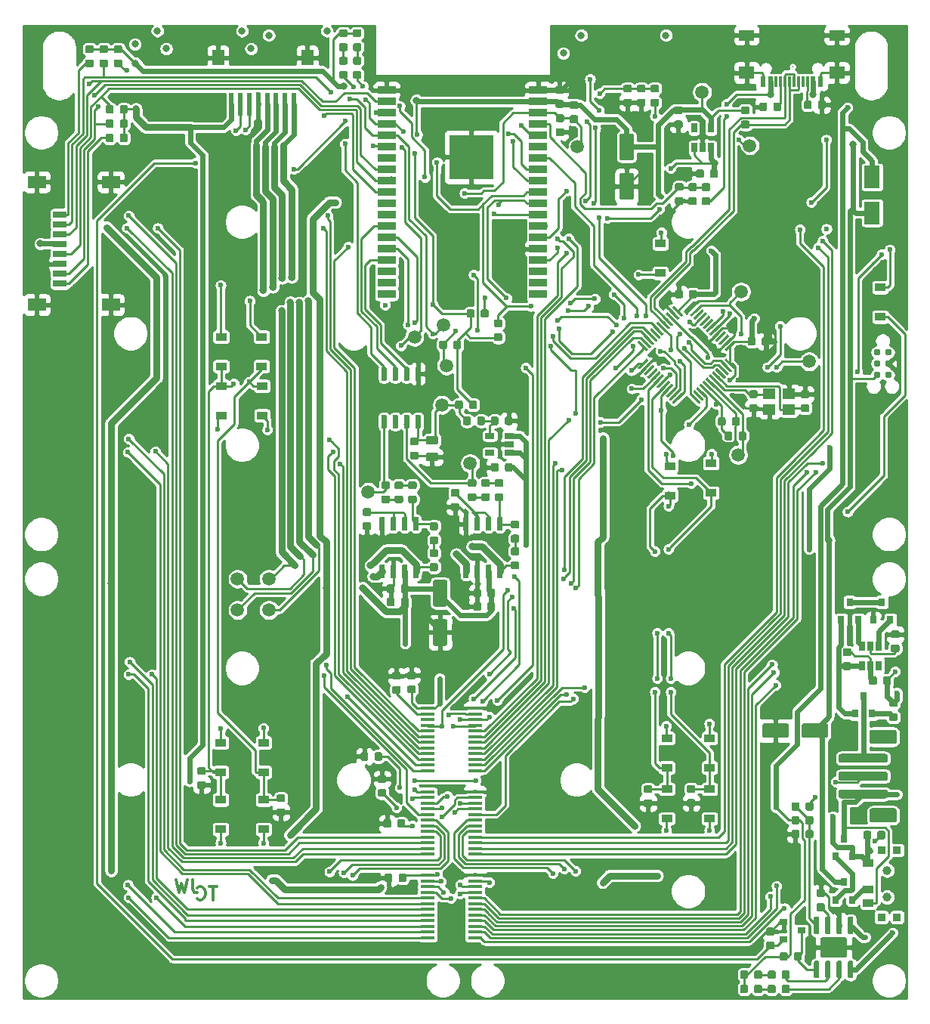
<source format=gbl>
G04 #@! TF.GenerationSoftware,KiCad,Pcbnew,(5.1.5)-3*
G04 #@! TF.CreationDate,2020-05-31T21:02:15+02:00*
G04 #@! TF.ProjectId,cz-badge-hardware,637a2d62-6164-4676-952d-686172647761,rev?*
G04 #@! TF.SameCoordinates,PX17d7840PY7735940*
G04 #@! TF.FileFunction,Copper,L2,Bot*
G04 #@! TF.FilePolarity,Positive*
%FSLAX46Y46*%
G04 Gerber Fmt 4.6, Leading zero omitted, Abs format (unit mm)*
G04 Created by KiCad (PCBNEW (5.1.5)-3) date 2020-05-31 21:02:15*
%MOMM*%
%LPD*%
G04 APERTURE LIST*
%ADD10C,0.300000*%
%ADD11R,1.400000X1.800000*%
%ADD12R,0.600000X2.500000*%
%ADD13C,1.500000*%
%ADD14C,0.787400*%
%ADD15C,0.100000*%
%ADD16R,1.060000X0.650000*%
%ADD17R,1.600000X0.410000*%
%ADD18R,1.200000X0.900000*%
%ADD19C,1.000000*%
%ADD20R,0.900000X0.900000*%
%ADD21R,5.000000X5.000000*%
%ADD22R,2.000000X0.900000*%
%ADD23R,0.650000X1.060000*%
%ADD24R,0.800000X0.900000*%
%ADD25R,0.900000X0.800000*%
%ADD26R,1.800000X2.500000*%
%ADD27R,1.400000X1.200000*%
%ADD28R,1.500000X0.800000*%
%ADD29R,2.000000X1.450000*%
%ADD30R,0.600000X1.160000*%
%ADD31R,0.300000X1.160000*%
%ADD32R,1.800000X1.200000*%
%ADD33R,1.800000X1.450000*%
%ADD34C,0.800000*%
%ADD35C,0.600000*%
%ADD36C,0.250000*%
%ADD37C,0.600000*%
%ADD38C,0.800000*%
%ADD39C,0.254000*%
G04 APERTURE END LIST*
D10*
X22178571Y13021429D02*
X21321428Y13021429D01*
X21750000Y11521429D02*
X21750000Y13021429D01*
X19964285Y11664286D02*
X20035714Y11592858D01*
X20250000Y11521429D01*
X20392857Y11521429D01*
X20607142Y11592858D01*
X20750000Y11735715D01*
X20821428Y11878572D01*
X20892857Y12164286D01*
X20892857Y12378572D01*
X20821428Y12664286D01*
X20750000Y12807143D01*
X20607142Y12950000D01*
X20392857Y13021429D01*
X20250000Y13021429D01*
X20035714Y12950000D01*
X19964285Y12878572D01*
X19442857Y13821429D02*
X19442857Y12750000D01*
X19514285Y12535715D01*
X19657142Y12392858D01*
X19871428Y12321429D01*
X20014285Y12321429D01*
X18871428Y13821429D02*
X18514285Y12321429D01*
X18228571Y13392858D01*
X17942857Y12321429D01*
X17585714Y13821429D01*
D11*
X32320000Y105900000D03*
X22320000Y105900000D03*
D12*
X24820000Y100700000D03*
X23820000Y100700000D03*
X25820000Y100700000D03*
X26820000Y100700000D03*
X27820000Y100700000D03*
X28820000Y100700000D03*
X29820000Y100700000D03*
X30820000Y100700000D03*
D13*
X80920000Y79680000D03*
X88560000Y71850000D03*
X81900000Y96050000D03*
X76550000Y102050000D03*
X62600000Y95900000D03*
D14*
X96165000Y70330000D03*
X97435000Y70330000D03*
X96165000Y71600000D03*
X97435000Y71600000D03*
X96165000Y72870000D03*
X97435000Y72870000D03*
D13*
X28000000Y47500000D03*
X24500000Y47500000D03*
X24500000Y44000000D03*
X28000000Y44000000D03*
G04 #@! TA.AperFunction,SMDPad,CuDef*
D15*
G36*
X38952691Y28073947D02*
G01*
X38973926Y28070797D01*
X38994750Y28065581D01*
X39014962Y28058349D01*
X39034368Y28049170D01*
X39052781Y28038134D01*
X39070024Y28025346D01*
X39085930Y28010930D01*
X39100346Y27995024D01*
X39113134Y27977781D01*
X39124170Y27959368D01*
X39133349Y27939962D01*
X39140581Y27919750D01*
X39145797Y27898926D01*
X39148947Y27877691D01*
X39150000Y27856250D01*
X39150000Y27343750D01*
X39148947Y27322309D01*
X39145797Y27301074D01*
X39140581Y27280250D01*
X39133349Y27260038D01*
X39124170Y27240632D01*
X39113134Y27222219D01*
X39100346Y27204976D01*
X39085930Y27189070D01*
X39070024Y27174654D01*
X39052781Y27161866D01*
X39034368Y27150830D01*
X39014962Y27141651D01*
X38994750Y27134419D01*
X38973926Y27129203D01*
X38952691Y27126053D01*
X38931250Y27125000D01*
X38493750Y27125000D01*
X38472309Y27126053D01*
X38451074Y27129203D01*
X38430250Y27134419D01*
X38410038Y27141651D01*
X38390632Y27150830D01*
X38372219Y27161866D01*
X38354976Y27174654D01*
X38339070Y27189070D01*
X38324654Y27204976D01*
X38311866Y27222219D01*
X38300830Y27240632D01*
X38291651Y27260038D01*
X38284419Y27280250D01*
X38279203Y27301074D01*
X38276053Y27322309D01*
X38275000Y27343750D01*
X38275000Y27856250D01*
X38276053Y27877691D01*
X38279203Y27898926D01*
X38284419Y27919750D01*
X38291651Y27939962D01*
X38300830Y27959368D01*
X38311866Y27977781D01*
X38324654Y27995024D01*
X38339070Y28010930D01*
X38354976Y28025346D01*
X38372219Y28038134D01*
X38390632Y28049170D01*
X38410038Y28058349D01*
X38430250Y28065581D01*
X38451074Y28070797D01*
X38472309Y28073947D01*
X38493750Y28075000D01*
X38931250Y28075000D01*
X38952691Y28073947D01*
G37*
G04 #@! TD.AperFunction*
G04 #@! TA.AperFunction,SMDPad,CuDef*
G36*
X40527691Y28073947D02*
G01*
X40548926Y28070797D01*
X40569750Y28065581D01*
X40589962Y28058349D01*
X40609368Y28049170D01*
X40627781Y28038134D01*
X40645024Y28025346D01*
X40660930Y28010930D01*
X40675346Y27995024D01*
X40688134Y27977781D01*
X40699170Y27959368D01*
X40708349Y27939962D01*
X40715581Y27919750D01*
X40720797Y27898926D01*
X40723947Y27877691D01*
X40725000Y27856250D01*
X40725000Y27343750D01*
X40723947Y27322309D01*
X40720797Y27301074D01*
X40715581Y27280250D01*
X40708349Y27260038D01*
X40699170Y27240632D01*
X40688134Y27222219D01*
X40675346Y27204976D01*
X40660930Y27189070D01*
X40645024Y27174654D01*
X40627781Y27161866D01*
X40609368Y27150830D01*
X40589962Y27141651D01*
X40569750Y27134419D01*
X40548926Y27129203D01*
X40527691Y27126053D01*
X40506250Y27125000D01*
X40068750Y27125000D01*
X40047309Y27126053D01*
X40026074Y27129203D01*
X40005250Y27134419D01*
X39985038Y27141651D01*
X39965632Y27150830D01*
X39947219Y27161866D01*
X39929976Y27174654D01*
X39914070Y27189070D01*
X39899654Y27204976D01*
X39886866Y27222219D01*
X39875830Y27240632D01*
X39866651Y27260038D01*
X39859419Y27280250D01*
X39854203Y27301074D01*
X39851053Y27322309D01*
X39850000Y27343750D01*
X39850000Y27856250D01*
X39851053Y27877691D01*
X39854203Y27898926D01*
X39859419Y27919750D01*
X39866651Y27939962D01*
X39875830Y27959368D01*
X39886866Y27977781D01*
X39899654Y27995024D01*
X39914070Y28010930D01*
X39929976Y28025346D01*
X39947219Y28038134D01*
X39965632Y28049170D01*
X39985038Y28058349D01*
X40005250Y28065581D01*
X40026074Y28070797D01*
X40047309Y28073947D01*
X40068750Y28075000D01*
X40506250Y28075000D01*
X40527691Y28073947D01*
G37*
G04 #@! TD.AperFunction*
G04 #@! TA.AperFunction,SMDPad,CuDef*
G36*
X41652691Y14473947D02*
G01*
X41673926Y14470797D01*
X41694750Y14465581D01*
X41714962Y14458349D01*
X41734368Y14449170D01*
X41752781Y14438134D01*
X41770024Y14425346D01*
X41785930Y14410930D01*
X41800346Y14395024D01*
X41813134Y14377781D01*
X41824170Y14359368D01*
X41833349Y14339962D01*
X41840581Y14319750D01*
X41845797Y14298926D01*
X41848947Y14277691D01*
X41850000Y14256250D01*
X41850000Y13743750D01*
X41848947Y13722309D01*
X41845797Y13701074D01*
X41840581Y13680250D01*
X41833349Y13660038D01*
X41824170Y13640632D01*
X41813134Y13622219D01*
X41800346Y13604976D01*
X41785930Y13589070D01*
X41770024Y13574654D01*
X41752781Y13561866D01*
X41734368Y13550830D01*
X41714962Y13541651D01*
X41694750Y13534419D01*
X41673926Y13529203D01*
X41652691Y13526053D01*
X41631250Y13525000D01*
X41193750Y13525000D01*
X41172309Y13526053D01*
X41151074Y13529203D01*
X41130250Y13534419D01*
X41110038Y13541651D01*
X41090632Y13550830D01*
X41072219Y13561866D01*
X41054976Y13574654D01*
X41039070Y13589070D01*
X41024654Y13604976D01*
X41011866Y13622219D01*
X41000830Y13640632D01*
X40991651Y13660038D01*
X40984419Y13680250D01*
X40979203Y13701074D01*
X40976053Y13722309D01*
X40975000Y13743750D01*
X40975000Y14256250D01*
X40976053Y14277691D01*
X40979203Y14298926D01*
X40984419Y14319750D01*
X40991651Y14339962D01*
X41000830Y14359368D01*
X41011866Y14377781D01*
X41024654Y14395024D01*
X41039070Y14410930D01*
X41054976Y14425346D01*
X41072219Y14438134D01*
X41090632Y14449170D01*
X41110038Y14458349D01*
X41130250Y14465581D01*
X41151074Y14470797D01*
X41172309Y14473947D01*
X41193750Y14475000D01*
X41631250Y14475000D01*
X41652691Y14473947D01*
G37*
G04 #@! TD.AperFunction*
G04 #@! TA.AperFunction,SMDPad,CuDef*
G36*
X43227691Y14473947D02*
G01*
X43248926Y14470797D01*
X43269750Y14465581D01*
X43289962Y14458349D01*
X43309368Y14449170D01*
X43327781Y14438134D01*
X43345024Y14425346D01*
X43360930Y14410930D01*
X43375346Y14395024D01*
X43388134Y14377781D01*
X43399170Y14359368D01*
X43408349Y14339962D01*
X43415581Y14319750D01*
X43420797Y14298926D01*
X43423947Y14277691D01*
X43425000Y14256250D01*
X43425000Y13743750D01*
X43423947Y13722309D01*
X43420797Y13701074D01*
X43415581Y13680250D01*
X43408349Y13660038D01*
X43399170Y13640632D01*
X43388134Y13622219D01*
X43375346Y13604976D01*
X43360930Y13589070D01*
X43345024Y13574654D01*
X43327781Y13561866D01*
X43309368Y13550830D01*
X43289962Y13541651D01*
X43269750Y13534419D01*
X43248926Y13529203D01*
X43227691Y13526053D01*
X43206250Y13525000D01*
X42768750Y13525000D01*
X42747309Y13526053D01*
X42726074Y13529203D01*
X42705250Y13534419D01*
X42685038Y13541651D01*
X42665632Y13550830D01*
X42647219Y13561866D01*
X42629976Y13574654D01*
X42614070Y13589070D01*
X42599654Y13604976D01*
X42586866Y13622219D01*
X42575830Y13640632D01*
X42566651Y13660038D01*
X42559419Y13680250D01*
X42554203Y13701074D01*
X42551053Y13722309D01*
X42550000Y13743750D01*
X42550000Y14256250D01*
X42551053Y14277691D01*
X42554203Y14298926D01*
X42559419Y14319750D01*
X42566651Y14339962D01*
X42575830Y14359368D01*
X42586866Y14377781D01*
X42599654Y14395024D01*
X42614070Y14410930D01*
X42629976Y14425346D01*
X42647219Y14438134D01*
X42665632Y14449170D01*
X42685038Y14458349D01*
X42705250Y14465581D01*
X42726074Y14470797D01*
X42747309Y14473947D01*
X42768750Y14475000D01*
X43206250Y14475000D01*
X43227691Y14473947D01*
G37*
G04 #@! TD.AperFunction*
G04 #@! TA.AperFunction,SMDPad,CuDef*
G36*
X44277691Y37123947D02*
G01*
X44298926Y37120797D01*
X44319750Y37115581D01*
X44339962Y37108349D01*
X44359368Y37099170D01*
X44377781Y37088134D01*
X44395024Y37075346D01*
X44410930Y37060930D01*
X44425346Y37045024D01*
X44438134Y37027781D01*
X44449170Y37009368D01*
X44458349Y36989962D01*
X44465581Y36969750D01*
X44470797Y36948926D01*
X44473947Y36927691D01*
X44475000Y36906250D01*
X44475000Y36468750D01*
X44473947Y36447309D01*
X44470797Y36426074D01*
X44465581Y36405250D01*
X44458349Y36385038D01*
X44449170Y36365632D01*
X44438134Y36347219D01*
X44425346Y36329976D01*
X44410930Y36314070D01*
X44395024Y36299654D01*
X44377781Y36286866D01*
X44359368Y36275830D01*
X44339962Y36266651D01*
X44319750Y36259419D01*
X44298926Y36254203D01*
X44277691Y36251053D01*
X44256250Y36250000D01*
X43743750Y36250000D01*
X43722309Y36251053D01*
X43701074Y36254203D01*
X43680250Y36259419D01*
X43660038Y36266651D01*
X43640632Y36275830D01*
X43622219Y36286866D01*
X43604976Y36299654D01*
X43589070Y36314070D01*
X43574654Y36329976D01*
X43561866Y36347219D01*
X43550830Y36365632D01*
X43541651Y36385038D01*
X43534419Y36405250D01*
X43529203Y36426074D01*
X43526053Y36447309D01*
X43525000Y36468750D01*
X43525000Y36906250D01*
X43526053Y36927691D01*
X43529203Y36948926D01*
X43534419Y36969750D01*
X43541651Y36989962D01*
X43550830Y37009368D01*
X43561866Y37027781D01*
X43574654Y37045024D01*
X43589070Y37060930D01*
X43604976Y37075346D01*
X43622219Y37088134D01*
X43640632Y37099170D01*
X43660038Y37108349D01*
X43680250Y37115581D01*
X43701074Y37120797D01*
X43722309Y37123947D01*
X43743750Y37125000D01*
X44256250Y37125000D01*
X44277691Y37123947D01*
G37*
G04 #@! TD.AperFunction*
G04 #@! TA.AperFunction,SMDPad,CuDef*
G36*
X44277691Y35548947D02*
G01*
X44298926Y35545797D01*
X44319750Y35540581D01*
X44339962Y35533349D01*
X44359368Y35524170D01*
X44377781Y35513134D01*
X44395024Y35500346D01*
X44410930Y35485930D01*
X44425346Y35470024D01*
X44438134Y35452781D01*
X44449170Y35434368D01*
X44458349Y35414962D01*
X44465581Y35394750D01*
X44470797Y35373926D01*
X44473947Y35352691D01*
X44475000Y35331250D01*
X44475000Y34893750D01*
X44473947Y34872309D01*
X44470797Y34851074D01*
X44465581Y34830250D01*
X44458349Y34810038D01*
X44449170Y34790632D01*
X44438134Y34772219D01*
X44425346Y34754976D01*
X44410930Y34739070D01*
X44395024Y34724654D01*
X44377781Y34711866D01*
X44359368Y34700830D01*
X44339962Y34691651D01*
X44319750Y34684419D01*
X44298926Y34679203D01*
X44277691Y34676053D01*
X44256250Y34675000D01*
X43743750Y34675000D01*
X43722309Y34676053D01*
X43701074Y34679203D01*
X43680250Y34684419D01*
X43660038Y34691651D01*
X43640632Y34700830D01*
X43622219Y34711866D01*
X43604976Y34724654D01*
X43589070Y34739070D01*
X43574654Y34754976D01*
X43561866Y34772219D01*
X43550830Y34790632D01*
X43541651Y34810038D01*
X43534419Y34830250D01*
X43529203Y34851074D01*
X43526053Y34872309D01*
X43525000Y34893750D01*
X43525000Y35331250D01*
X43526053Y35352691D01*
X43529203Y35373926D01*
X43534419Y35394750D01*
X43541651Y35414962D01*
X43550830Y35434368D01*
X43561866Y35452781D01*
X43574654Y35470024D01*
X43589070Y35485930D01*
X43604976Y35500346D01*
X43622219Y35513134D01*
X43640632Y35524170D01*
X43660038Y35533349D01*
X43680250Y35540581D01*
X43701074Y35545797D01*
X43722309Y35548947D01*
X43743750Y35550000D01*
X44256250Y35550000D01*
X44277691Y35548947D01*
G37*
G04 #@! TD.AperFunction*
D16*
X52780000Y63530000D03*
X52780000Y61630000D03*
X54980000Y61630000D03*
X54980000Y62580000D03*
X54980000Y63530000D03*
G04 #@! TA.AperFunction,SMDPad,CuDef*
D15*
G36*
X50452691Y65673947D02*
G01*
X50473926Y65670797D01*
X50494750Y65665581D01*
X50514962Y65658349D01*
X50534368Y65649170D01*
X50552781Y65638134D01*
X50570024Y65625346D01*
X50585930Y65610930D01*
X50600346Y65595024D01*
X50613134Y65577781D01*
X50624170Y65559368D01*
X50633349Y65539962D01*
X50640581Y65519750D01*
X50645797Y65498926D01*
X50648947Y65477691D01*
X50650000Y65456250D01*
X50650000Y64943750D01*
X50648947Y64922309D01*
X50645797Y64901074D01*
X50640581Y64880250D01*
X50633349Y64860038D01*
X50624170Y64840632D01*
X50613134Y64822219D01*
X50600346Y64804976D01*
X50585930Y64789070D01*
X50570024Y64774654D01*
X50552781Y64761866D01*
X50534368Y64750830D01*
X50514962Y64741651D01*
X50494750Y64734419D01*
X50473926Y64729203D01*
X50452691Y64726053D01*
X50431250Y64725000D01*
X49993750Y64725000D01*
X49972309Y64726053D01*
X49951074Y64729203D01*
X49930250Y64734419D01*
X49910038Y64741651D01*
X49890632Y64750830D01*
X49872219Y64761866D01*
X49854976Y64774654D01*
X49839070Y64789070D01*
X49824654Y64804976D01*
X49811866Y64822219D01*
X49800830Y64840632D01*
X49791651Y64860038D01*
X49784419Y64880250D01*
X49779203Y64901074D01*
X49776053Y64922309D01*
X49775000Y64943750D01*
X49775000Y65456250D01*
X49776053Y65477691D01*
X49779203Y65498926D01*
X49784419Y65519750D01*
X49791651Y65539962D01*
X49800830Y65559368D01*
X49811866Y65577781D01*
X49824654Y65595024D01*
X49839070Y65610930D01*
X49854976Y65625346D01*
X49872219Y65638134D01*
X49890632Y65649170D01*
X49910038Y65658349D01*
X49930250Y65665581D01*
X49951074Y65670797D01*
X49972309Y65673947D01*
X49993750Y65675000D01*
X50431250Y65675000D01*
X50452691Y65673947D01*
G37*
G04 #@! TD.AperFunction*
G04 #@! TA.AperFunction,SMDPad,CuDef*
G36*
X52027691Y65673947D02*
G01*
X52048926Y65670797D01*
X52069750Y65665581D01*
X52089962Y65658349D01*
X52109368Y65649170D01*
X52127781Y65638134D01*
X52145024Y65625346D01*
X52160930Y65610930D01*
X52175346Y65595024D01*
X52188134Y65577781D01*
X52199170Y65559368D01*
X52208349Y65539962D01*
X52215581Y65519750D01*
X52220797Y65498926D01*
X52223947Y65477691D01*
X52225000Y65456250D01*
X52225000Y64943750D01*
X52223947Y64922309D01*
X52220797Y64901074D01*
X52215581Y64880250D01*
X52208349Y64860038D01*
X52199170Y64840632D01*
X52188134Y64822219D01*
X52175346Y64804976D01*
X52160930Y64789070D01*
X52145024Y64774654D01*
X52127781Y64761866D01*
X52109368Y64750830D01*
X52089962Y64741651D01*
X52069750Y64734419D01*
X52048926Y64729203D01*
X52027691Y64726053D01*
X52006250Y64725000D01*
X51568750Y64725000D01*
X51547309Y64726053D01*
X51526074Y64729203D01*
X51505250Y64734419D01*
X51485038Y64741651D01*
X51465632Y64750830D01*
X51447219Y64761866D01*
X51429976Y64774654D01*
X51414070Y64789070D01*
X51399654Y64804976D01*
X51386866Y64822219D01*
X51375830Y64840632D01*
X51366651Y64860038D01*
X51359419Y64880250D01*
X51354203Y64901074D01*
X51351053Y64922309D01*
X51350000Y64943750D01*
X51350000Y65456250D01*
X51351053Y65477691D01*
X51354203Y65498926D01*
X51359419Y65519750D01*
X51366651Y65539962D01*
X51375830Y65559368D01*
X51386866Y65577781D01*
X51399654Y65595024D01*
X51414070Y65610930D01*
X51429976Y65625346D01*
X51447219Y65638134D01*
X51465632Y65649170D01*
X51485038Y65658349D01*
X51505250Y65665581D01*
X51526074Y65670797D01*
X51547309Y65673947D01*
X51568750Y65675000D01*
X52006250Y65675000D01*
X52027691Y65673947D01*
G37*
G04 #@! TD.AperFunction*
G04 #@! TA.AperFunction,SMDPad,CuDef*
G36*
X55127691Y65673947D02*
G01*
X55148926Y65670797D01*
X55169750Y65665581D01*
X55189962Y65658349D01*
X55209368Y65649170D01*
X55227781Y65638134D01*
X55245024Y65625346D01*
X55260930Y65610930D01*
X55275346Y65595024D01*
X55288134Y65577781D01*
X55299170Y65559368D01*
X55308349Y65539962D01*
X55315581Y65519750D01*
X55320797Y65498926D01*
X55323947Y65477691D01*
X55325000Y65456250D01*
X55325000Y64943750D01*
X55323947Y64922309D01*
X55320797Y64901074D01*
X55315581Y64880250D01*
X55308349Y64860038D01*
X55299170Y64840632D01*
X55288134Y64822219D01*
X55275346Y64804976D01*
X55260930Y64789070D01*
X55245024Y64774654D01*
X55227781Y64761866D01*
X55209368Y64750830D01*
X55189962Y64741651D01*
X55169750Y64734419D01*
X55148926Y64729203D01*
X55127691Y64726053D01*
X55106250Y64725000D01*
X54668750Y64725000D01*
X54647309Y64726053D01*
X54626074Y64729203D01*
X54605250Y64734419D01*
X54585038Y64741651D01*
X54565632Y64750830D01*
X54547219Y64761866D01*
X54529976Y64774654D01*
X54514070Y64789070D01*
X54499654Y64804976D01*
X54486866Y64822219D01*
X54475830Y64840632D01*
X54466651Y64860038D01*
X54459419Y64880250D01*
X54454203Y64901074D01*
X54451053Y64922309D01*
X54450000Y64943750D01*
X54450000Y65456250D01*
X54451053Y65477691D01*
X54454203Y65498926D01*
X54459419Y65519750D01*
X54466651Y65539962D01*
X54475830Y65559368D01*
X54486866Y65577781D01*
X54499654Y65595024D01*
X54514070Y65610930D01*
X54529976Y65625346D01*
X54547219Y65638134D01*
X54565632Y65649170D01*
X54585038Y65658349D01*
X54605250Y65665581D01*
X54626074Y65670797D01*
X54647309Y65673947D01*
X54668750Y65675000D01*
X55106250Y65675000D01*
X55127691Y65673947D01*
G37*
G04 #@! TD.AperFunction*
G04 #@! TA.AperFunction,SMDPad,CuDef*
G36*
X53552691Y65673947D02*
G01*
X53573926Y65670797D01*
X53594750Y65665581D01*
X53614962Y65658349D01*
X53634368Y65649170D01*
X53652781Y65638134D01*
X53670024Y65625346D01*
X53685930Y65610930D01*
X53700346Y65595024D01*
X53713134Y65577781D01*
X53724170Y65559368D01*
X53733349Y65539962D01*
X53740581Y65519750D01*
X53745797Y65498926D01*
X53748947Y65477691D01*
X53750000Y65456250D01*
X53750000Y64943750D01*
X53748947Y64922309D01*
X53745797Y64901074D01*
X53740581Y64880250D01*
X53733349Y64860038D01*
X53724170Y64840632D01*
X53713134Y64822219D01*
X53700346Y64804976D01*
X53685930Y64789070D01*
X53670024Y64774654D01*
X53652781Y64761866D01*
X53634368Y64750830D01*
X53614962Y64741651D01*
X53594750Y64734419D01*
X53573926Y64729203D01*
X53552691Y64726053D01*
X53531250Y64725000D01*
X53093750Y64725000D01*
X53072309Y64726053D01*
X53051074Y64729203D01*
X53030250Y64734419D01*
X53010038Y64741651D01*
X52990632Y64750830D01*
X52972219Y64761866D01*
X52954976Y64774654D01*
X52939070Y64789070D01*
X52924654Y64804976D01*
X52911866Y64822219D01*
X52900830Y64840632D01*
X52891651Y64860038D01*
X52884419Y64880250D01*
X52879203Y64901074D01*
X52876053Y64922309D01*
X52875000Y64943750D01*
X52875000Y65456250D01*
X52876053Y65477691D01*
X52879203Y65498926D01*
X52884419Y65519750D01*
X52891651Y65539962D01*
X52900830Y65559368D01*
X52911866Y65577781D01*
X52924654Y65595024D01*
X52939070Y65610930D01*
X52954976Y65625346D01*
X52972219Y65638134D01*
X52990632Y65649170D01*
X53010038Y65658349D01*
X53030250Y65665581D01*
X53051074Y65670797D01*
X53072309Y65673947D01*
X53093750Y65675000D01*
X53531250Y65675000D01*
X53552691Y65673947D01*
G37*
G04 #@! TD.AperFunction*
G04 #@! TA.AperFunction,SMDPad,CuDef*
G36*
X55140191Y60473947D02*
G01*
X55161426Y60470797D01*
X55182250Y60465581D01*
X55202462Y60458349D01*
X55221868Y60449170D01*
X55240281Y60438134D01*
X55257524Y60425346D01*
X55273430Y60410930D01*
X55287846Y60395024D01*
X55300634Y60377781D01*
X55311670Y60359368D01*
X55320849Y60339962D01*
X55328081Y60319750D01*
X55333297Y60298926D01*
X55336447Y60277691D01*
X55337500Y60256250D01*
X55337500Y59743750D01*
X55336447Y59722309D01*
X55333297Y59701074D01*
X55328081Y59680250D01*
X55320849Y59660038D01*
X55311670Y59640632D01*
X55300634Y59622219D01*
X55287846Y59604976D01*
X55273430Y59589070D01*
X55257524Y59574654D01*
X55240281Y59561866D01*
X55221868Y59550830D01*
X55202462Y59541651D01*
X55182250Y59534419D01*
X55161426Y59529203D01*
X55140191Y59526053D01*
X55118750Y59525000D01*
X54681250Y59525000D01*
X54659809Y59526053D01*
X54638574Y59529203D01*
X54617750Y59534419D01*
X54597538Y59541651D01*
X54578132Y59550830D01*
X54559719Y59561866D01*
X54542476Y59574654D01*
X54526570Y59589070D01*
X54512154Y59604976D01*
X54499366Y59622219D01*
X54488330Y59640632D01*
X54479151Y59660038D01*
X54471919Y59680250D01*
X54466703Y59701074D01*
X54463553Y59722309D01*
X54462500Y59743750D01*
X54462500Y60256250D01*
X54463553Y60277691D01*
X54466703Y60298926D01*
X54471919Y60319750D01*
X54479151Y60339962D01*
X54488330Y60359368D01*
X54499366Y60377781D01*
X54512154Y60395024D01*
X54526570Y60410930D01*
X54542476Y60425346D01*
X54559719Y60438134D01*
X54578132Y60449170D01*
X54597538Y60458349D01*
X54617750Y60465581D01*
X54638574Y60470797D01*
X54659809Y60473947D01*
X54681250Y60475000D01*
X55118750Y60475000D01*
X55140191Y60473947D01*
G37*
G04 #@! TD.AperFunction*
G04 #@! TA.AperFunction,SMDPad,CuDef*
G36*
X53565191Y60473947D02*
G01*
X53586426Y60470797D01*
X53607250Y60465581D01*
X53627462Y60458349D01*
X53646868Y60449170D01*
X53665281Y60438134D01*
X53682524Y60425346D01*
X53698430Y60410930D01*
X53712846Y60395024D01*
X53725634Y60377781D01*
X53736670Y60359368D01*
X53745849Y60339962D01*
X53753081Y60319750D01*
X53758297Y60298926D01*
X53761447Y60277691D01*
X53762500Y60256250D01*
X53762500Y59743750D01*
X53761447Y59722309D01*
X53758297Y59701074D01*
X53753081Y59680250D01*
X53745849Y59660038D01*
X53736670Y59640632D01*
X53725634Y59622219D01*
X53712846Y59604976D01*
X53698430Y59589070D01*
X53682524Y59574654D01*
X53665281Y59561866D01*
X53646868Y59550830D01*
X53627462Y59541651D01*
X53607250Y59534419D01*
X53586426Y59529203D01*
X53565191Y59526053D01*
X53543750Y59525000D01*
X53106250Y59525000D01*
X53084809Y59526053D01*
X53063574Y59529203D01*
X53042750Y59534419D01*
X53022538Y59541651D01*
X53003132Y59550830D01*
X52984719Y59561866D01*
X52967476Y59574654D01*
X52951570Y59589070D01*
X52937154Y59604976D01*
X52924366Y59622219D01*
X52913330Y59640632D01*
X52904151Y59660038D01*
X52896919Y59680250D01*
X52891703Y59701074D01*
X52888553Y59722309D01*
X52887500Y59743750D01*
X52887500Y60256250D01*
X52888553Y60277691D01*
X52891703Y60298926D01*
X52896919Y60319750D01*
X52904151Y60339962D01*
X52913330Y60359368D01*
X52924366Y60377781D01*
X52937154Y60395024D01*
X52951570Y60410930D01*
X52967476Y60425346D01*
X52984719Y60438134D01*
X53003132Y60449170D01*
X53022538Y60458349D01*
X53042750Y60465581D01*
X53063574Y60470797D01*
X53084809Y60473947D01*
X53106250Y60475000D01*
X53543750Y60475000D01*
X53565191Y60473947D01*
G37*
G04 #@! TD.AperFunction*
G04 #@! TA.AperFunction,SMDPad,CuDef*
G36*
X49552691Y67473947D02*
G01*
X49573926Y67470797D01*
X49594750Y67465581D01*
X49614962Y67458349D01*
X49634368Y67449170D01*
X49652781Y67438134D01*
X49670024Y67425346D01*
X49685930Y67410930D01*
X49700346Y67395024D01*
X49713134Y67377781D01*
X49724170Y67359368D01*
X49733349Y67339962D01*
X49740581Y67319750D01*
X49745797Y67298926D01*
X49748947Y67277691D01*
X49750000Y67256250D01*
X49750000Y66743750D01*
X49748947Y66722309D01*
X49745797Y66701074D01*
X49740581Y66680250D01*
X49733349Y66660038D01*
X49724170Y66640632D01*
X49713134Y66622219D01*
X49700346Y66604976D01*
X49685930Y66589070D01*
X49670024Y66574654D01*
X49652781Y66561866D01*
X49634368Y66550830D01*
X49614962Y66541651D01*
X49594750Y66534419D01*
X49573926Y66529203D01*
X49552691Y66526053D01*
X49531250Y66525000D01*
X49093750Y66525000D01*
X49072309Y66526053D01*
X49051074Y66529203D01*
X49030250Y66534419D01*
X49010038Y66541651D01*
X48990632Y66550830D01*
X48972219Y66561866D01*
X48954976Y66574654D01*
X48939070Y66589070D01*
X48924654Y66604976D01*
X48911866Y66622219D01*
X48900830Y66640632D01*
X48891651Y66660038D01*
X48884419Y66680250D01*
X48879203Y66701074D01*
X48876053Y66722309D01*
X48875000Y66743750D01*
X48875000Y67256250D01*
X48876053Y67277691D01*
X48879203Y67298926D01*
X48884419Y67319750D01*
X48891651Y67339962D01*
X48900830Y67359368D01*
X48911866Y67377781D01*
X48924654Y67395024D01*
X48939070Y67410930D01*
X48954976Y67425346D01*
X48972219Y67438134D01*
X48990632Y67449170D01*
X49010038Y67458349D01*
X49030250Y67465581D01*
X49051074Y67470797D01*
X49072309Y67473947D01*
X49093750Y67475000D01*
X49531250Y67475000D01*
X49552691Y67473947D01*
G37*
G04 #@! TD.AperFunction*
G04 #@! TA.AperFunction,SMDPad,CuDef*
G36*
X51127691Y67473947D02*
G01*
X51148926Y67470797D01*
X51169750Y67465581D01*
X51189962Y67458349D01*
X51209368Y67449170D01*
X51227781Y67438134D01*
X51245024Y67425346D01*
X51260930Y67410930D01*
X51275346Y67395024D01*
X51288134Y67377781D01*
X51299170Y67359368D01*
X51308349Y67339962D01*
X51315581Y67319750D01*
X51320797Y67298926D01*
X51323947Y67277691D01*
X51325000Y67256250D01*
X51325000Y66743750D01*
X51323947Y66722309D01*
X51320797Y66701074D01*
X51315581Y66680250D01*
X51308349Y66660038D01*
X51299170Y66640632D01*
X51288134Y66622219D01*
X51275346Y66604976D01*
X51260930Y66589070D01*
X51245024Y66574654D01*
X51227781Y66561866D01*
X51209368Y66550830D01*
X51189962Y66541651D01*
X51169750Y66534419D01*
X51148926Y66529203D01*
X51127691Y66526053D01*
X51106250Y66525000D01*
X50668750Y66525000D01*
X50647309Y66526053D01*
X50626074Y66529203D01*
X50605250Y66534419D01*
X50585038Y66541651D01*
X50565632Y66550830D01*
X50547219Y66561866D01*
X50529976Y66574654D01*
X50514070Y66589070D01*
X50499654Y66604976D01*
X50486866Y66622219D01*
X50475830Y66640632D01*
X50466651Y66660038D01*
X50459419Y66680250D01*
X50454203Y66701074D01*
X50451053Y66722309D01*
X50450000Y66743750D01*
X50450000Y67256250D01*
X50451053Y67277691D01*
X50454203Y67298926D01*
X50459419Y67319750D01*
X50466651Y67339962D01*
X50475830Y67359368D01*
X50486866Y67377781D01*
X50499654Y67395024D01*
X50514070Y67410930D01*
X50529976Y67425346D01*
X50547219Y67438134D01*
X50565632Y67449170D01*
X50585038Y67458349D01*
X50605250Y67465581D01*
X50626074Y67470797D01*
X50647309Y67473947D01*
X50668750Y67475000D01*
X51106250Y67475000D01*
X51127691Y67473947D01*
G37*
G04 #@! TD.AperFunction*
D17*
X45795700Y32992500D03*
X45795700Y32357500D03*
X45795700Y31722500D03*
X45795700Y31087500D03*
X45795700Y27912500D03*
X45795700Y27277500D03*
X45795700Y26642500D03*
X45795700Y26007500D03*
X51104300Y26007500D03*
X51104300Y26642500D03*
X51104300Y27277500D03*
X51104300Y27912500D03*
X51104300Y31087500D03*
X51104300Y31722500D03*
X51104300Y32357500D03*
X51104300Y32992500D03*
X51104300Y30452500D03*
X51104300Y29817500D03*
X45795700Y29817500D03*
X45795700Y30452500D03*
X51104300Y29182500D03*
X51104300Y28547500D03*
X45795700Y29182500D03*
X45795700Y28547500D03*
X45795700Y23642500D03*
X45795700Y23007500D03*
X45795700Y22372500D03*
X45795700Y21737500D03*
X45795700Y18562500D03*
X45795700Y17927500D03*
X45795700Y17292500D03*
X45795700Y16657500D03*
X51104300Y16657500D03*
X51104300Y17292500D03*
X51104300Y17927500D03*
X51104300Y18562500D03*
X51104300Y21737500D03*
X51104300Y22372500D03*
X51104300Y23007500D03*
X51104300Y23642500D03*
X51104300Y21102500D03*
X51104300Y20467500D03*
X45795700Y20467500D03*
X45795700Y21102500D03*
X51104300Y19832500D03*
X51104300Y19197500D03*
X45795700Y19832500D03*
X45795700Y19197500D03*
X45795700Y14292500D03*
X45795700Y13657500D03*
X45795700Y13022500D03*
X45795700Y12387500D03*
X45795700Y9212500D03*
X45795700Y8577500D03*
X45795700Y7942500D03*
X45795700Y7307500D03*
X51104300Y7307500D03*
X51104300Y7942500D03*
X51104300Y8577500D03*
X51104300Y9212500D03*
X51104300Y12387500D03*
X51104300Y13022500D03*
X51104300Y13657500D03*
X51104300Y14292500D03*
X51104300Y11752500D03*
X51104300Y11117500D03*
X45795700Y11117500D03*
X45795700Y11752500D03*
X51104300Y10482500D03*
X51104300Y9847500D03*
X45795700Y10482500D03*
X45795700Y9847500D03*
G04 #@! TA.AperFunction,SMDPad,CuDef*
D15*
G36*
X42587691Y37069947D02*
G01*
X42608926Y37066797D01*
X42629750Y37061581D01*
X42649962Y37054349D01*
X42669368Y37045170D01*
X42687781Y37034134D01*
X42705024Y37021346D01*
X42720930Y37006930D01*
X42735346Y36991024D01*
X42748134Y36973781D01*
X42759170Y36955368D01*
X42768349Y36935962D01*
X42775581Y36915750D01*
X42780797Y36894926D01*
X42783947Y36873691D01*
X42785000Y36852250D01*
X42785000Y36414750D01*
X42783947Y36393309D01*
X42780797Y36372074D01*
X42775581Y36351250D01*
X42768349Y36331038D01*
X42759170Y36311632D01*
X42748134Y36293219D01*
X42735346Y36275976D01*
X42720930Y36260070D01*
X42705024Y36245654D01*
X42687781Y36232866D01*
X42669368Y36221830D01*
X42649962Y36212651D01*
X42629750Y36205419D01*
X42608926Y36200203D01*
X42587691Y36197053D01*
X42566250Y36196000D01*
X42053750Y36196000D01*
X42032309Y36197053D01*
X42011074Y36200203D01*
X41990250Y36205419D01*
X41970038Y36212651D01*
X41950632Y36221830D01*
X41932219Y36232866D01*
X41914976Y36245654D01*
X41899070Y36260070D01*
X41884654Y36275976D01*
X41871866Y36293219D01*
X41860830Y36311632D01*
X41851651Y36331038D01*
X41844419Y36351250D01*
X41839203Y36372074D01*
X41836053Y36393309D01*
X41835000Y36414750D01*
X41835000Y36852250D01*
X41836053Y36873691D01*
X41839203Y36894926D01*
X41844419Y36915750D01*
X41851651Y36935962D01*
X41860830Y36955368D01*
X41871866Y36973781D01*
X41884654Y36991024D01*
X41899070Y37006930D01*
X41914976Y37021346D01*
X41932219Y37034134D01*
X41950632Y37045170D01*
X41970038Y37054349D01*
X41990250Y37061581D01*
X42011074Y37066797D01*
X42032309Y37069947D01*
X42053750Y37071000D01*
X42566250Y37071000D01*
X42587691Y37069947D01*
G37*
G04 #@! TD.AperFunction*
G04 #@! TA.AperFunction,SMDPad,CuDef*
G36*
X42587691Y35494947D02*
G01*
X42608926Y35491797D01*
X42629750Y35486581D01*
X42649962Y35479349D01*
X42669368Y35470170D01*
X42687781Y35459134D01*
X42705024Y35446346D01*
X42720930Y35431930D01*
X42735346Y35416024D01*
X42748134Y35398781D01*
X42759170Y35380368D01*
X42768349Y35360962D01*
X42775581Y35340750D01*
X42780797Y35319926D01*
X42783947Y35298691D01*
X42785000Y35277250D01*
X42785000Y34839750D01*
X42783947Y34818309D01*
X42780797Y34797074D01*
X42775581Y34776250D01*
X42768349Y34756038D01*
X42759170Y34736632D01*
X42748134Y34718219D01*
X42735346Y34700976D01*
X42720930Y34685070D01*
X42705024Y34670654D01*
X42687781Y34657866D01*
X42669368Y34646830D01*
X42649962Y34637651D01*
X42629750Y34630419D01*
X42608926Y34625203D01*
X42587691Y34622053D01*
X42566250Y34621000D01*
X42053750Y34621000D01*
X42032309Y34622053D01*
X42011074Y34625203D01*
X41990250Y34630419D01*
X41970038Y34637651D01*
X41950632Y34646830D01*
X41932219Y34657866D01*
X41914976Y34670654D01*
X41899070Y34685070D01*
X41884654Y34700976D01*
X41871866Y34718219D01*
X41860830Y34736632D01*
X41851651Y34756038D01*
X41844419Y34776250D01*
X41839203Y34797074D01*
X41836053Y34818309D01*
X41835000Y34839750D01*
X41835000Y35277250D01*
X41836053Y35298691D01*
X41839203Y35319926D01*
X41844419Y35340750D01*
X41851651Y35360962D01*
X41860830Y35380368D01*
X41871866Y35398781D01*
X41884654Y35416024D01*
X41899070Y35431930D01*
X41914976Y35446346D01*
X41932219Y35459134D01*
X41950632Y35470170D01*
X41970038Y35479349D01*
X41990250Y35486581D01*
X42011074Y35491797D01*
X42032309Y35494947D01*
X42053750Y35496000D01*
X42566250Y35496000D01*
X42587691Y35494947D01*
G37*
G04 #@! TD.AperFunction*
G04 #@! TA.AperFunction,SMDPad,CuDef*
G36*
X40977691Y25523947D02*
G01*
X40998926Y25520797D01*
X41019750Y25515581D01*
X41039962Y25508349D01*
X41059368Y25499170D01*
X41077781Y25488134D01*
X41095024Y25475346D01*
X41110930Y25460930D01*
X41125346Y25445024D01*
X41138134Y25427781D01*
X41149170Y25409368D01*
X41158349Y25389962D01*
X41165581Y25369750D01*
X41170797Y25348926D01*
X41173947Y25327691D01*
X41175000Y25306250D01*
X41175000Y24868750D01*
X41173947Y24847309D01*
X41170797Y24826074D01*
X41165581Y24805250D01*
X41158349Y24785038D01*
X41149170Y24765632D01*
X41138134Y24747219D01*
X41125346Y24729976D01*
X41110930Y24714070D01*
X41095024Y24699654D01*
X41077781Y24686866D01*
X41059368Y24675830D01*
X41039962Y24666651D01*
X41019750Y24659419D01*
X40998926Y24654203D01*
X40977691Y24651053D01*
X40956250Y24650000D01*
X40443750Y24650000D01*
X40422309Y24651053D01*
X40401074Y24654203D01*
X40380250Y24659419D01*
X40360038Y24666651D01*
X40340632Y24675830D01*
X40322219Y24686866D01*
X40304976Y24699654D01*
X40289070Y24714070D01*
X40274654Y24729976D01*
X40261866Y24747219D01*
X40250830Y24765632D01*
X40241651Y24785038D01*
X40234419Y24805250D01*
X40229203Y24826074D01*
X40226053Y24847309D01*
X40225000Y24868750D01*
X40225000Y25306250D01*
X40226053Y25327691D01*
X40229203Y25348926D01*
X40234419Y25369750D01*
X40241651Y25389962D01*
X40250830Y25409368D01*
X40261866Y25427781D01*
X40274654Y25445024D01*
X40289070Y25460930D01*
X40304976Y25475346D01*
X40322219Y25488134D01*
X40340632Y25499170D01*
X40360038Y25508349D01*
X40380250Y25515581D01*
X40401074Y25520797D01*
X40422309Y25523947D01*
X40443750Y25525000D01*
X40956250Y25525000D01*
X40977691Y25523947D01*
G37*
G04 #@! TD.AperFunction*
G04 #@! TA.AperFunction,SMDPad,CuDef*
G36*
X40977691Y23948947D02*
G01*
X40998926Y23945797D01*
X41019750Y23940581D01*
X41039962Y23933349D01*
X41059368Y23924170D01*
X41077781Y23913134D01*
X41095024Y23900346D01*
X41110930Y23885930D01*
X41125346Y23870024D01*
X41138134Y23852781D01*
X41149170Y23834368D01*
X41158349Y23814962D01*
X41165581Y23794750D01*
X41170797Y23773926D01*
X41173947Y23752691D01*
X41175000Y23731250D01*
X41175000Y23293750D01*
X41173947Y23272309D01*
X41170797Y23251074D01*
X41165581Y23230250D01*
X41158349Y23210038D01*
X41149170Y23190632D01*
X41138134Y23172219D01*
X41125346Y23154976D01*
X41110930Y23139070D01*
X41095024Y23124654D01*
X41077781Y23111866D01*
X41059368Y23100830D01*
X41039962Y23091651D01*
X41019750Y23084419D01*
X40998926Y23079203D01*
X40977691Y23076053D01*
X40956250Y23075000D01*
X40443750Y23075000D01*
X40422309Y23076053D01*
X40401074Y23079203D01*
X40380250Y23084419D01*
X40360038Y23091651D01*
X40340632Y23100830D01*
X40322219Y23111866D01*
X40304976Y23124654D01*
X40289070Y23139070D01*
X40274654Y23154976D01*
X40261866Y23172219D01*
X40250830Y23190632D01*
X40241651Y23210038D01*
X40234419Y23230250D01*
X40229203Y23251074D01*
X40226053Y23272309D01*
X40225000Y23293750D01*
X40225000Y23731250D01*
X40226053Y23752691D01*
X40229203Y23773926D01*
X40234419Y23794750D01*
X40241651Y23814962D01*
X40250830Y23834368D01*
X40261866Y23852781D01*
X40274654Y23870024D01*
X40289070Y23885930D01*
X40304976Y23900346D01*
X40322219Y23913134D01*
X40340632Y23924170D01*
X40360038Y23933349D01*
X40380250Y23940581D01*
X40401074Y23945797D01*
X40422309Y23948947D01*
X40443750Y23950000D01*
X40956250Y23950000D01*
X40977691Y23948947D01*
G37*
G04 #@! TD.AperFunction*
G04 #@! TA.AperFunction,SMDPad,CuDef*
G36*
X41508691Y20571947D02*
G01*
X41529926Y20568797D01*
X41550750Y20563581D01*
X41570962Y20556349D01*
X41590368Y20547170D01*
X41608781Y20536134D01*
X41626024Y20523346D01*
X41641930Y20508930D01*
X41656346Y20493024D01*
X41669134Y20475781D01*
X41680170Y20457368D01*
X41689349Y20437962D01*
X41696581Y20417750D01*
X41701797Y20396926D01*
X41704947Y20375691D01*
X41706000Y20354250D01*
X41706000Y19841750D01*
X41704947Y19820309D01*
X41701797Y19799074D01*
X41696581Y19778250D01*
X41689349Y19758038D01*
X41680170Y19738632D01*
X41669134Y19720219D01*
X41656346Y19702976D01*
X41641930Y19687070D01*
X41626024Y19672654D01*
X41608781Y19659866D01*
X41590368Y19648830D01*
X41570962Y19639651D01*
X41550750Y19632419D01*
X41529926Y19627203D01*
X41508691Y19624053D01*
X41487250Y19623000D01*
X41049750Y19623000D01*
X41028309Y19624053D01*
X41007074Y19627203D01*
X40986250Y19632419D01*
X40966038Y19639651D01*
X40946632Y19648830D01*
X40928219Y19659866D01*
X40910976Y19672654D01*
X40895070Y19687070D01*
X40880654Y19702976D01*
X40867866Y19720219D01*
X40856830Y19738632D01*
X40847651Y19758038D01*
X40840419Y19778250D01*
X40835203Y19799074D01*
X40832053Y19820309D01*
X40831000Y19841750D01*
X40831000Y20354250D01*
X40832053Y20375691D01*
X40835203Y20396926D01*
X40840419Y20417750D01*
X40847651Y20437962D01*
X40856830Y20457368D01*
X40867866Y20475781D01*
X40880654Y20493024D01*
X40895070Y20508930D01*
X40910976Y20523346D01*
X40928219Y20536134D01*
X40946632Y20547170D01*
X40966038Y20556349D01*
X40986250Y20563581D01*
X41007074Y20568797D01*
X41028309Y20571947D01*
X41049750Y20573000D01*
X41487250Y20573000D01*
X41508691Y20571947D01*
G37*
G04 #@! TD.AperFunction*
G04 #@! TA.AperFunction,SMDPad,CuDef*
G36*
X43083691Y20571947D02*
G01*
X43104926Y20568797D01*
X43125750Y20563581D01*
X43145962Y20556349D01*
X43165368Y20547170D01*
X43183781Y20536134D01*
X43201024Y20523346D01*
X43216930Y20508930D01*
X43231346Y20493024D01*
X43244134Y20475781D01*
X43255170Y20457368D01*
X43264349Y20437962D01*
X43271581Y20417750D01*
X43276797Y20396926D01*
X43279947Y20375691D01*
X43281000Y20354250D01*
X43281000Y19841750D01*
X43279947Y19820309D01*
X43276797Y19799074D01*
X43271581Y19778250D01*
X43264349Y19758038D01*
X43255170Y19738632D01*
X43244134Y19720219D01*
X43231346Y19702976D01*
X43216930Y19687070D01*
X43201024Y19672654D01*
X43183781Y19659866D01*
X43165368Y19648830D01*
X43145962Y19639651D01*
X43125750Y19632419D01*
X43104926Y19627203D01*
X43083691Y19624053D01*
X43062250Y19623000D01*
X42624750Y19623000D01*
X42603309Y19624053D01*
X42582074Y19627203D01*
X42561250Y19632419D01*
X42541038Y19639651D01*
X42521632Y19648830D01*
X42503219Y19659866D01*
X42485976Y19672654D01*
X42470070Y19687070D01*
X42455654Y19702976D01*
X42442866Y19720219D01*
X42431830Y19738632D01*
X42422651Y19758038D01*
X42415419Y19778250D01*
X42410203Y19799074D01*
X42407053Y19820309D01*
X42406000Y19841750D01*
X42406000Y20354250D01*
X42407053Y20375691D01*
X42410203Y20396926D01*
X42415419Y20417750D01*
X42422651Y20437962D01*
X42431830Y20457368D01*
X42442866Y20475781D01*
X42455654Y20493024D01*
X42470070Y20508930D01*
X42485976Y20523346D01*
X42503219Y20536134D01*
X42521632Y20547170D01*
X42541038Y20556349D01*
X42561250Y20563581D01*
X42582074Y20568797D01*
X42603309Y20571947D01*
X42624750Y20573000D01*
X43062250Y20573000D01*
X43083691Y20571947D01*
G37*
G04 #@! TD.AperFunction*
G04 #@! TA.AperFunction,SMDPad,CuDef*
G36*
X70019691Y102855947D02*
G01*
X70040926Y102852797D01*
X70061750Y102847581D01*
X70081962Y102840349D01*
X70101368Y102831170D01*
X70119781Y102820134D01*
X70137024Y102807346D01*
X70152930Y102792930D01*
X70167346Y102777024D01*
X70180134Y102759781D01*
X70191170Y102741368D01*
X70200349Y102721962D01*
X70207581Y102701750D01*
X70212797Y102680926D01*
X70215947Y102659691D01*
X70217000Y102638250D01*
X70217000Y102200750D01*
X70215947Y102179309D01*
X70212797Y102158074D01*
X70207581Y102137250D01*
X70200349Y102117038D01*
X70191170Y102097632D01*
X70180134Y102079219D01*
X70167346Y102061976D01*
X70152930Y102046070D01*
X70137024Y102031654D01*
X70119781Y102018866D01*
X70101368Y102007830D01*
X70081962Y101998651D01*
X70061750Y101991419D01*
X70040926Y101986203D01*
X70019691Y101983053D01*
X69998250Y101982000D01*
X69485750Y101982000D01*
X69464309Y101983053D01*
X69443074Y101986203D01*
X69422250Y101991419D01*
X69402038Y101998651D01*
X69382632Y102007830D01*
X69364219Y102018866D01*
X69346976Y102031654D01*
X69331070Y102046070D01*
X69316654Y102061976D01*
X69303866Y102079219D01*
X69292830Y102097632D01*
X69283651Y102117038D01*
X69276419Y102137250D01*
X69271203Y102158074D01*
X69268053Y102179309D01*
X69267000Y102200750D01*
X69267000Y102638250D01*
X69268053Y102659691D01*
X69271203Y102680926D01*
X69276419Y102701750D01*
X69283651Y102721962D01*
X69292830Y102741368D01*
X69303866Y102759781D01*
X69316654Y102777024D01*
X69331070Y102792930D01*
X69346976Y102807346D01*
X69364219Y102820134D01*
X69382632Y102831170D01*
X69402038Y102840349D01*
X69422250Y102847581D01*
X69443074Y102852797D01*
X69464309Y102855947D01*
X69485750Y102857000D01*
X69998250Y102857000D01*
X70019691Y102855947D01*
G37*
G04 #@! TD.AperFunction*
G04 #@! TA.AperFunction,SMDPad,CuDef*
G36*
X70019691Y101280947D02*
G01*
X70040926Y101277797D01*
X70061750Y101272581D01*
X70081962Y101265349D01*
X70101368Y101256170D01*
X70119781Y101245134D01*
X70137024Y101232346D01*
X70152930Y101217930D01*
X70167346Y101202024D01*
X70180134Y101184781D01*
X70191170Y101166368D01*
X70200349Y101146962D01*
X70207581Y101126750D01*
X70212797Y101105926D01*
X70215947Y101084691D01*
X70217000Y101063250D01*
X70217000Y100625750D01*
X70215947Y100604309D01*
X70212797Y100583074D01*
X70207581Y100562250D01*
X70200349Y100542038D01*
X70191170Y100522632D01*
X70180134Y100504219D01*
X70167346Y100486976D01*
X70152930Y100471070D01*
X70137024Y100456654D01*
X70119781Y100443866D01*
X70101368Y100432830D01*
X70081962Y100423651D01*
X70061750Y100416419D01*
X70040926Y100411203D01*
X70019691Y100408053D01*
X69998250Y100407000D01*
X69485750Y100407000D01*
X69464309Y100408053D01*
X69443074Y100411203D01*
X69422250Y100416419D01*
X69402038Y100423651D01*
X69382632Y100432830D01*
X69364219Y100443866D01*
X69346976Y100456654D01*
X69331070Y100471070D01*
X69316654Y100486976D01*
X69303866Y100504219D01*
X69292830Y100522632D01*
X69283651Y100542038D01*
X69276419Y100562250D01*
X69271203Y100583074D01*
X69268053Y100604309D01*
X69267000Y100625750D01*
X69267000Y101063250D01*
X69268053Y101084691D01*
X69271203Y101105926D01*
X69276419Y101126750D01*
X69283651Y101146962D01*
X69292830Y101166368D01*
X69303866Y101184781D01*
X69316654Y101202024D01*
X69331070Y101217930D01*
X69346976Y101232346D01*
X69364219Y101245134D01*
X69382632Y101256170D01*
X69402038Y101265349D01*
X69422250Y101272581D01*
X69443074Y101277797D01*
X69464309Y101280947D01*
X69485750Y101282000D01*
X69998250Y101282000D01*
X70019691Y101280947D01*
G37*
G04 #@! TD.AperFunction*
G04 #@! TA.AperFunction,SMDPad,CuDef*
G36*
X71543691Y101280947D02*
G01*
X71564926Y101277797D01*
X71585750Y101272581D01*
X71605962Y101265349D01*
X71625368Y101256170D01*
X71643781Y101245134D01*
X71661024Y101232346D01*
X71676930Y101217930D01*
X71691346Y101202024D01*
X71704134Y101184781D01*
X71715170Y101166368D01*
X71724349Y101146962D01*
X71731581Y101126750D01*
X71736797Y101105926D01*
X71739947Y101084691D01*
X71741000Y101063250D01*
X71741000Y100625750D01*
X71739947Y100604309D01*
X71736797Y100583074D01*
X71731581Y100562250D01*
X71724349Y100542038D01*
X71715170Y100522632D01*
X71704134Y100504219D01*
X71691346Y100486976D01*
X71676930Y100471070D01*
X71661024Y100456654D01*
X71643781Y100443866D01*
X71625368Y100432830D01*
X71605962Y100423651D01*
X71585750Y100416419D01*
X71564926Y100411203D01*
X71543691Y100408053D01*
X71522250Y100407000D01*
X71009750Y100407000D01*
X70988309Y100408053D01*
X70967074Y100411203D01*
X70946250Y100416419D01*
X70926038Y100423651D01*
X70906632Y100432830D01*
X70888219Y100443866D01*
X70870976Y100456654D01*
X70855070Y100471070D01*
X70840654Y100486976D01*
X70827866Y100504219D01*
X70816830Y100522632D01*
X70807651Y100542038D01*
X70800419Y100562250D01*
X70795203Y100583074D01*
X70792053Y100604309D01*
X70791000Y100625750D01*
X70791000Y101063250D01*
X70792053Y101084691D01*
X70795203Y101105926D01*
X70800419Y101126750D01*
X70807651Y101146962D01*
X70816830Y101166368D01*
X70827866Y101184781D01*
X70840654Y101202024D01*
X70855070Y101217930D01*
X70870976Y101232346D01*
X70888219Y101245134D01*
X70906632Y101256170D01*
X70926038Y101265349D01*
X70946250Y101272581D01*
X70967074Y101277797D01*
X70988309Y101280947D01*
X71009750Y101282000D01*
X71522250Y101282000D01*
X71543691Y101280947D01*
G37*
G04 #@! TD.AperFunction*
G04 #@! TA.AperFunction,SMDPad,CuDef*
G36*
X71543691Y102855947D02*
G01*
X71564926Y102852797D01*
X71585750Y102847581D01*
X71605962Y102840349D01*
X71625368Y102831170D01*
X71643781Y102820134D01*
X71661024Y102807346D01*
X71676930Y102792930D01*
X71691346Y102777024D01*
X71704134Y102759781D01*
X71715170Y102741368D01*
X71724349Y102721962D01*
X71731581Y102701750D01*
X71736797Y102680926D01*
X71739947Y102659691D01*
X71741000Y102638250D01*
X71741000Y102200750D01*
X71739947Y102179309D01*
X71736797Y102158074D01*
X71731581Y102137250D01*
X71724349Y102117038D01*
X71715170Y102097632D01*
X71704134Y102079219D01*
X71691346Y102061976D01*
X71676930Y102046070D01*
X71661024Y102031654D01*
X71643781Y102018866D01*
X71625368Y102007830D01*
X71605962Y101998651D01*
X71585750Y101991419D01*
X71564926Y101986203D01*
X71543691Y101983053D01*
X71522250Y101982000D01*
X71009750Y101982000D01*
X70988309Y101983053D01*
X70967074Y101986203D01*
X70946250Y101991419D01*
X70926038Y101998651D01*
X70906632Y102007830D01*
X70888219Y102018866D01*
X70870976Y102031654D01*
X70855070Y102046070D01*
X70840654Y102061976D01*
X70827866Y102079219D01*
X70816830Y102097632D01*
X70807651Y102117038D01*
X70800419Y102137250D01*
X70795203Y102158074D01*
X70792053Y102179309D01*
X70791000Y102200750D01*
X70791000Y102638250D01*
X70792053Y102659691D01*
X70795203Y102680926D01*
X70800419Y102701750D01*
X70807651Y102721962D01*
X70816830Y102741368D01*
X70827866Y102759781D01*
X70840654Y102777024D01*
X70855070Y102792930D01*
X70870976Y102807346D01*
X70888219Y102820134D01*
X70906632Y102831170D01*
X70926038Y102840349D01*
X70946250Y102847581D01*
X70967074Y102852797D01*
X70988309Y102855947D01*
X71009750Y102857000D01*
X71522250Y102857000D01*
X71543691Y102855947D01*
G37*
G04 #@! TD.AperFunction*
G04 #@! TA.AperFunction,SMDPad,CuDef*
G36*
X68495691Y101280947D02*
G01*
X68516926Y101277797D01*
X68537750Y101272581D01*
X68557962Y101265349D01*
X68577368Y101256170D01*
X68595781Y101245134D01*
X68613024Y101232346D01*
X68628930Y101217930D01*
X68643346Y101202024D01*
X68656134Y101184781D01*
X68667170Y101166368D01*
X68676349Y101146962D01*
X68683581Y101126750D01*
X68688797Y101105926D01*
X68691947Y101084691D01*
X68693000Y101063250D01*
X68693000Y100625750D01*
X68691947Y100604309D01*
X68688797Y100583074D01*
X68683581Y100562250D01*
X68676349Y100542038D01*
X68667170Y100522632D01*
X68656134Y100504219D01*
X68643346Y100486976D01*
X68628930Y100471070D01*
X68613024Y100456654D01*
X68595781Y100443866D01*
X68577368Y100432830D01*
X68557962Y100423651D01*
X68537750Y100416419D01*
X68516926Y100411203D01*
X68495691Y100408053D01*
X68474250Y100407000D01*
X67961750Y100407000D01*
X67940309Y100408053D01*
X67919074Y100411203D01*
X67898250Y100416419D01*
X67878038Y100423651D01*
X67858632Y100432830D01*
X67840219Y100443866D01*
X67822976Y100456654D01*
X67807070Y100471070D01*
X67792654Y100486976D01*
X67779866Y100504219D01*
X67768830Y100522632D01*
X67759651Y100542038D01*
X67752419Y100562250D01*
X67747203Y100583074D01*
X67744053Y100604309D01*
X67743000Y100625750D01*
X67743000Y101063250D01*
X67744053Y101084691D01*
X67747203Y101105926D01*
X67752419Y101126750D01*
X67759651Y101146962D01*
X67768830Y101166368D01*
X67779866Y101184781D01*
X67792654Y101202024D01*
X67807070Y101217930D01*
X67822976Y101232346D01*
X67840219Y101245134D01*
X67858632Y101256170D01*
X67878038Y101265349D01*
X67898250Y101272581D01*
X67919074Y101277797D01*
X67940309Y101280947D01*
X67961750Y101282000D01*
X68474250Y101282000D01*
X68495691Y101280947D01*
G37*
G04 #@! TD.AperFunction*
G04 #@! TA.AperFunction,SMDPad,CuDef*
G36*
X68495691Y102855947D02*
G01*
X68516926Y102852797D01*
X68537750Y102847581D01*
X68557962Y102840349D01*
X68577368Y102831170D01*
X68595781Y102820134D01*
X68613024Y102807346D01*
X68628930Y102792930D01*
X68643346Y102777024D01*
X68656134Y102759781D01*
X68667170Y102741368D01*
X68676349Y102721962D01*
X68683581Y102701750D01*
X68688797Y102680926D01*
X68691947Y102659691D01*
X68693000Y102638250D01*
X68693000Y102200750D01*
X68691947Y102179309D01*
X68688797Y102158074D01*
X68683581Y102137250D01*
X68676349Y102117038D01*
X68667170Y102097632D01*
X68656134Y102079219D01*
X68643346Y102061976D01*
X68628930Y102046070D01*
X68613024Y102031654D01*
X68595781Y102018866D01*
X68577368Y102007830D01*
X68557962Y101998651D01*
X68537750Y101991419D01*
X68516926Y101986203D01*
X68495691Y101983053D01*
X68474250Y101982000D01*
X67961750Y101982000D01*
X67940309Y101983053D01*
X67919074Y101986203D01*
X67898250Y101991419D01*
X67878038Y101998651D01*
X67858632Y102007830D01*
X67840219Y102018866D01*
X67822976Y102031654D01*
X67807070Y102046070D01*
X67792654Y102061976D01*
X67779866Y102079219D01*
X67768830Y102097632D01*
X67759651Y102117038D01*
X67752419Y102137250D01*
X67747203Y102158074D01*
X67744053Y102179309D01*
X67743000Y102200750D01*
X67743000Y102638250D01*
X67744053Y102659691D01*
X67747203Y102680926D01*
X67752419Y102701750D01*
X67759651Y102721962D01*
X67768830Y102741368D01*
X67779866Y102759781D01*
X67792654Y102777024D01*
X67807070Y102792930D01*
X67822976Y102807346D01*
X67840219Y102820134D01*
X67858632Y102831170D01*
X67878038Y102840349D01*
X67898250Y102847581D01*
X67919074Y102852797D01*
X67940309Y102855947D01*
X67961750Y102857000D01*
X68474250Y102857000D01*
X68495691Y102855947D01*
G37*
G04 #@! TD.AperFunction*
D13*
X47898000Y71406000D03*
D18*
X95200000Y15700000D03*
X95200000Y12700000D03*
X95200000Y11200000D03*
D19*
X97300000Y11850000D03*
X97300000Y14850000D03*
D20*
X96650000Y9600000D03*
X96650000Y17100000D03*
X98400000Y9600000D03*
X98400000Y17100000D03*
G04 #@! TA.AperFunction,SMDPad,CuDef*
D15*
G36*
X98124504Y30598796D02*
G01*
X98148773Y30595196D01*
X98172571Y30589235D01*
X98195671Y30580970D01*
X98217849Y30570480D01*
X98238893Y30557867D01*
X98258598Y30543253D01*
X98276777Y30526777D01*
X98293253Y30508598D01*
X98307867Y30488893D01*
X98320480Y30467849D01*
X98330970Y30445671D01*
X98339235Y30422571D01*
X98345196Y30398773D01*
X98348796Y30374504D01*
X98350000Y30350000D01*
X98350000Y29250000D01*
X98348796Y29225496D01*
X98345196Y29201227D01*
X98339235Y29177429D01*
X98330970Y29154329D01*
X98320480Y29132151D01*
X98307867Y29111107D01*
X98293253Y29091402D01*
X98276777Y29073223D01*
X98258598Y29056747D01*
X98238893Y29042133D01*
X98217849Y29029520D01*
X98195671Y29019030D01*
X98172571Y29010765D01*
X98148773Y29004804D01*
X98124504Y29001204D01*
X98100000Y29000000D01*
X95600000Y29000000D01*
X95575496Y29001204D01*
X95551227Y29004804D01*
X95527429Y29010765D01*
X95504329Y29019030D01*
X95482151Y29029520D01*
X95461107Y29042133D01*
X95441402Y29056747D01*
X95423223Y29073223D01*
X95406747Y29091402D01*
X95392133Y29111107D01*
X95379520Y29132151D01*
X95369030Y29154329D01*
X95360765Y29177429D01*
X95354804Y29201227D01*
X95351204Y29225496D01*
X95350000Y29250000D01*
X95350000Y30350000D01*
X95351204Y30374504D01*
X95354804Y30398773D01*
X95360765Y30422571D01*
X95369030Y30445671D01*
X95379520Y30467849D01*
X95392133Y30488893D01*
X95406747Y30508598D01*
X95423223Y30526777D01*
X95441402Y30543253D01*
X95461107Y30557867D01*
X95482151Y30570480D01*
X95504329Y30580970D01*
X95527429Y30589235D01*
X95551227Y30595196D01*
X95575496Y30598796D01*
X95600000Y30600000D01*
X98100000Y30600000D01*
X98124504Y30598796D01*
G37*
G04 #@! TD.AperFunction*
G04 #@! TA.AperFunction,SMDPad,CuDef*
G36*
X98124504Y21798796D02*
G01*
X98148773Y21795196D01*
X98172571Y21789235D01*
X98195671Y21780970D01*
X98217849Y21770480D01*
X98238893Y21757867D01*
X98258598Y21743253D01*
X98276777Y21726777D01*
X98293253Y21708598D01*
X98307867Y21688893D01*
X98320480Y21667849D01*
X98330970Y21645671D01*
X98339235Y21622571D01*
X98345196Y21598773D01*
X98348796Y21574504D01*
X98350000Y21550000D01*
X98350000Y20450000D01*
X98348796Y20425496D01*
X98345196Y20401227D01*
X98339235Y20377429D01*
X98330970Y20354329D01*
X98320480Y20332151D01*
X98307867Y20311107D01*
X98293253Y20291402D01*
X98276777Y20273223D01*
X98258598Y20256747D01*
X98238893Y20242133D01*
X98217849Y20229520D01*
X98195671Y20219030D01*
X98172571Y20210765D01*
X98148773Y20204804D01*
X98124504Y20201204D01*
X98100000Y20200000D01*
X95600000Y20200000D01*
X95575496Y20201204D01*
X95551227Y20204804D01*
X95527429Y20210765D01*
X95504329Y20219030D01*
X95482151Y20229520D01*
X95461107Y20242133D01*
X95441402Y20256747D01*
X95423223Y20273223D01*
X95406747Y20291402D01*
X95392133Y20311107D01*
X95379520Y20332151D01*
X95369030Y20354329D01*
X95360765Y20377429D01*
X95354804Y20401227D01*
X95351204Y20425496D01*
X95350000Y20450000D01*
X95350000Y21550000D01*
X95351204Y21574504D01*
X95354804Y21598773D01*
X95360765Y21622571D01*
X95369030Y21645671D01*
X95379520Y21667849D01*
X95392133Y21688893D01*
X95406747Y21708598D01*
X95423223Y21726777D01*
X95441402Y21743253D01*
X95461107Y21757867D01*
X95482151Y21770480D01*
X95504329Y21780970D01*
X95527429Y21789235D01*
X95551227Y21795196D01*
X95575496Y21798796D01*
X95600000Y21800000D01*
X98100000Y21800000D01*
X98124504Y21798796D01*
G37*
G04 #@! TD.AperFunction*
G04 #@! TA.AperFunction,SMDPad,CuDef*
G36*
X97124504Y27898796D02*
G01*
X97148773Y27895196D01*
X97172571Y27889235D01*
X97195671Y27880970D01*
X97217849Y27870480D01*
X97238893Y27857867D01*
X97258598Y27843253D01*
X97276777Y27826777D01*
X97293253Y27808598D01*
X97307867Y27788893D01*
X97320480Y27767849D01*
X97330970Y27745671D01*
X97339235Y27722571D01*
X97345196Y27698773D01*
X97348796Y27674504D01*
X97350000Y27650000D01*
X97350000Y27150000D01*
X97348796Y27125496D01*
X97345196Y27101227D01*
X97339235Y27077429D01*
X97330970Y27054329D01*
X97320480Y27032151D01*
X97307867Y27011107D01*
X97293253Y26991402D01*
X97276777Y26973223D01*
X97258598Y26956747D01*
X97238893Y26942133D01*
X97217849Y26929520D01*
X97195671Y26919030D01*
X97172571Y26910765D01*
X97148773Y26904804D01*
X97124504Y26901204D01*
X97100000Y26900000D01*
X92100000Y26900000D01*
X92075496Y26901204D01*
X92051227Y26904804D01*
X92027429Y26910765D01*
X92004329Y26919030D01*
X91982151Y26929520D01*
X91961107Y26942133D01*
X91941402Y26956747D01*
X91923223Y26973223D01*
X91906747Y26991402D01*
X91892133Y27011107D01*
X91879520Y27032151D01*
X91869030Y27054329D01*
X91860765Y27077429D01*
X91854804Y27101227D01*
X91851204Y27125496D01*
X91850000Y27150000D01*
X91850000Y27650000D01*
X91851204Y27674504D01*
X91854804Y27698773D01*
X91860765Y27722571D01*
X91869030Y27745671D01*
X91879520Y27767849D01*
X91892133Y27788893D01*
X91906747Y27808598D01*
X91923223Y27826777D01*
X91941402Y27843253D01*
X91961107Y27857867D01*
X91982151Y27870480D01*
X92004329Y27880970D01*
X92027429Y27889235D01*
X92051227Y27895196D01*
X92075496Y27898796D01*
X92100000Y27900000D01*
X97100000Y27900000D01*
X97124504Y27898796D01*
G37*
G04 #@! TD.AperFunction*
G04 #@! TA.AperFunction,SMDPad,CuDef*
G36*
X97124504Y25898796D02*
G01*
X97148773Y25895196D01*
X97172571Y25889235D01*
X97195671Y25880970D01*
X97217849Y25870480D01*
X97238893Y25857867D01*
X97258598Y25843253D01*
X97276777Y25826777D01*
X97293253Y25808598D01*
X97307867Y25788893D01*
X97320480Y25767849D01*
X97330970Y25745671D01*
X97339235Y25722571D01*
X97345196Y25698773D01*
X97348796Y25674504D01*
X97350000Y25650000D01*
X97350000Y25150000D01*
X97348796Y25125496D01*
X97345196Y25101227D01*
X97339235Y25077429D01*
X97330970Y25054329D01*
X97320480Y25032151D01*
X97307867Y25011107D01*
X97293253Y24991402D01*
X97276777Y24973223D01*
X97258598Y24956747D01*
X97238893Y24942133D01*
X97217849Y24929520D01*
X97195671Y24919030D01*
X97172571Y24910765D01*
X97148773Y24904804D01*
X97124504Y24901204D01*
X97100000Y24900000D01*
X92100000Y24900000D01*
X92075496Y24901204D01*
X92051227Y24904804D01*
X92027429Y24910765D01*
X92004329Y24919030D01*
X91982151Y24929520D01*
X91961107Y24942133D01*
X91941402Y24956747D01*
X91923223Y24973223D01*
X91906747Y24991402D01*
X91892133Y25011107D01*
X91879520Y25032151D01*
X91869030Y25054329D01*
X91860765Y25077429D01*
X91854804Y25101227D01*
X91851204Y25125496D01*
X91850000Y25150000D01*
X91850000Y25650000D01*
X91851204Y25674504D01*
X91854804Y25698773D01*
X91860765Y25722571D01*
X91869030Y25745671D01*
X91879520Y25767849D01*
X91892133Y25788893D01*
X91906747Y25808598D01*
X91923223Y25826777D01*
X91941402Y25843253D01*
X91961107Y25857867D01*
X91982151Y25870480D01*
X92004329Y25880970D01*
X92027429Y25889235D01*
X92051227Y25895196D01*
X92075496Y25898796D01*
X92100000Y25900000D01*
X97100000Y25900000D01*
X97124504Y25898796D01*
G37*
G04 #@! TD.AperFunction*
G04 #@! TA.AperFunction,SMDPad,CuDef*
G36*
X97124504Y23898796D02*
G01*
X97148773Y23895196D01*
X97172571Y23889235D01*
X97195671Y23880970D01*
X97217849Y23870480D01*
X97238893Y23857867D01*
X97258598Y23843253D01*
X97276777Y23826777D01*
X97293253Y23808598D01*
X97307867Y23788893D01*
X97320480Y23767849D01*
X97330970Y23745671D01*
X97339235Y23722571D01*
X97345196Y23698773D01*
X97348796Y23674504D01*
X97350000Y23650000D01*
X97350000Y23150000D01*
X97348796Y23125496D01*
X97345196Y23101227D01*
X97339235Y23077429D01*
X97330970Y23054329D01*
X97320480Y23032151D01*
X97307867Y23011107D01*
X97293253Y22991402D01*
X97276777Y22973223D01*
X97258598Y22956747D01*
X97238893Y22942133D01*
X97217849Y22929520D01*
X97195671Y22919030D01*
X97172571Y22910765D01*
X97148773Y22904804D01*
X97124504Y22901204D01*
X97100000Y22900000D01*
X92100000Y22900000D01*
X92075496Y22901204D01*
X92051227Y22904804D01*
X92027429Y22910765D01*
X92004329Y22919030D01*
X91982151Y22929520D01*
X91961107Y22942133D01*
X91941402Y22956747D01*
X91923223Y22973223D01*
X91906747Y22991402D01*
X91892133Y23011107D01*
X91879520Y23032151D01*
X91869030Y23054329D01*
X91860765Y23077429D01*
X91854804Y23101227D01*
X91851204Y23125496D01*
X91850000Y23150000D01*
X91850000Y23650000D01*
X91851204Y23674504D01*
X91854804Y23698773D01*
X91860765Y23722571D01*
X91869030Y23745671D01*
X91879520Y23767849D01*
X91892133Y23788893D01*
X91906747Y23808598D01*
X91923223Y23826777D01*
X91941402Y23843253D01*
X91961107Y23857867D01*
X91982151Y23870480D01*
X92004329Y23880970D01*
X92027429Y23889235D01*
X92051227Y23895196D01*
X92075496Y23898796D01*
X92100000Y23900000D01*
X97100000Y23900000D01*
X97124504Y23898796D01*
G37*
G04 #@! TD.AperFunction*
D21*
X50700000Y94760000D03*
D22*
X41200000Y102260000D03*
X41200000Y100990000D03*
X41200000Y99720000D03*
X41200000Y98450000D03*
X41200000Y97180000D03*
X41200000Y95910000D03*
X41200000Y94640000D03*
X41200000Y93370000D03*
X41200000Y92100000D03*
X41200000Y90830000D03*
X41200000Y89560000D03*
X41200000Y88290000D03*
X41200000Y87020000D03*
X41200000Y85750000D03*
X41200000Y84480000D03*
X41200000Y83210000D03*
X41200000Y81940000D03*
X41200000Y80670000D03*
X41200000Y79400000D03*
X58200000Y79400000D03*
X58200000Y80670000D03*
X58200000Y81940000D03*
X58200000Y83210000D03*
X58200000Y84480000D03*
X58200000Y85750000D03*
X58200000Y87020000D03*
X58200000Y88290000D03*
X58200000Y89560000D03*
X58200000Y90830000D03*
X58200000Y92100000D03*
X58200000Y93370000D03*
X58200000Y94640000D03*
X58200000Y95910000D03*
X58200000Y97180000D03*
X58200000Y98450000D03*
X58200000Y99720000D03*
X58200000Y100990000D03*
X58200000Y102260000D03*
G04 #@! TA.AperFunction,SMDPad,CuDef*
D15*
G36*
X47774504Y42998796D02*
G01*
X47798773Y42995196D01*
X47822571Y42989235D01*
X47845671Y42980970D01*
X47867849Y42970480D01*
X47888893Y42957867D01*
X47908598Y42943253D01*
X47926777Y42926777D01*
X47943253Y42908598D01*
X47957867Y42888893D01*
X47970480Y42867849D01*
X47980970Y42845671D01*
X47989235Y42822571D01*
X47995196Y42798773D01*
X47998796Y42774504D01*
X48000000Y42750000D01*
X48000000Y40250000D01*
X47998796Y40225496D01*
X47995196Y40201227D01*
X47989235Y40177429D01*
X47980970Y40154329D01*
X47970480Y40132151D01*
X47957867Y40111107D01*
X47943253Y40091402D01*
X47926777Y40073223D01*
X47908598Y40056747D01*
X47888893Y40042133D01*
X47867849Y40029520D01*
X47845671Y40019030D01*
X47822571Y40010765D01*
X47798773Y40004804D01*
X47774504Y40001204D01*
X47750000Y40000000D01*
X46650000Y40000000D01*
X46625496Y40001204D01*
X46601227Y40004804D01*
X46577429Y40010765D01*
X46554329Y40019030D01*
X46532151Y40029520D01*
X46511107Y40042133D01*
X46491402Y40056747D01*
X46473223Y40073223D01*
X46456747Y40091402D01*
X46442133Y40111107D01*
X46429520Y40132151D01*
X46419030Y40154329D01*
X46410765Y40177429D01*
X46404804Y40201227D01*
X46401204Y40225496D01*
X46400000Y40250000D01*
X46400000Y42750000D01*
X46401204Y42774504D01*
X46404804Y42798773D01*
X46410765Y42822571D01*
X46419030Y42845671D01*
X46429520Y42867849D01*
X46442133Y42888893D01*
X46456747Y42908598D01*
X46473223Y42926777D01*
X46491402Y42943253D01*
X46511107Y42957867D01*
X46532151Y42970480D01*
X46554329Y42980970D01*
X46577429Y42989235D01*
X46601227Y42995196D01*
X46625496Y42998796D01*
X46650000Y43000000D01*
X47750000Y43000000D01*
X47774504Y42998796D01*
G37*
G04 #@! TD.AperFunction*
G04 #@! TA.AperFunction,SMDPad,CuDef*
G36*
X47774504Y47398796D02*
G01*
X47798773Y47395196D01*
X47822571Y47389235D01*
X47845671Y47380970D01*
X47867849Y47370480D01*
X47888893Y47357867D01*
X47908598Y47343253D01*
X47926777Y47326777D01*
X47943253Y47308598D01*
X47957867Y47288893D01*
X47970480Y47267849D01*
X47980970Y47245671D01*
X47989235Y47222571D01*
X47995196Y47198773D01*
X47998796Y47174504D01*
X48000000Y47150000D01*
X48000000Y44650000D01*
X47998796Y44625496D01*
X47995196Y44601227D01*
X47989235Y44577429D01*
X47980970Y44554329D01*
X47970480Y44532151D01*
X47957867Y44511107D01*
X47943253Y44491402D01*
X47926777Y44473223D01*
X47908598Y44456747D01*
X47888893Y44442133D01*
X47867849Y44429520D01*
X47845671Y44419030D01*
X47822571Y44410765D01*
X47798773Y44404804D01*
X47774504Y44401204D01*
X47750000Y44400000D01*
X46650000Y44400000D01*
X46625496Y44401204D01*
X46601227Y44404804D01*
X46577429Y44410765D01*
X46554329Y44419030D01*
X46532151Y44429520D01*
X46511107Y44442133D01*
X46491402Y44456747D01*
X46473223Y44473223D01*
X46456747Y44491402D01*
X46442133Y44511107D01*
X46429520Y44532151D01*
X46419030Y44554329D01*
X46410765Y44577429D01*
X46404804Y44601227D01*
X46401204Y44625496D01*
X46400000Y44650000D01*
X46400000Y47150000D01*
X46401204Y47174504D01*
X46404804Y47198773D01*
X46410765Y47222571D01*
X46419030Y47245671D01*
X46429520Y47267849D01*
X46442133Y47288893D01*
X46456747Y47308598D01*
X46473223Y47326777D01*
X46491402Y47343253D01*
X46511107Y47357867D01*
X46532151Y47370480D01*
X46554329Y47380970D01*
X46577429Y47389235D01*
X46601227Y47395196D01*
X46625496Y47398796D01*
X46650000Y47400000D01*
X47750000Y47400000D01*
X47774504Y47398796D01*
G37*
G04 #@! TD.AperFunction*
D13*
X44325000Y74600000D03*
X47600000Y75950000D03*
X50570000Y60450000D03*
X39150000Y57250000D03*
X80600000Y61400000D03*
X47400000Y67000000D03*
G04 #@! TA.AperFunction,SMDPad,CuDef*
D15*
G36*
X87265191Y22473947D02*
G01*
X87286426Y22470797D01*
X87307250Y22465581D01*
X87327462Y22458349D01*
X87346868Y22449170D01*
X87365281Y22438134D01*
X87382524Y22425346D01*
X87398430Y22410930D01*
X87412846Y22395024D01*
X87425634Y22377781D01*
X87436670Y22359368D01*
X87445849Y22339962D01*
X87453081Y22319750D01*
X87458297Y22298926D01*
X87461447Y22277691D01*
X87462500Y22256250D01*
X87462500Y21743750D01*
X87461447Y21722309D01*
X87458297Y21701074D01*
X87453081Y21680250D01*
X87445849Y21660038D01*
X87436670Y21640632D01*
X87425634Y21622219D01*
X87412846Y21604976D01*
X87398430Y21589070D01*
X87382524Y21574654D01*
X87365281Y21561866D01*
X87346868Y21550830D01*
X87327462Y21541651D01*
X87307250Y21534419D01*
X87286426Y21529203D01*
X87265191Y21526053D01*
X87243750Y21525000D01*
X86806250Y21525000D01*
X86784809Y21526053D01*
X86763574Y21529203D01*
X86742750Y21534419D01*
X86722538Y21541651D01*
X86703132Y21550830D01*
X86684719Y21561866D01*
X86667476Y21574654D01*
X86651570Y21589070D01*
X86637154Y21604976D01*
X86624366Y21622219D01*
X86613330Y21640632D01*
X86604151Y21660038D01*
X86596919Y21680250D01*
X86591703Y21701074D01*
X86588553Y21722309D01*
X86587500Y21743750D01*
X86587500Y22256250D01*
X86588553Y22277691D01*
X86591703Y22298926D01*
X86596919Y22319750D01*
X86604151Y22339962D01*
X86613330Y22359368D01*
X86624366Y22377781D01*
X86637154Y22395024D01*
X86651570Y22410930D01*
X86667476Y22425346D01*
X86684719Y22438134D01*
X86703132Y22449170D01*
X86722538Y22458349D01*
X86742750Y22465581D01*
X86763574Y22470797D01*
X86784809Y22473947D01*
X86806250Y22475000D01*
X87243750Y22475000D01*
X87265191Y22473947D01*
G37*
G04 #@! TD.AperFunction*
G04 #@! TA.AperFunction,SMDPad,CuDef*
G36*
X88840191Y22473947D02*
G01*
X88861426Y22470797D01*
X88882250Y22465581D01*
X88902462Y22458349D01*
X88921868Y22449170D01*
X88940281Y22438134D01*
X88957524Y22425346D01*
X88973430Y22410930D01*
X88987846Y22395024D01*
X89000634Y22377781D01*
X89011670Y22359368D01*
X89020849Y22339962D01*
X89028081Y22319750D01*
X89033297Y22298926D01*
X89036447Y22277691D01*
X89037500Y22256250D01*
X89037500Y21743750D01*
X89036447Y21722309D01*
X89033297Y21701074D01*
X89028081Y21680250D01*
X89020849Y21660038D01*
X89011670Y21640632D01*
X89000634Y21622219D01*
X88987846Y21604976D01*
X88973430Y21589070D01*
X88957524Y21574654D01*
X88940281Y21561866D01*
X88921868Y21550830D01*
X88902462Y21541651D01*
X88882250Y21534419D01*
X88861426Y21529203D01*
X88840191Y21526053D01*
X88818750Y21525000D01*
X88381250Y21525000D01*
X88359809Y21526053D01*
X88338574Y21529203D01*
X88317750Y21534419D01*
X88297538Y21541651D01*
X88278132Y21550830D01*
X88259719Y21561866D01*
X88242476Y21574654D01*
X88226570Y21589070D01*
X88212154Y21604976D01*
X88199366Y21622219D01*
X88188330Y21640632D01*
X88179151Y21660038D01*
X88171919Y21680250D01*
X88166703Y21701074D01*
X88163553Y21722309D01*
X88162500Y21743750D01*
X88162500Y22256250D01*
X88163553Y22277691D01*
X88166703Y22298926D01*
X88171919Y22319750D01*
X88179151Y22339962D01*
X88188330Y22359368D01*
X88199366Y22377781D01*
X88212154Y22395024D01*
X88226570Y22410930D01*
X88242476Y22425346D01*
X88259719Y22438134D01*
X88278132Y22449170D01*
X88297538Y22458349D01*
X88317750Y22465581D01*
X88338574Y22470797D01*
X88359809Y22473947D01*
X88381250Y22475000D01*
X88818750Y22475000D01*
X88840191Y22473947D01*
G37*
G04 #@! TD.AperFunction*
G04 #@! TA.AperFunction,SMDPad,CuDef*
G36*
X87252691Y19373947D02*
G01*
X87273926Y19370797D01*
X87294750Y19365581D01*
X87314962Y19358349D01*
X87334368Y19349170D01*
X87352781Y19338134D01*
X87370024Y19325346D01*
X87385930Y19310930D01*
X87400346Y19295024D01*
X87413134Y19277781D01*
X87424170Y19259368D01*
X87433349Y19239962D01*
X87440581Y19219750D01*
X87445797Y19198926D01*
X87448947Y19177691D01*
X87450000Y19156250D01*
X87450000Y18643750D01*
X87448947Y18622309D01*
X87445797Y18601074D01*
X87440581Y18580250D01*
X87433349Y18560038D01*
X87424170Y18540632D01*
X87413134Y18522219D01*
X87400346Y18504976D01*
X87385930Y18489070D01*
X87370024Y18474654D01*
X87352781Y18461866D01*
X87334368Y18450830D01*
X87314962Y18441651D01*
X87294750Y18434419D01*
X87273926Y18429203D01*
X87252691Y18426053D01*
X87231250Y18425000D01*
X86793750Y18425000D01*
X86772309Y18426053D01*
X86751074Y18429203D01*
X86730250Y18434419D01*
X86710038Y18441651D01*
X86690632Y18450830D01*
X86672219Y18461866D01*
X86654976Y18474654D01*
X86639070Y18489070D01*
X86624654Y18504976D01*
X86611866Y18522219D01*
X86600830Y18540632D01*
X86591651Y18560038D01*
X86584419Y18580250D01*
X86579203Y18601074D01*
X86576053Y18622309D01*
X86575000Y18643750D01*
X86575000Y19156250D01*
X86576053Y19177691D01*
X86579203Y19198926D01*
X86584419Y19219750D01*
X86591651Y19239962D01*
X86600830Y19259368D01*
X86611866Y19277781D01*
X86624654Y19295024D01*
X86639070Y19310930D01*
X86654976Y19325346D01*
X86672219Y19338134D01*
X86690632Y19349170D01*
X86710038Y19358349D01*
X86730250Y19365581D01*
X86751074Y19370797D01*
X86772309Y19373947D01*
X86793750Y19375000D01*
X87231250Y19375000D01*
X87252691Y19373947D01*
G37*
G04 #@! TD.AperFunction*
G04 #@! TA.AperFunction,SMDPad,CuDef*
G36*
X88827691Y19373947D02*
G01*
X88848926Y19370797D01*
X88869750Y19365581D01*
X88889962Y19358349D01*
X88909368Y19349170D01*
X88927781Y19338134D01*
X88945024Y19325346D01*
X88960930Y19310930D01*
X88975346Y19295024D01*
X88988134Y19277781D01*
X88999170Y19259368D01*
X89008349Y19239962D01*
X89015581Y19219750D01*
X89020797Y19198926D01*
X89023947Y19177691D01*
X89025000Y19156250D01*
X89025000Y18643750D01*
X89023947Y18622309D01*
X89020797Y18601074D01*
X89015581Y18580250D01*
X89008349Y18560038D01*
X88999170Y18540632D01*
X88988134Y18522219D01*
X88975346Y18504976D01*
X88960930Y18489070D01*
X88945024Y18474654D01*
X88927781Y18461866D01*
X88909368Y18450830D01*
X88889962Y18441651D01*
X88869750Y18434419D01*
X88848926Y18429203D01*
X88827691Y18426053D01*
X88806250Y18425000D01*
X88368750Y18425000D01*
X88347309Y18426053D01*
X88326074Y18429203D01*
X88305250Y18434419D01*
X88285038Y18441651D01*
X88265632Y18450830D01*
X88247219Y18461866D01*
X88229976Y18474654D01*
X88214070Y18489070D01*
X88199654Y18504976D01*
X88186866Y18522219D01*
X88175830Y18540632D01*
X88166651Y18560038D01*
X88159419Y18580250D01*
X88154203Y18601074D01*
X88151053Y18622309D01*
X88150000Y18643750D01*
X88150000Y19156250D01*
X88151053Y19177691D01*
X88154203Y19198926D01*
X88159419Y19219750D01*
X88166651Y19239962D01*
X88175830Y19259368D01*
X88186866Y19277781D01*
X88199654Y19295024D01*
X88214070Y19310930D01*
X88229976Y19325346D01*
X88247219Y19338134D01*
X88265632Y19349170D01*
X88285038Y19358349D01*
X88305250Y19365581D01*
X88326074Y19370797D01*
X88347309Y19373947D01*
X88368750Y19375000D01*
X88806250Y19375000D01*
X88827691Y19373947D01*
G37*
G04 #@! TD.AperFunction*
G04 #@! TA.AperFunction,SMDPad,CuDef*
G36*
X88827691Y20923947D02*
G01*
X88848926Y20920797D01*
X88869750Y20915581D01*
X88889962Y20908349D01*
X88909368Y20899170D01*
X88927781Y20888134D01*
X88945024Y20875346D01*
X88960930Y20860930D01*
X88975346Y20845024D01*
X88988134Y20827781D01*
X88999170Y20809368D01*
X89008349Y20789962D01*
X89015581Y20769750D01*
X89020797Y20748926D01*
X89023947Y20727691D01*
X89025000Y20706250D01*
X89025000Y20193750D01*
X89023947Y20172309D01*
X89020797Y20151074D01*
X89015581Y20130250D01*
X89008349Y20110038D01*
X88999170Y20090632D01*
X88988134Y20072219D01*
X88975346Y20054976D01*
X88960930Y20039070D01*
X88945024Y20024654D01*
X88927781Y20011866D01*
X88909368Y20000830D01*
X88889962Y19991651D01*
X88869750Y19984419D01*
X88848926Y19979203D01*
X88827691Y19976053D01*
X88806250Y19975000D01*
X88368750Y19975000D01*
X88347309Y19976053D01*
X88326074Y19979203D01*
X88305250Y19984419D01*
X88285038Y19991651D01*
X88265632Y20000830D01*
X88247219Y20011866D01*
X88229976Y20024654D01*
X88214070Y20039070D01*
X88199654Y20054976D01*
X88186866Y20072219D01*
X88175830Y20090632D01*
X88166651Y20110038D01*
X88159419Y20130250D01*
X88154203Y20151074D01*
X88151053Y20172309D01*
X88150000Y20193750D01*
X88150000Y20706250D01*
X88151053Y20727691D01*
X88154203Y20748926D01*
X88159419Y20769750D01*
X88166651Y20789962D01*
X88175830Y20809368D01*
X88186866Y20827781D01*
X88199654Y20845024D01*
X88214070Y20860930D01*
X88229976Y20875346D01*
X88247219Y20888134D01*
X88265632Y20899170D01*
X88285038Y20908349D01*
X88305250Y20915581D01*
X88326074Y20920797D01*
X88347309Y20923947D01*
X88368750Y20925000D01*
X88806250Y20925000D01*
X88827691Y20923947D01*
G37*
G04 #@! TD.AperFunction*
G04 #@! TA.AperFunction,SMDPad,CuDef*
G36*
X87252691Y20923947D02*
G01*
X87273926Y20920797D01*
X87294750Y20915581D01*
X87314962Y20908349D01*
X87334368Y20899170D01*
X87352781Y20888134D01*
X87370024Y20875346D01*
X87385930Y20860930D01*
X87400346Y20845024D01*
X87413134Y20827781D01*
X87424170Y20809368D01*
X87433349Y20789962D01*
X87440581Y20769750D01*
X87445797Y20748926D01*
X87448947Y20727691D01*
X87450000Y20706250D01*
X87450000Y20193750D01*
X87448947Y20172309D01*
X87445797Y20151074D01*
X87440581Y20130250D01*
X87433349Y20110038D01*
X87424170Y20090632D01*
X87413134Y20072219D01*
X87400346Y20054976D01*
X87385930Y20039070D01*
X87370024Y20024654D01*
X87352781Y20011866D01*
X87334368Y20000830D01*
X87314962Y19991651D01*
X87294750Y19984419D01*
X87273926Y19979203D01*
X87252691Y19976053D01*
X87231250Y19975000D01*
X86793750Y19975000D01*
X86772309Y19976053D01*
X86751074Y19979203D01*
X86730250Y19984419D01*
X86710038Y19991651D01*
X86690632Y20000830D01*
X86672219Y20011866D01*
X86654976Y20024654D01*
X86639070Y20039070D01*
X86624654Y20054976D01*
X86611866Y20072219D01*
X86600830Y20090632D01*
X86591651Y20110038D01*
X86584419Y20130250D01*
X86579203Y20151074D01*
X86576053Y20172309D01*
X86575000Y20193750D01*
X86575000Y20706250D01*
X86576053Y20727691D01*
X86579203Y20748926D01*
X86584419Y20769750D01*
X86591651Y20789962D01*
X86600830Y20809368D01*
X86611866Y20827781D01*
X86624654Y20845024D01*
X86639070Y20860930D01*
X86654976Y20875346D01*
X86672219Y20888134D01*
X86690632Y20899170D01*
X86710038Y20908349D01*
X86730250Y20915581D01*
X86751074Y20920797D01*
X86772309Y20923947D01*
X86793750Y20925000D01*
X87231250Y20925000D01*
X87252691Y20923947D01*
G37*
G04 #@! TD.AperFunction*
G04 #@! TA.AperFunction,SMDPad,CuDef*
G36*
X68674504Y92998796D02*
G01*
X68698773Y92995196D01*
X68722571Y92989235D01*
X68745671Y92980970D01*
X68767849Y92970480D01*
X68788893Y92957867D01*
X68808598Y92943253D01*
X68826777Y92926777D01*
X68843253Y92908598D01*
X68857867Y92888893D01*
X68870480Y92867849D01*
X68880970Y92845671D01*
X68889235Y92822571D01*
X68895196Y92798773D01*
X68898796Y92774504D01*
X68900000Y92750000D01*
X68900000Y90250000D01*
X68898796Y90225496D01*
X68895196Y90201227D01*
X68889235Y90177429D01*
X68880970Y90154329D01*
X68870480Y90132151D01*
X68857867Y90111107D01*
X68843253Y90091402D01*
X68826777Y90073223D01*
X68808598Y90056747D01*
X68788893Y90042133D01*
X68767849Y90029520D01*
X68745671Y90019030D01*
X68722571Y90010765D01*
X68698773Y90004804D01*
X68674504Y90001204D01*
X68650000Y90000000D01*
X67550000Y90000000D01*
X67525496Y90001204D01*
X67501227Y90004804D01*
X67477429Y90010765D01*
X67454329Y90019030D01*
X67432151Y90029520D01*
X67411107Y90042133D01*
X67391402Y90056747D01*
X67373223Y90073223D01*
X67356747Y90091402D01*
X67342133Y90111107D01*
X67329520Y90132151D01*
X67319030Y90154329D01*
X67310765Y90177429D01*
X67304804Y90201227D01*
X67301204Y90225496D01*
X67300000Y90250000D01*
X67300000Y92750000D01*
X67301204Y92774504D01*
X67304804Y92798773D01*
X67310765Y92822571D01*
X67319030Y92845671D01*
X67329520Y92867849D01*
X67342133Y92888893D01*
X67356747Y92908598D01*
X67373223Y92926777D01*
X67391402Y92943253D01*
X67411107Y92957867D01*
X67432151Y92970480D01*
X67454329Y92980970D01*
X67477429Y92989235D01*
X67501227Y92995196D01*
X67525496Y92998796D01*
X67550000Y93000000D01*
X68650000Y93000000D01*
X68674504Y92998796D01*
G37*
G04 #@! TD.AperFunction*
G04 #@! TA.AperFunction,SMDPad,CuDef*
G36*
X68674504Y97398796D02*
G01*
X68698773Y97395196D01*
X68722571Y97389235D01*
X68745671Y97380970D01*
X68767849Y97370480D01*
X68788893Y97357867D01*
X68808598Y97343253D01*
X68826777Y97326777D01*
X68843253Y97308598D01*
X68857867Y97288893D01*
X68870480Y97267849D01*
X68880970Y97245671D01*
X68889235Y97222571D01*
X68895196Y97198773D01*
X68898796Y97174504D01*
X68900000Y97150000D01*
X68900000Y94650000D01*
X68898796Y94625496D01*
X68895196Y94601227D01*
X68889235Y94577429D01*
X68880970Y94554329D01*
X68870480Y94532151D01*
X68857867Y94511107D01*
X68843253Y94491402D01*
X68826777Y94473223D01*
X68808598Y94456747D01*
X68788893Y94442133D01*
X68767849Y94429520D01*
X68745671Y94419030D01*
X68722571Y94410765D01*
X68698773Y94404804D01*
X68674504Y94401204D01*
X68650000Y94400000D01*
X67550000Y94400000D01*
X67525496Y94401204D01*
X67501227Y94404804D01*
X67477429Y94410765D01*
X67454329Y94419030D01*
X67432151Y94429520D01*
X67411107Y94442133D01*
X67391402Y94456747D01*
X67373223Y94473223D01*
X67356747Y94491402D01*
X67342133Y94511107D01*
X67329520Y94532151D01*
X67319030Y94554329D01*
X67310765Y94577429D01*
X67304804Y94601227D01*
X67301204Y94625496D01*
X67300000Y94650000D01*
X67300000Y97150000D01*
X67301204Y97174504D01*
X67304804Y97198773D01*
X67310765Y97222571D01*
X67319030Y97245671D01*
X67329520Y97267849D01*
X67342133Y97288893D01*
X67356747Y97308598D01*
X67373223Y97326777D01*
X67391402Y97343253D01*
X67411107Y97357867D01*
X67432151Y97370480D01*
X67454329Y97380970D01*
X67477429Y97389235D01*
X67501227Y97395196D01*
X67525496Y97398796D01*
X67550000Y97400000D01*
X68650000Y97400000D01*
X68674504Y97398796D01*
G37*
G04 #@! TD.AperFunction*
G04 #@! TA.AperFunction,SMDPad,CuDef*
G36*
X86074504Y31298796D02*
G01*
X86098773Y31295196D01*
X86122571Y31289235D01*
X86145671Y31280970D01*
X86167849Y31270480D01*
X86188893Y31257867D01*
X86208598Y31243253D01*
X86226777Y31226777D01*
X86243253Y31208598D01*
X86257867Y31188893D01*
X86270480Y31167849D01*
X86280970Y31145671D01*
X86289235Y31122571D01*
X86295196Y31098773D01*
X86298796Y31074504D01*
X86300000Y31050000D01*
X86300000Y29950000D01*
X86298796Y29925496D01*
X86295196Y29901227D01*
X86289235Y29877429D01*
X86280970Y29854329D01*
X86270480Y29832151D01*
X86257867Y29811107D01*
X86243253Y29791402D01*
X86226777Y29773223D01*
X86208598Y29756747D01*
X86188893Y29742133D01*
X86167849Y29729520D01*
X86145671Y29719030D01*
X86122571Y29710765D01*
X86098773Y29704804D01*
X86074504Y29701204D01*
X86050000Y29700000D01*
X83550000Y29700000D01*
X83525496Y29701204D01*
X83501227Y29704804D01*
X83477429Y29710765D01*
X83454329Y29719030D01*
X83432151Y29729520D01*
X83411107Y29742133D01*
X83391402Y29756747D01*
X83373223Y29773223D01*
X83356747Y29791402D01*
X83342133Y29811107D01*
X83329520Y29832151D01*
X83319030Y29854329D01*
X83310765Y29877429D01*
X83304804Y29901227D01*
X83301204Y29925496D01*
X83300000Y29950000D01*
X83300000Y31050000D01*
X83301204Y31074504D01*
X83304804Y31098773D01*
X83310765Y31122571D01*
X83319030Y31145671D01*
X83329520Y31167849D01*
X83342133Y31188893D01*
X83356747Y31208598D01*
X83373223Y31226777D01*
X83391402Y31243253D01*
X83411107Y31257867D01*
X83432151Y31270480D01*
X83454329Y31280970D01*
X83477429Y31289235D01*
X83501227Y31295196D01*
X83525496Y31298796D01*
X83550000Y31300000D01*
X86050000Y31300000D01*
X86074504Y31298796D01*
G37*
G04 #@! TD.AperFunction*
G04 #@! TA.AperFunction,SMDPad,CuDef*
G36*
X90474504Y31298796D02*
G01*
X90498773Y31295196D01*
X90522571Y31289235D01*
X90545671Y31280970D01*
X90567849Y31270480D01*
X90588893Y31257867D01*
X90608598Y31243253D01*
X90626777Y31226777D01*
X90643253Y31208598D01*
X90657867Y31188893D01*
X90670480Y31167849D01*
X90680970Y31145671D01*
X90689235Y31122571D01*
X90695196Y31098773D01*
X90698796Y31074504D01*
X90700000Y31050000D01*
X90700000Y29950000D01*
X90698796Y29925496D01*
X90695196Y29901227D01*
X90689235Y29877429D01*
X90680970Y29854329D01*
X90670480Y29832151D01*
X90657867Y29811107D01*
X90643253Y29791402D01*
X90626777Y29773223D01*
X90608598Y29756747D01*
X90588893Y29742133D01*
X90567849Y29729520D01*
X90545671Y29719030D01*
X90522571Y29710765D01*
X90498773Y29704804D01*
X90474504Y29701204D01*
X90450000Y29700000D01*
X87950000Y29700000D01*
X87925496Y29701204D01*
X87901227Y29704804D01*
X87877429Y29710765D01*
X87854329Y29719030D01*
X87832151Y29729520D01*
X87811107Y29742133D01*
X87791402Y29756747D01*
X87773223Y29773223D01*
X87756747Y29791402D01*
X87742133Y29811107D01*
X87729520Y29832151D01*
X87719030Y29854329D01*
X87710765Y29877429D01*
X87704804Y29901227D01*
X87701204Y29925496D01*
X87700000Y29950000D01*
X87700000Y31050000D01*
X87701204Y31074504D01*
X87704804Y31098773D01*
X87710765Y31122571D01*
X87719030Y31145671D01*
X87729520Y31167849D01*
X87742133Y31188893D01*
X87756747Y31208598D01*
X87773223Y31226777D01*
X87791402Y31243253D01*
X87811107Y31257867D01*
X87832151Y31270480D01*
X87854329Y31280970D01*
X87877429Y31289235D01*
X87901227Y31295196D01*
X87925496Y31298796D01*
X87950000Y31300000D01*
X90450000Y31300000D01*
X90474504Y31298796D01*
G37*
G04 #@! TD.AperFunction*
D23*
X77550000Y98000000D03*
X75650000Y98000000D03*
X75650000Y95800000D03*
X76600000Y95800000D03*
X77550000Y95800000D03*
X95400000Y37800000D03*
X94450000Y37800000D03*
X96350000Y37800000D03*
X96350000Y40000000D03*
X95400000Y40000000D03*
X94450000Y40000000D03*
G04 #@! TA.AperFunction,SMDPad,CuDef*
D15*
G36*
X89559703Y4699278D02*
G01*
X89574264Y4697118D01*
X89588543Y4693541D01*
X89602403Y4688582D01*
X89615710Y4682288D01*
X89628336Y4674720D01*
X89640159Y4665952D01*
X89651066Y4656066D01*
X89660952Y4645159D01*
X89669720Y4633336D01*
X89677288Y4620710D01*
X89683582Y4607403D01*
X89688541Y4593543D01*
X89692118Y4579264D01*
X89694278Y4564703D01*
X89695000Y4550000D01*
X89695000Y2900000D01*
X89694278Y2885297D01*
X89692118Y2870736D01*
X89688541Y2856457D01*
X89683582Y2842597D01*
X89677288Y2829290D01*
X89669720Y2816664D01*
X89660952Y2804841D01*
X89651066Y2793934D01*
X89640159Y2784048D01*
X89628336Y2775280D01*
X89615710Y2767712D01*
X89602403Y2761418D01*
X89588543Y2756459D01*
X89574264Y2752882D01*
X89559703Y2750722D01*
X89545000Y2750000D01*
X89245000Y2750000D01*
X89230297Y2750722D01*
X89215736Y2752882D01*
X89201457Y2756459D01*
X89187597Y2761418D01*
X89174290Y2767712D01*
X89161664Y2775280D01*
X89149841Y2784048D01*
X89138934Y2793934D01*
X89129048Y2804841D01*
X89120280Y2816664D01*
X89112712Y2829290D01*
X89106418Y2842597D01*
X89101459Y2856457D01*
X89097882Y2870736D01*
X89095722Y2885297D01*
X89095000Y2900000D01*
X89095000Y4550000D01*
X89095722Y4564703D01*
X89097882Y4579264D01*
X89101459Y4593543D01*
X89106418Y4607403D01*
X89112712Y4620710D01*
X89120280Y4633336D01*
X89129048Y4645159D01*
X89138934Y4656066D01*
X89149841Y4665952D01*
X89161664Y4674720D01*
X89174290Y4682288D01*
X89187597Y4688582D01*
X89201457Y4693541D01*
X89215736Y4697118D01*
X89230297Y4699278D01*
X89245000Y4700000D01*
X89545000Y4700000D01*
X89559703Y4699278D01*
G37*
G04 #@! TD.AperFunction*
G04 #@! TA.AperFunction,SMDPad,CuDef*
G36*
X90829703Y4699278D02*
G01*
X90844264Y4697118D01*
X90858543Y4693541D01*
X90872403Y4688582D01*
X90885710Y4682288D01*
X90898336Y4674720D01*
X90910159Y4665952D01*
X90921066Y4656066D01*
X90930952Y4645159D01*
X90939720Y4633336D01*
X90947288Y4620710D01*
X90953582Y4607403D01*
X90958541Y4593543D01*
X90962118Y4579264D01*
X90964278Y4564703D01*
X90965000Y4550000D01*
X90965000Y2900000D01*
X90964278Y2885297D01*
X90962118Y2870736D01*
X90958541Y2856457D01*
X90953582Y2842597D01*
X90947288Y2829290D01*
X90939720Y2816664D01*
X90930952Y2804841D01*
X90921066Y2793934D01*
X90910159Y2784048D01*
X90898336Y2775280D01*
X90885710Y2767712D01*
X90872403Y2761418D01*
X90858543Y2756459D01*
X90844264Y2752882D01*
X90829703Y2750722D01*
X90815000Y2750000D01*
X90515000Y2750000D01*
X90500297Y2750722D01*
X90485736Y2752882D01*
X90471457Y2756459D01*
X90457597Y2761418D01*
X90444290Y2767712D01*
X90431664Y2775280D01*
X90419841Y2784048D01*
X90408934Y2793934D01*
X90399048Y2804841D01*
X90390280Y2816664D01*
X90382712Y2829290D01*
X90376418Y2842597D01*
X90371459Y2856457D01*
X90367882Y2870736D01*
X90365722Y2885297D01*
X90365000Y2900000D01*
X90365000Y4550000D01*
X90365722Y4564703D01*
X90367882Y4579264D01*
X90371459Y4593543D01*
X90376418Y4607403D01*
X90382712Y4620710D01*
X90390280Y4633336D01*
X90399048Y4645159D01*
X90408934Y4656066D01*
X90419841Y4665952D01*
X90431664Y4674720D01*
X90444290Y4682288D01*
X90457597Y4688582D01*
X90471457Y4693541D01*
X90485736Y4697118D01*
X90500297Y4699278D01*
X90515000Y4700000D01*
X90815000Y4700000D01*
X90829703Y4699278D01*
G37*
G04 #@! TD.AperFunction*
G04 #@! TA.AperFunction,SMDPad,CuDef*
G36*
X92099703Y4699278D02*
G01*
X92114264Y4697118D01*
X92128543Y4693541D01*
X92142403Y4688582D01*
X92155710Y4682288D01*
X92168336Y4674720D01*
X92180159Y4665952D01*
X92191066Y4656066D01*
X92200952Y4645159D01*
X92209720Y4633336D01*
X92217288Y4620710D01*
X92223582Y4607403D01*
X92228541Y4593543D01*
X92232118Y4579264D01*
X92234278Y4564703D01*
X92235000Y4550000D01*
X92235000Y2900000D01*
X92234278Y2885297D01*
X92232118Y2870736D01*
X92228541Y2856457D01*
X92223582Y2842597D01*
X92217288Y2829290D01*
X92209720Y2816664D01*
X92200952Y2804841D01*
X92191066Y2793934D01*
X92180159Y2784048D01*
X92168336Y2775280D01*
X92155710Y2767712D01*
X92142403Y2761418D01*
X92128543Y2756459D01*
X92114264Y2752882D01*
X92099703Y2750722D01*
X92085000Y2750000D01*
X91785000Y2750000D01*
X91770297Y2750722D01*
X91755736Y2752882D01*
X91741457Y2756459D01*
X91727597Y2761418D01*
X91714290Y2767712D01*
X91701664Y2775280D01*
X91689841Y2784048D01*
X91678934Y2793934D01*
X91669048Y2804841D01*
X91660280Y2816664D01*
X91652712Y2829290D01*
X91646418Y2842597D01*
X91641459Y2856457D01*
X91637882Y2870736D01*
X91635722Y2885297D01*
X91635000Y2900000D01*
X91635000Y4550000D01*
X91635722Y4564703D01*
X91637882Y4579264D01*
X91641459Y4593543D01*
X91646418Y4607403D01*
X91652712Y4620710D01*
X91660280Y4633336D01*
X91669048Y4645159D01*
X91678934Y4656066D01*
X91689841Y4665952D01*
X91701664Y4674720D01*
X91714290Y4682288D01*
X91727597Y4688582D01*
X91741457Y4693541D01*
X91755736Y4697118D01*
X91770297Y4699278D01*
X91785000Y4700000D01*
X92085000Y4700000D01*
X92099703Y4699278D01*
G37*
G04 #@! TD.AperFunction*
G04 #@! TA.AperFunction,SMDPad,CuDef*
G36*
X93369703Y4699278D02*
G01*
X93384264Y4697118D01*
X93398543Y4693541D01*
X93412403Y4688582D01*
X93425710Y4682288D01*
X93438336Y4674720D01*
X93450159Y4665952D01*
X93461066Y4656066D01*
X93470952Y4645159D01*
X93479720Y4633336D01*
X93487288Y4620710D01*
X93493582Y4607403D01*
X93498541Y4593543D01*
X93502118Y4579264D01*
X93504278Y4564703D01*
X93505000Y4550000D01*
X93505000Y2900000D01*
X93504278Y2885297D01*
X93502118Y2870736D01*
X93498541Y2856457D01*
X93493582Y2842597D01*
X93487288Y2829290D01*
X93479720Y2816664D01*
X93470952Y2804841D01*
X93461066Y2793934D01*
X93450159Y2784048D01*
X93438336Y2775280D01*
X93425710Y2767712D01*
X93412403Y2761418D01*
X93398543Y2756459D01*
X93384264Y2752882D01*
X93369703Y2750722D01*
X93355000Y2750000D01*
X93055000Y2750000D01*
X93040297Y2750722D01*
X93025736Y2752882D01*
X93011457Y2756459D01*
X92997597Y2761418D01*
X92984290Y2767712D01*
X92971664Y2775280D01*
X92959841Y2784048D01*
X92948934Y2793934D01*
X92939048Y2804841D01*
X92930280Y2816664D01*
X92922712Y2829290D01*
X92916418Y2842597D01*
X92911459Y2856457D01*
X92907882Y2870736D01*
X92905722Y2885297D01*
X92905000Y2900000D01*
X92905000Y4550000D01*
X92905722Y4564703D01*
X92907882Y4579264D01*
X92911459Y4593543D01*
X92916418Y4607403D01*
X92922712Y4620710D01*
X92930280Y4633336D01*
X92939048Y4645159D01*
X92948934Y4656066D01*
X92959841Y4665952D01*
X92971664Y4674720D01*
X92984290Y4682288D01*
X92997597Y4688582D01*
X93011457Y4693541D01*
X93025736Y4697118D01*
X93040297Y4699278D01*
X93055000Y4700000D01*
X93355000Y4700000D01*
X93369703Y4699278D01*
G37*
G04 #@! TD.AperFunction*
G04 #@! TA.AperFunction,SMDPad,CuDef*
G36*
X93369703Y9649278D02*
G01*
X93384264Y9647118D01*
X93398543Y9643541D01*
X93412403Y9638582D01*
X93425710Y9632288D01*
X93438336Y9624720D01*
X93450159Y9615952D01*
X93461066Y9606066D01*
X93470952Y9595159D01*
X93479720Y9583336D01*
X93487288Y9570710D01*
X93493582Y9557403D01*
X93498541Y9543543D01*
X93502118Y9529264D01*
X93504278Y9514703D01*
X93505000Y9500000D01*
X93505000Y7850000D01*
X93504278Y7835297D01*
X93502118Y7820736D01*
X93498541Y7806457D01*
X93493582Y7792597D01*
X93487288Y7779290D01*
X93479720Y7766664D01*
X93470952Y7754841D01*
X93461066Y7743934D01*
X93450159Y7734048D01*
X93438336Y7725280D01*
X93425710Y7717712D01*
X93412403Y7711418D01*
X93398543Y7706459D01*
X93384264Y7702882D01*
X93369703Y7700722D01*
X93355000Y7700000D01*
X93055000Y7700000D01*
X93040297Y7700722D01*
X93025736Y7702882D01*
X93011457Y7706459D01*
X92997597Y7711418D01*
X92984290Y7717712D01*
X92971664Y7725280D01*
X92959841Y7734048D01*
X92948934Y7743934D01*
X92939048Y7754841D01*
X92930280Y7766664D01*
X92922712Y7779290D01*
X92916418Y7792597D01*
X92911459Y7806457D01*
X92907882Y7820736D01*
X92905722Y7835297D01*
X92905000Y7850000D01*
X92905000Y9500000D01*
X92905722Y9514703D01*
X92907882Y9529264D01*
X92911459Y9543543D01*
X92916418Y9557403D01*
X92922712Y9570710D01*
X92930280Y9583336D01*
X92939048Y9595159D01*
X92948934Y9606066D01*
X92959841Y9615952D01*
X92971664Y9624720D01*
X92984290Y9632288D01*
X92997597Y9638582D01*
X93011457Y9643541D01*
X93025736Y9647118D01*
X93040297Y9649278D01*
X93055000Y9650000D01*
X93355000Y9650000D01*
X93369703Y9649278D01*
G37*
G04 #@! TD.AperFunction*
G04 #@! TA.AperFunction,SMDPad,CuDef*
G36*
X92099703Y9649278D02*
G01*
X92114264Y9647118D01*
X92128543Y9643541D01*
X92142403Y9638582D01*
X92155710Y9632288D01*
X92168336Y9624720D01*
X92180159Y9615952D01*
X92191066Y9606066D01*
X92200952Y9595159D01*
X92209720Y9583336D01*
X92217288Y9570710D01*
X92223582Y9557403D01*
X92228541Y9543543D01*
X92232118Y9529264D01*
X92234278Y9514703D01*
X92235000Y9500000D01*
X92235000Y7850000D01*
X92234278Y7835297D01*
X92232118Y7820736D01*
X92228541Y7806457D01*
X92223582Y7792597D01*
X92217288Y7779290D01*
X92209720Y7766664D01*
X92200952Y7754841D01*
X92191066Y7743934D01*
X92180159Y7734048D01*
X92168336Y7725280D01*
X92155710Y7717712D01*
X92142403Y7711418D01*
X92128543Y7706459D01*
X92114264Y7702882D01*
X92099703Y7700722D01*
X92085000Y7700000D01*
X91785000Y7700000D01*
X91770297Y7700722D01*
X91755736Y7702882D01*
X91741457Y7706459D01*
X91727597Y7711418D01*
X91714290Y7717712D01*
X91701664Y7725280D01*
X91689841Y7734048D01*
X91678934Y7743934D01*
X91669048Y7754841D01*
X91660280Y7766664D01*
X91652712Y7779290D01*
X91646418Y7792597D01*
X91641459Y7806457D01*
X91637882Y7820736D01*
X91635722Y7835297D01*
X91635000Y7850000D01*
X91635000Y9500000D01*
X91635722Y9514703D01*
X91637882Y9529264D01*
X91641459Y9543543D01*
X91646418Y9557403D01*
X91652712Y9570710D01*
X91660280Y9583336D01*
X91669048Y9595159D01*
X91678934Y9606066D01*
X91689841Y9615952D01*
X91701664Y9624720D01*
X91714290Y9632288D01*
X91727597Y9638582D01*
X91741457Y9643541D01*
X91755736Y9647118D01*
X91770297Y9649278D01*
X91785000Y9650000D01*
X92085000Y9650000D01*
X92099703Y9649278D01*
G37*
G04 #@! TD.AperFunction*
G04 #@! TA.AperFunction,SMDPad,CuDef*
G36*
X90829703Y9649278D02*
G01*
X90844264Y9647118D01*
X90858543Y9643541D01*
X90872403Y9638582D01*
X90885710Y9632288D01*
X90898336Y9624720D01*
X90910159Y9615952D01*
X90921066Y9606066D01*
X90930952Y9595159D01*
X90939720Y9583336D01*
X90947288Y9570710D01*
X90953582Y9557403D01*
X90958541Y9543543D01*
X90962118Y9529264D01*
X90964278Y9514703D01*
X90965000Y9500000D01*
X90965000Y7850000D01*
X90964278Y7835297D01*
X90962118Y7820736D01*
X90958541Y7806457D01*
X90953582Y7792597D01*
X90947288Y7779290D01*
X90939720Y7766664D01*
X90930952Y7754841D01*
X90921066Y7743934D01*
X90910159Y7734048D01*
X90898336Y7725280D01*
X90885710Y7717712D01*
X90872403Y7711418D01*
X90858543Y7706459D01*
X90844264Y7702882D01*
X90829703Y7700722D01*
X90815000Y7700000D01*
X90515000Y7700000D01*
X90500297Y7700722D01*
X90485736Y7702882D01*
X90471457Y7706459D01*
X90457597Y7711418D01*
X90444290Y7717712D01*
X90431664Y7725280D01*
X90419841Y7734048D01*
X90408934Y7743934D01*
X90399048Y7754841D01*
X90390280Y7766664D01*
X90382712Y7779290D01*
X90376418Y7792597D01*
X90371459Y7806457D01*
X90367882Y7820736D01*
X90365722Y7835297D01*
X90365000Y7850000D01*
X90365000Y9500000D01*
X90365722Y9514703D01*
X90367882Y9529264D01*
X90371459Y9543543D01*
X90376418Y9557403D01*
X90382712Y9570710D01*
X90390280Y9583336D01*
X90399048Y9595159D01*
X90408934Y9606066D01*
X90419841Y9615952D01*
X90431664Y9624720D01*
X90444290Y9632288D01*
X90457597Y9638582D01*
X90471457Y9643541D01*
X90485736Y9647118D01*
X90500297Y9649278D01*
X90515000Y9650000D01*
X90815000Y9650000D01*
X90829703Y9649278D01*
G37*
G04 #@! TD.AperFunction*
G04 #@! TA.AperFunction,SMDPad,CuDef*
G36*
X89559703Y9649278D02*
G01*
X89574264Y9647118D01*
X89588543Y9643541D01*
X89602403Y9638582D01*
X89615710Y9632288D01*
X89628336Y9624720D01*
X89640159Y9615952D01*
X89651066Y9606066D01*
X89660952Y9595159D01*
X89669720Y9583336D01*
X89677288Y9570710D01*
X89683582Y9557403D01*
X89688541Y9543543D01*
X89692118Y9529264D01*
X89694278Y9514703D01*
X89695000Y9500000D01*
X89695000Y7850000D01*
X89694278Y7835297D01*
X89692118Y7820736D01*
X89688541Y7806457D01*
X89683582Y7792597D01*
X89677288Y7779290D01*
X89669720Y7766664D01*
X89660952Y7754841D01*
X89651066Y7743934D01*
X89640159Y7734048D01*
X89628336Y7725280D01*
X89615710Y7717712D01*
X89602403Y7711418D01*
X89588543Y7706459D01*
X89574264Y7702882D01*
X89559703Y7700722D01*
X89545000Y7700000D01*
X89245000Y7700000D01*
X89230297Y7700722D01*
X89215736Y7702882D01*
X89201457Y7706459D01*
X89187597Y7711418D01*
X89174290Y7717712D01*
X89161664Y7725280D01*
X89149841Y7734048D01*
X89138934Y7743934D01*
X89129048Y7754841D01*
X89120280Y7766664D01*
X89112712Y7779290D01*
X89106418Y7792597D01*
X89101459Y7806457D01*
X89097882Y7820736D01*
X89095722Y7835297D01*
X89095000Y7850000D01*
X89095000Y9500000D01*
X89095722Y9514703D01*
X89097882Y9529264D01*
X89101459Y9543543D01*
X89106418Y9557403D01*
X89112712Y9570710D01*
X89120280Y9583336D01*
X89129048Y9595159D01*
X89138934Y9606066D01*
X89149841Y9615952D01*
X89161664Y9624720D01*
X89174290Y9632288D01*
X89187597Y9638582D01*
X89201457Y9643541D01*
X89215736Y9647118D01*
X89230297Y9649278D01*
X89245000Y9650000D01*
X89545000Y9650000D01*
X89559703Y9649278D01*
G37*
G04 #@! TD.AperFunction*
G04 #@! TA.AperFunction,SMDPad,CuDef*
G36*
X92574505Y7343796D02*
G01*
X92598773Y7340196D01*
X92622572Y7334235D01*
X92645671Y7325970D01*
X92667850Y7315480D01*
X92688893Y7302868D01*
X92708599Y7288253D01*
X92726777Y7271777D01*
X92743253Y7253599D01*
X92757868Y7233893D01*
X92770480Y7212850D01*
X92780970Y7190671D01*
X92789235Y7167572D01*
X92795196Y7143773D01*
X92798796Y7119505D01*
X92800000Y7095001D01*
X92800000Y5304999D01*
X92798796Y5280495D01*
X92795196Y5256227D01*
X92789235Y5232428D01*
X92780970Y5209329D01*
X92770480Y5187150D01*
X92757868Y5166107D01*
X92743253Y5146401D01*
X92726777Y5128223D01*
X92708599Y5111747D01*
X92688893Y5097132D01*
X92667850Y5084520D01*
X92645671Y5074030D01*
X92622572Y5065765D01*
X92598773Y5059804D01*
X92574505Y5056204D01*
X92550001Y5055000D01*
X90049999Y5055000D01*
X90025495Y5056204D01*
X90001227Y5059804D01*
X89977428Y5065765D01*
X89954329Y5074030D01*
X89932150Y5084520D01*
X89911107Y5097132D01*
X89891401Y5111747D01*
X89873223Y5128223D01*
X89856747Y5146401D01*
X89842132Y5166107D01*
X89829520Y5187150D01*
X89819030Y5209329D01*
X89810765Y5232428D01*
X89804804Y5256227D01*
X89801204Y5280495D01*
X89800000Y5304999D01*
X89800000Y7095001D01*
X89801204Y7119505D01*
X89804804Y7143773D01*
X89810765Y7167572D01*
X89819030Y7190671D01*
X89829520Y7212850D01*
X89842132Y7233893D01*
X89856747Y7253599D01*
X89873223Y7271777D01*
X89891401Y7288253D01*
X89911107Y7302868D01*
X89932150Y7315480D01*
X89954329Y7325970D01*
X89977428Y7334235D01*
X90001227Y7340196D01*
X90025495Y7343796D01*
X90049999Y7345000D01*
X92550001Y7345000D01*
X92574505Y7343796D01*
G37*
G04 #@! TD.AperFunction*
G04 #@! TA.AperFunction,SMDPad,CuDef*
G36*
X98477691Y40148947D02*
G01*
X98498926Y40145797D01*
X98519750Y40140581D01*
X98539962Y40133349D01*
X98559368Y40124170D01*
X98577781Y40113134D01*
X98595024Y40100346D01*
X98610930Y40085930D01*
X98625346Y40070024D01*
X98638134Y40052781D01*
X98649170Y40034368D01*
X98658349Y40014962D01*
X98665581Y39994750D01*
X98670797Y39973926D01*
X98673947Y39952691D01*
X98675000Y39931250D01*
X98675000Y39493750D01*
X98673947Y39472309D01*
X98670797Y39451074D01*
X98665581Y39430250D01*
X98658349Y39410038D01*
X98649170Y39390632D01*
X98638134Y39372219D01*
X98625346Y39354976D01*
X98610930Y39339070D01*
X98595024Y39324654D01*
X98577781Y39311866D01*
X98559368Y39300830D01*
X98539962Y39291651D01*
X98519750Y39284419D01*
X98498926Y39279203D01*
X98477691Y39276053D01*
X98456250Y39275000D01*
X97943750Y39275000D01*
X97922309Y39276053D01*
X97901074Y39279203D01*
X97880250Y39284419D01*
X97860038Y39291651D01*
X97840632Y39300830D01*
X97822219Y39311866D01*
X97804976Y39324654D01*
X97789070Y39339070D01*
X97774654Y39354976D01*
X97761866Y39372219D01*
X97750830Y39390632D01*
X97741651Y39410038D01*
X97734419Y39430250D01*
X97729203Y39451074D01*
X97726053Y39472309D01*
X97725000Y39493750D01*
X97725000Y39931250D01*
X97726053Y39952691D01*
X97729203Y39973926D01*
X97734419Y39994750D01*
X97741651Y40014962D01*
X97750830Y40034368D01*
X97761866Y40052781D01*
X97774654Y40070024D01*
X97789070Y40085930D01*
X97804976Y40100346D01*
X97822219Y40113134D01*
X97840632Y40124170D01*
X97860038Y40133349D01*
X97880250Y40140581D01*
X97901074Y40145797D01*
X97922309Y40148947D01*
X97943750Y40150000D01*
X98456250Y40150000D01*
X98477691Y40148947D01*
G37*
G04 #@! TD.AperFunction*
G04 #@! TA.AperFunction,SMDPad,CuDef*
G36*
X98477691Y41723947D02*
G01*
X98498926Y41720797D01*
X98519750Y41715581D01*
X98539962Y41708349D01*
X98559368Y41699170D01*
X98577781Y41688134D01*
X98595024Y41675346D01*
X98610930Y41660930D01*
X98625346Y41645024D01*
X98638134Y41627781D01*
X98649170Y41609368D01*
X98658349Y41589962D01*
X98665581Y41569750D01*
X98670797Y41548926D01*
X98673947Y41527691D01*
X98675000Y41506250D01*
X98675000Y41068750D01*
X98673947Y41047309D01*
X98670797Y41026074D01*
X98665581Y41005250D01*
X98658349Y40985038D01*
X98649170Y40965632D01*
X98638134Y40947219D01*
X98625346Y40929976D01*
X98610930Y40914070D01*
X98595024Y40899654D01*
X98577781Y40886866D01*
X98559368Y40875830D01*
X98539962Y40866651D01*
X98519750Y40859419D01*
X98498926Y40854203D01*
X98477691Y40851053D01*
X98456250Y40850000D01*
X97943750Y40850000D01*
X97922309Y40851053D01*
X97901074Y40854203D01*
X97880250Y40859419D01*
X97860038Y40866651D01*
X97840632Y40875830D01*
X97822219Y40886866D01*
X97804976Y40899654D01*
X97789070Y40914070D01*
X97774654Y40929976D01*
X97761866Y40947219D01*
X97750830Y40965632D01*
X97741651Y40985038D01*
X97734419Y41005250D01*
X97729203Y41026074D01*
X97726053Y41047309D01*
X97725000Y41068750D01*
X97725000Y41506250D01*
X97726053Y41527691D01*
X97729203Y41548926D01*
X97734419Y41569750D01*
X97741651Y41589962D01*
X97750830Y41609368D01*
X97761866Y41627781D01*
X97774654Y41645024D01*
X97789070Y41660930D01*
X97804976Y41675346D01*
X97822219Y41688134D01*
X97840632Y41699170D01*
X97860038Y41708349D01*
X97880250Y41715581D01*
X97901074Y41720797D01*
X97922309Y41723947D01*
X97943750Y41725000D01*
X98456250Y41725000D01*
X98477691Y41723947D01*
G37*
G04 #@! TD.AperFunction*
G04 #@! TA.AperFunction,SMDPad,CuDef*
G36*
X97527691Y36573947D02*
G01*
X97548926Y36570797D01*
X97569750Y36565581D01*
X97589962Y36558349D01*
X97609368Y36549170D01*
X97627781Y36538134D01*
X97645024Y36525346D01*
X97660930Y36510930D01*
X97675346Y36495024D01*
X97688134Y36477781D01*
X97699170Y36459368D01*
X97708349Y36439962D01*
X97715581Y36419750D01*
X97720797Y36398926D01*
X97723947Y36377691D01*
X97725000Y36356250D01*
X97725000Y35843750D01*
X97723947Y35822309D01*
X97720797Y35801074D01*
X97715581Y35780250D01*
X97708349Y35760038D01*
X97699170Y35740632D01*
X97688134Y35722219D01*
X97675346Y35704976D01*
X97660930Y35689070D01*
X97645024Y35674654D01*
X97627781Y35661866D01*
X97609368Y35650830D01*
X97589962Y35641651D01*
X97569750Y35634419D01*
X97548926Y35629203D01*
X97527691Y35626053D01*
X97506250Y35625000D01*
X97068750Y35625000D01*
X97047309Y35626053D01*
X97026074Y35629203D01*
X97005250Y35634419D01*
X96985038Y35641651D01*
X96965632Y35650830D01*
X96947219Y35661866D01*
X96929976Y35674654D01*
X96914070Y35689070D01*
X96899654Y35704976D01*
X96886866Y35722219D01*
X96875830Y35740632D01*
X96866651Y35760038D01*
X96859419Y35780250D01*
X96854203Y35801074D01*
X96851053Y35822309D01*
X96850000Y35843750D01*
X96850000Y36356250D01*
X96851053Y36377691D01*
X96854203Y36398926D01*
X96859419Y36419750D01*
X96866651Y36439962D01*
X96875830Y36459368D01*
X96886866Y36477781D01*
X96899654Y36495024D01*
X96914070Y36510930D01*
X96929976Y36525346D01*
X96947219Y36538134D01*
X96965632Y36549170D01*
X96985038Y36558349D01*
X97005250Y36565581D01*
X97026074Y36570797D01*
X97047309Y36573947D01*
X97068750Y36575000D01*
X97506250Y36575000D01*
X97527691Y36573947D01*
G37*
G04 #@! TD.AperFunction*
G04 #@! TA.AperFunction,SMDPad,CuDef*
G36*
X95952691Y36573947D02*
G01*
X95973926Y36570797D01*
X95994750Y36565581D01*
X96014962Y36558349D01*
X96034368Y36549170D01*
X96052781Y36538134D01*
X96070024Y36525346D01*
X96085930Y36510930D01*
X96100346Y36495024D01*
X96113134Y36477781D01*
X96124170Y36459368D01*
X96133349Y36439962D01*
X96140581Y36419750D01*
X96145797Y36398926D01*
X96148947Y36377691D01*
X96150000Y36356250D01*
X96150000Y35843750D01*
X96148947Y35822309D01*
X96145797Y35801074D01*
X96140581Y35780250D01*
X96133349Y35760038D01*
X96124170Y35740632D01*
X96113134Y35722219D01*
X96100346Y35704976D01*
X96085930Y35689070D01*
X96070024Y35674654D01*
X96052781Y35661866D01*
X96034368Y35650830D01*
X96014962Y35641651D01*
X95994750Y35634419D01*
X95973926Y35629203D01*
X95952691Y35626053D01*
X95931250Y35625000D01*
X95493750Y35625000D01*
X95472309Y35626053D01*
X95451074Y35629203D01*
X95430250Y35634419D01*
X95410038Y35641651D01*
X95390632Y35650830D01*
X95372219Y35661866D01*
X95354976Y35674654D01*
X95339070Y35689070D01*
X95324654Y35704976D01*
X95311866Y35722219D01*
X95300830Y35740632D01*
X95291651Y35760038D01*
X95284419Y35780250D01*
X95279203Y35801074D01*
X95276053Y35822309D01*
X95275000Y35843750D01*
X95275000Y36356250D01*
X95276053Y36377691D01*
X95279203Y36398926D01*
X95284419Y36419750D01*
X95291651Y36439962D01*
X95300830Y36459368D01*
X95311866Y36477781D01*
X95324654Y36495024D01*
X95339070Y36510930D01*
X95354976Y36525346D01*
X95372219Y36538134D01*
X95390632Y36549170D01*
X95410038Y36558349D01*
X95430250Y36565581D01*
X95451074Y36570797D01*
X95472309Y36573947D01*
X95493750Y36575000D01*
X95931250Y36575000D01*
X95952691Y36573947D01*
G37*
G04 #@! TD.AperFunction*
G04 #@! TA.AperFunction,SMDPad,CuDef*
G36*
X98277691Y34023947D02*
G01*
X98298926Y34020797D01*
X98319750Y34015581D01*
X98339962Y34008349D01*
X98359368Y33999170D01*
X98377781Y33988134D01*
X98395024Y33975346D01*
X98410930Y33960930D01*
X98425346Y33945024D01*
X98438134Y33927781D01*
X98449170Y33909368D01*
X98458349Y33889962D01*
X98465581Y33869750D01*
X98470797Y33848926D01*
X98473947Y33827691D01*
X98475000Y33806250D01*
X98475000Y33368750D01*
X98473947Y33347309D01*
X98470797Y33326074D01*
X98465581Y33305250D01*
X98458349Y33285038D01*
X98449170Y33265632D01*
X98438134Y33247219D01*
X98425346Y33229976D01*
X98410930Y33214070D01*
X98395024Y33199654D01*
X98377781Y33186866D01*
X98359368Y33175830D01*
X98339962Y33166651D01*
X98319750Y33159419D01*
X98298926Y33154203D01*
X98277691Y33151053D01*
X98256250Y33150000D01*
X97743750Y33150000D01*
X97722309Y33151053D01*
X97701074Y33154203D01*
X97680250Y33159419D01*
X97660038Y33166651D01*
X97640632Y33175830D01*
X97622219Y33186866D01*
X97604976Y33199654D01*
X97589070Y33214070D01*
X97574654Y33229976D01*
X97561866Y33247219D01*
X97550830Y33265632D01*
X97541651Y33285038D01*
X97534419Y33305250D01*
X97529203Y33326074D01*
X97526053Y33347309D01*
X97525000Y33368750D01*
X97525000Y33806250D01*
X97526053Y33827691D01*
X97529203Y33848926D01*
X97534419Y33869750D01*
X97541651Y33889962D01*
X97550830Y33909368D01*
X97561866Y33927781D01*
X97574654Y33945024D01*
X97589070Y33960930D01*
X97604976Y33975346D01*
X97622219Y33988134D01*
X97640632Y33999170D01*
X97660038Y34008349D01*
X97680250Y34015581D01*
X97701074Y34020797D01*
X97722309Y34023947D01*
X97743750Y34025000D01*
X98256250Y34025000D01*
X98277691Y34023947D01*
G37*
G04 #@! TD.AperFunction*
G04 #@! TA.AperFunction,SMDPad,CuDef*
G36*
X98277691Y32448947D02*
G01*
X98298926Y32445797D01*
X98319750Y32440581D01*
X98339962Y32433349D01*
X98359368Y32424170D01*
X98377781Y32413134D01*
X98395024Y32400346D01*
X98410930Y32385930D01*
X98425346Y32370024D01*
X98438134Y32352781D01*
X98449170Y32334368D01*
X98458349Y32314962D01*
X98465581Y32294750D01*
X98470797Y32273926D01*
X98473947Y32252691D01*
X98475000Y32231250D01*
X98475000Y31793750D01*
X98473947Y31772309D01*
X98470797Y31751074D01*
X98465581Y31730250D01*
X98458349Y31710038D01*
X98449170Y31690632D01*
X98438134Y31672219D01*
X98425346Y31654976D01*
X98410930Y31639070D01*
X98395024Y31624654D01*
X98377781Y31611866D01*
X98359368Y31600830D01*
X98339962Y31591651D01*
X98319750Y31584419D01*
X98298926Y31579203D01*
X98277691Y31576053D01*
X98256250Y31575000D01*
X97743750Y31575000D01*
X97722309Y31576053D01*
X97701074Y31579203D01*
X97680250Y31584419D01*
X97660038Y31591651D01*
X97640632Y31600830D01*
X97622219Y31611866D01*
X97604976Y31624654D01*
X97589070Y31639070D01*
X97574654Y31654976D01*
X97561866Y31672219D01*
X97550830Y31690632D01*
X97541651Y31710038D01*
X97534419Y31730250D01*
X97529203Y31751074D01*
X97526053Y31772309D01*
X97525000Y31793750D01*
X97525000Y32231250D01*
X97526053Y32252691D01*
X97529203Y32273926D01*
X97534419Y32294750D01*
X97541651Y32314962D01*
X97550830Y32334368D01*
X97561866Y32352781D01*
X97574654Y32370024D01*
X97589070Y32385930D01*
X97604976Y32400346D01*
X97622219Y32413134D01*
X97640632Y32424170D01*
X97660038Y32433349D01*
X97680250Y32440581D01*
X97701074Y32445797D01*
X97722309Y32448947D01*
X97743750Y32450000D01*
X98256250Y32450000D01*
X98277691Y32448947D01*
G37*
G04 #@! TD.AperFunction*
G04 #@! TA.AperFunction,SMDPad,CuDef*
G36*
X96877691Y19273947D02*
G01*
X96898926Y19270797D01*
X96919750Y19265581D01*
X96939962Y19258349D01*
X96959368Y19249170D01*
X96977781Y19238134D01*
X96995024Y19225346D01*
X97010930Y19210930D01*
X97025346Y19195024D01*
X97038134Y19177781D01*
X97049170Y19159368D01*
X97058349Y19139962D01*
X97065581Y19119750D01*
X97070797Y19098926D01*
X97073947Y19077691D01*
X97075000Y19056250D01*
X97075000Y18543750D01*
X97073947Y18522309D01*
X97070797Y18501074D01*
X97065581Y18480250D01*
X97058349Y18460038D01*
X97049170Y18440632D01*
X97038134Y18422219D01*
X97025346Y18404976D01*
X97010930Y18389070D01*
X96995024Y18374654D01*
X96977781Y18361866D01*
X96959368Y18350830D01*
X96939962Y18341651D01*
X96919750Y18334419D01*
X96898926Y18329203D01*
X96877691Y18326053D01*
X96856250Y18325000D01*
X96418750Y18325000D01*
X96397309Y18326053D01*
X96376074Y18329203D01*
X96355250Y18334419D01*
X96335038Y18341651D01*
X96315632Y18350830D01*
X96297219Y18361866D01*
X96279976Y18374654D01*
X96264070Y18389070D01*
X96249654Y18404976D01*
X96236866Y18422219D01*
X96225830Y18440632D01*
X96216651Y18460038D01*
X96209419Y18480250D01*
X96204203Y18501074D01*
X96201053Y18522309D01*
X96200000Y18543750D01*
X96200000Y19056250D01*
X96201053Y19077691D01*
X96204203Y19098926D01*
X96209419Y19119750D01*
X96216651Y19139962D01*
X96225830Y19159368D01*
X96236866Y19177781D01*
X96249654Y19195024D01*
X96264070Y19210930D01*
X96279976Y19225346D01*
X96297219Y19238134D01*
X96315632Y19249170D01*
X96335038Y19258349D01*
X96355250Y19265581D01*
X96376074Y19270797D01*
X96397309Y19273947D01*
X96418750Y19275000D01*
X96856250Y19275000D01*
X96877691Y19273947D01*
G37*
G04 #@! TD.AperFunction*
G04 #@! TA.AperFunction,SMDPad,CuDef*
G36*
X95302691Y19273947D02*
G01*
X95323926Y19270797D01*
X95344750Y19265581D01*
X95364962Y19258349D01*
X95384368Y19249170D01*
X95402781Y19238134D01*
X95420024Y19225346D01*
X95435930Y19210930D01*
X95450346Y19195024D01*
X95463134Y19177781D01*
X95474170Y19159368D01*
X95483349Y19139962D01*
X95490581Y19119750D01*
X95495797Y19098926D01*
X95498947Y19077691D01*
X95500000Y19056250D01*
X95500000Y18543750D01*
X95498947Y18522309D01*
X95495797Y18501074D01*
X95490581Y18480250D01*
X95483349Y18460038D01*
X95474170Y18440632D01*
X95463134Y18422219D01*
X95450346Y18404976D01*
X95435930Y18389070D01*
X95420024Y18374654D01*
X95402781Y18361866D01*
X95384368Y18350830D01*
X95364962Y18341651D01*
X95344750Y18334419D01*
X95323926Y18329203D01*
X95302691Y18326053D01*
X95281250Y18325000D01*
X94843750Y18325000D01*
X94822309Y18326053D01*
X94801074Y18329203D01*
X94780250Y18334419D01*
X94760038Y18341651D01*
X94740632Y18350830D01*
X94722219Y18361866D01*
X94704976Y18374654D01*
X94689070Y18389070D01*
X94674654Y18404976D01*
X94661866Y18422219D01*
X94650830Y18440632D01*
X94641651Y18460038D01*
X94634419Y18480250D01*
X94629203Y18501074D01*
X94626053Y18522309D01*
X94625000Y18543750D01*
X94625000Y19056250D01*
X94626053Y19077691D01*
X94629203Y19098926D01*
X94634419Y19119750D01*
X94641651Y19139962D01*
X94650830Y19159368D01*
X94661866Y19177781D01*
X94674654Y19195024D01*
X94689070Y19210930D01*
X94704976Y19225346D01*
X94722219Y19238134D01*
X94740632Y19249170D01*
X94760038Y19258349D01*
X94780250Y19265581D01*
X94801074Y19270797D01*
X94822309Y19273947D01*
X94843750Y19275000D01*
X95281250Y19275000D01*
X95302691Y19273947D01*
G37*
G04 #@! TD.AperFunction*
G04 #@! TA.AperFunction,SMDPad,CuDef*
G36*
X90127691Y12723947D02*
G01*
X90148926Y12720797D01*
X90169750Y12715581D01*
X90189962Y12708349D01*
X90209368Y12699170D01*
X90227781Y12688134D01*
X90245024Y12675346D01*
X90260930Y12660930D01*
X90275346Y12645024D01*
X90288134Y12627781D01*
X90299170Y12609368D01*
X90308349Y12589962D01*
X90315581Y12569750D01*
X90320797Y12548926D01*
X90323947Y12527691D01*
X90325000Y12506250D01*
X90325000Y12068750D01*
X90323947Y12047309D01*
X90320797Y12026074D01*
X90315581Y12005250D01*
X90308349Y11985038D01*
X90299170Y11965632D01*
X90288134Y11947219D01*
X90275346Y11929976D01*
X90260930Y11914070D01*
X90245024Y11899654D01*
X90227781Y11886866D01*
X90209368Y11875830D01*
X90189962Y11866651D01*
X90169750Y11859419D01*
X90148926Y11854203D01*
X90127691Y11851053D01*
X90106250Y11850000D01*
X89593750Y11850000D01*
X89572309Y11851053D01*
X89551074Y11854203D01*
X89530250Y11859419D01*
X89510038Y11866651D01*
X89490632Y11875830D01*
X89472219Y11886866D01*
X89454976Y11899654D01*
X89439070Y11914070D01*
X89424654Y11929976D01*
X89411866Y11947219D01*
X89400830Y11965632D01*
X89391651Y11985038D01*
X89384419Y12005250D01*
X89379203Y12026074D01*
X89376053Y12047309D01*
X89375000Y12068750D01*
X89375000Y12506250D01*
X89376053Y12527691D01*
X89379203Y12548926D01*
X89384419Y12569750D01*
X89391651Y12589962D01*
X89400830Y12609368D01*
X89411866Y12627781D01*
X89424654Y12645024D01*
X89439070Y12660930D01*
X89454976Y12675346D01*
X89472219Y12688134D01*
X89490632Y12699170D01*
X89510038Y12708349D01*
X89530250Y12715581D01*
X89551074Y12720797D01*
X89572309Y12723947D01*
X89593750Y12725000D01*
X90106250Y12725000D01*
X90127691Y12723947D01*
G37*
G04 #@! TD.AperFunction*
G04 #@! TA.AperFunction,SMDPad,CuDef*
G36*
X90127691Y11148947D02*
G01*
X90148926Y11145797D01*
X90169750Y11140581D01*
X90189962Y11133349D01*
X90209368Y11124170D01*
X90227781Y11113134D01*
X90245024Y11100346D01*
X90260930Y11085930D01*
X90275346Y11070024D01*
X90288134Y11052781D01*
X90299170Y11034368D01*
X90308349Y11014962D01*
X90315581Y10994750D01*
X90320797Y10973926D01*
X90323947Y10952691D01*
X90325000Y10931250D01*
X90325000Y10493750D01*
X90323947Y10472309D01*
X90320797Y10451074D01*
X90315581Y10430250D01*
X90308349Y10410038D01*
X90299170Y10390632D01*
X90288134Y10372219D01*
X90275346Y10354976D01*
X90260930Y10339070D01*
X90245024Y10324654D01*
X90227781Y10311866D01*
X90209368Y10300830D01*
X90189962Y10291651D01*
X90169750Y10284419D01*
X90148926Y10279203D01*
X90127691Y10276053D01*
X90106250Y10275000D01*
X89593750Y10275000D01*
X89572309Y10276053D01*
X89551074Y10279203D01*
X89530250Y10284419D01*
X89510038Y10291651D01*
X89490632Y10300830D01*
X89472219Y10311866D01*
X89454976Y10324654D01*
X89439070Y10339070D01*
X89424654Y10354976D01*
X89411866Y10372219D01*
X89400830Y10390632D01*
X89391651Y10410038D01*
X89384419Y10430250D01*
X89379203Y10451074D01*
X89376053Y10472309D01*
X89375000Y10493750D01*
X89375000Y10931250D01*
X89376053Y10952691D01*
X89379203Y10973926D01*
X89384419Y10994750D01*
X89391651Y11014962D01*
X89400830Y11034368D01*
X89411866Y11052781D01*
X89424654Y11070024D01*
X89439070Y11085930D01*
X89454976Y11100346D01*
X89472219Y11113134D01*
X89490632Y11124170D01*
X89510038Y11133349D01*
X89530250Y11140581D01*
X89551074Y11145797D01*
X89572309Y11148947D01*
X89593750Y11150000D01*
X90106250Y11150000D01*
X90127691Y11148947D01*
G37*
G04 #@! TD.AperFunction*
G04 #@! TA.AperFunction,SMDPad,CuDef*
G36*
X84602691Y3623947D02*
G01*
X84623926Y3620797D01*
X84644750Y3615581D01*
X84664962Y3608349D01*
X84684368Y3599170D01*
X84702781Y3588134D01*
X84720024Y3575346D01*
X84735930Y3560930D01*
X84750346Y3545024D01*
X84763134Y3527781D01*
X84774170Y3509368D01*
X84783349Y3489962D01*
X84790581Y3469750D01*
X84795797Y3448926D01*
X84798947Y3427691D01*
X84800000Y3406250D01*
X84800000Y2893750D01*
X84798947Y2872309D01*
X84795797Y2851074D01*
X84790581Y2830250D01*
X84783349Y2810038D01*
X84774170Y2790632D01*
X84763134Y2772219D01*
X84750346Y2754976D01*
X84735930Y2739070D01*
X84720024Y2724654D01*
X84702781Y2711866D01*
X84684368Y2700830D01*
X84664962Y2691651D01*
X84644750Y2684419D01*
X84623926Y2679203D01*
X84602691Y2676053D01*
X84581250Y2675000D01*
X84143750Y2675000D01*
X84122309Y2676053D01*
X84101074Y2679203D01*
X84080250Y2684419D01*
X84060038Y2691651D01*
X84040632Y2700830D01*
X84022219Y2711866D01*
X84004976Y2724654D01*
X83989070Y2739070D01*
X83974654Y2754976D01*
X83961866Y2772219D01*
X83950830Y2790632D01*
X83941651Y2810038D01*
X83934419Y2830250D01*
X83929203Y2851074D01*
X83926053Y2872309D01*
X83925000Y2893750D01*
X83925000Y3406250D01*
X83926053Y3427691D01*
X83929203Y3448926D01*
X83934419Y3469750D01*
X83941651Y3489962D01*
X83950830Y3509368D01*
X83961866Y3527781D01*
X83974654Y3545024D01*
X83989070Y3560930D01*
X84004976Y3575346D01*
X84022219Y3588134D01*
X84040632Y3599170D01*
X84060038Y3608349D01*
X84080250Y3615581D01*
X84101074Y3620797D01*
X84122309Y3623947D01*
X84143750Y3625000D01*
X84581250Y3625000D01*
X84602691Y3623947D01*
G37*
G04 #@! TD.AperFunction*
G04 #@! TA.AperFunction,SMDPad,CuDef*
G36*
X86177691Y3623947D02*
G01*
X86198926Y3620797D01*
X86219750Y3615581D01*
X86239962Y3608349D01*
X86259368Y3599170D01*
X86277781Y3588134D01*
X86295024Y3575346D01*
X86310930Y3560930D01*
X86325346Y3545024D01*
X86338134Y3527781D01*
X86349170Y3509368D01*
X86358349Y3489962D01*
X86365581Y3469750D01*
X86370797Y3448926D01*
X86373947Y3427691D01*
X86375000Y3406250D01*
X86375000Y2893750D01*
X86373947Y2872309D01*
X86370797Y2851074D01*
X86365581Y2830250D01*
X86358349Y2810038D01*
X86349170Y2790632D01*
X86338134Y2772219D01*
X86325346Y2754976D01*
X86310930Y2739070D01*
X86295024Y2724654D01*
X86277781Y2711866D01*
X86259368Y2700830D01*
X86239962Y2691651D01*
X86219750Y2684419D01*
X86198926Y2679203D01*
X86177691Y2676053D01*
X86156250Y2675000D01*
X85718750Y2675000D01*
X85697309Y2676053D01*
X85676074Y2679203D01*
X85655250Y2684419D01*
X85635038Y2691651D01*
X85615632Y2700830D01*
X85597219Y2711866D01*
X85579976Y2724654D01*
X85564070Y2739070D01*
X85549654Y2754976D01*
X85536866Y2772219D01*
X85525830Y2790632D01*
X85516651Y2810038D01*
X85509419Y2830250D01*
X85504203Y2851074D01*
X85501053Y2872309D01*
X85500000Y2893750D01*
X85500000Y3406250D01*
X85501053Y3427691D01*
X85504203Y3448926D01*
X85509419Y3469750D01*
X85516651Y3489962D01*
X85525830Y3509368D01*
X85536866Y3527781D01*
X85549654Y3545024D01*
X85564070Y3560930D01*
X85579976Y3575346D01*
X85597219Y3588134D01*
X85615632Y3599170D01*
X85635038Y3608349D01*
X85655250Y3615581D01*
X85676074Y3620797D01*
X85697309Y3623947D01*
X85718750Y3625000D01*
X86156250Y3625000D01*
X86177691Y3623947D01*
G37*
G04 #@! TD.AperFunction*
G04 #@! TA.AperFunction,SMDPad,CuDef*
G36*
X84602691Y2023947D02*
G01*
X84623926Y2020797D01*
X84644750Y2015581D01*
X84664962Y2008349D01*
X84684368Y1999170D01*
X84702781Y1988134D01*
X84720024Y1975346D01*
X84735930Y1960930D01*
X84750346Y1945024D01*
X84763134Y1927781D01*
X84774170Y1909368D01*
X84783349Y1889962D01*
X84790581Y1869750D01*
X84795797Y1848926D01*
X84798947Y1827691D01*
X84800000Y1806250D01*
X84800000Y1293750D01*
X84798947Y1272309D01*
X84795797Y1251074D01*
X84790581Y1230250D01*
X84783349Y1210038D01*
X84774170Y1190632D01*
X84763134Y1172219D01*
X84750346Y1154976D01*
X84735930Y1139070D01*
X84720024Y1124654D01*
X84702781Y1111866D01*
X84684368Y1100830D01*
X84664962Y1091651D01*
X84644750Y1084419D01*
X84623926Y1079203D01*
X84602691Y1076053D01*
X84581250Y1075000D01*
X84143750Y1075000D01*
X84122309Y1076053D01*
X84101074Y1079203D01*
X84080250Y1084419D01*
X84060038Y1091651D01*
X84040632Y1100830D01*
X84022219Y1111866D01*
X84004976Y1124654D01*
X83989070Y1139070D01*
X83974654Y1154976D01*
X83961866Y1172219D01*
X83950830Y1190632D01*
X83941651Y1210038D01*
X83934419Y1230250D01*
X83929203Y1251074D01*
X83926053Y1272309D01*
X83925000Y1293750D01*
X83925000Y1806250D01*
X83926053Y1827691D01*
X83929203Y1848926D01*
X83934419Y1869750D01*
X83941651Y1889962D01*
X83950830Y1909368D01*
X83961866Y1927781D01*
X83974654Y1945024D01*
X83989070Y1960930D01*
X84004976Y1975346D01*
X84022219Y1988134D01*
X84040632Y1999170D01*
X84060038Y2008349D01*
X84080250Y2015581D01*
X84101074Y2020797D01*
X84122309Y2023947D01*
X84143750Y2025000D01*
X84581250Y2025000D01*
X84602691Y2023947D01*
G37*
G04 #@! TD.AperFunction*
G04 #@! TA.AperFunction,SMDPad,CuDef*
G36*
X86177691Y2023947D02*
G01*
X86198926Y2020797D01*
X86219750Y2015581D01*
X86239962Y2008349D01*
X86259368Y1999170D01*
X86277781Y1988134D01*
X86295024Y1975346D01*
X86310930Y1960930D01*
X86325346Y1945024D01*
X86338134Y1927781D01*
X86349170Y1909368D01*
X86358349Y1889962D01*
X86365581Y1869750D01*
X86370797Y1848926D01*
X86373947Y1827691D01*
X86375000Y1806250D01*
X86375000Y1293750D01*
X86373947Y1272309D01*
X86370797Y1251074D01*
X86365581Y1230250D01*
X86358349Y1210038D01*
X86349170Y1190632D01*
X86338134Y1172219D01*
X86325346Y1154976D01*
X86310930Y1139070D01*
X86295024Y1124654D01*
X86277781Y1111866D01*
X86259368Y1100830D01*
X86239962Y1091651D01*
X86219750Y1084419D01*
X86198926Y1079203D01*
X86177691Y1076053D01*
X86156250Y1075000D01*
X85718750Y1075000D01*
X85697309Y1076053D01*
X85676074Y1079203D01*
X85655250Y1084419D01*
X85635038Y1091651D01*
X85615632Y1100830D01*
X85597219Y1111866D01*
X85579976Y1124654D01*
X85564070Y1139070D01*
X85549654Y1154976D01*
X85536866Y1172219D01*
X85525830Y1190632D01*
X85516651Y1210038D01*
X85509419Y1230250D01*
X85504203Y1251074D01*
X85501053Y1272309D01*
X85500000Y1293750D01*
X85500000Y1806250D01*
X85501053Y1827691D01*
X85504203Y1848926D01*
X85509419Y1869750D01*
X85516651Y1889962D01*
X85525830Y1909368D01*
X85536866Y1927781D01*
X85549654Y1945024D01*
X85564070Y1960930D01*
X85579976Y1975346D01*
X85597219Y1988134D01*
X85615632Y1999170D01*
X85635038Y2008349D01*
X85655250Y2015581D01*
X85676074Y2020797D01*
X85697309Y2023947D01*
X85718750Y2025000D01*
X86156250Y2025000D01*
X86177691Y2023947D01*
G37*
G04 #@! TD.AperFunction*
G04 #@! TA.AperFunction,SMDPad,CuDef*
G36*
X87527691Y5673947D02*
G01*
X87548926Y5670797D01*
X87569750Y5665581D01*
X87589962Y5658349D01*
X87609368Y5649170D01*
X87627781Y5638134D01*
X87645024Y5625346D01*
X87660930Y5610930D01*
X87675346Y5595024D01*
X87688134Y5577781D01*
X87699170Y5559368D01*
X87708349Y5539962D01*
X87715581Y5519750D01*
X87720797Y5498926D01*
X87723947Y5477691D01*
X87725000Y5456250D01*
X87725000Y4943750D01*
X87723947Y4922309D01*
X87720797Y4901074D01*
X87715581Y4880250D01*
X87708349Y4860038D01*
X87699170Y4840632D01*
X87688134Y4822219D01*
X87675346Y4804976D01*
X87660930Y4789070D01*
X87645024Y4774654D01*
X87627781Y4761866D01*
X87609368Y4750830D01*
X87589962Y4741651D01*
X87569750Y4734419D01*
X87548926Y4729203D01*
X87527691Y4726053D01*
X87506250Y4725000D01*
X87068750Y4725000D01*
X87047309Y4726053D01*
X87026074Y4729203D01*
X87005250Y4734419D01*
X86985038Y4741651D01*
X86965632Y4750830D01*
X86947219Y4761866D01*
X86929976Y4774654D01*
X86914070Y4789070D01*
X86899654Y4804976D01*
X86886866Y4822219D01*
X86875830Y4840632D01*
X86866651Y4860038D01*
X86859419Y4880250D01*
X86854203Y4901074D01*
X86851053Y4922309D01*
X86850000Y4943750D01*
X86850000Y5456250D01*
X86851053Y5477691D01*
X86854203Y5498926D01*
X86859419Y5519750D01*
X86866651Y5539962D01*
X86875830Y5559368D01*
X86886866Y5577781D01*
X86899654Y5595024D01*
X86914070Y5610930D01*
X86929976Y5625346D01*
X86947219Y5638134D01*
X86965632Y5649170D01*
X86985038Y5658349D01*
X87005250Y5665581D01*
X87026074Y5670797D01*
X87047309Y5673947D01*
X87068750Y5675000D01*
X87506250Y5675000D01*
X87527691Y5673947D01*
G37*
G04 #@! TD.AperFunction*
G04 #@! TA.AperFunction,SMDPad,CuDef*
G36*
X85952691Y5673947D02*
G01*
X85973926Y5670797D01*
X85994750Y5665581D01*
X86014962Y5658349D01*
X86034368Y5649170D01*
X86052781Y5638134D01*
X86070024Y5625346D01*
X86085930Y5610930D01*
X86100346Y5595024D01*
X86113134Y5577781D01*
X86124170Y5559368D01*
X86133349Y5539962D01*
X86140581Y5519750D01*
X86145797Y5498926D01*
X86148947Y5477691D01*
X86150000Y5456250D01*
X86150000Y4943750D01*
X86148947Y4922309D01*
X86145797Y4901074D01*
X86140581Y4880250D01*
X86133349Y4860038D01*
X86124170Y4840632D01*
X86113134Y4822219D01*
X86100346Y4804976D01*
X86085930Y4789070D01*
X86070024Y4774654D01*
X86052781Y4761866D01*
X86034368Y4750830D01*
X86014962Y4741651D01*
X85994750Y4734419D01*
X85973926Y4729203D01*
X85952691Y4726053D01*
X85931250Y4725000D01*
X85493750Y4725000D01*
X85472309Y4726053D01*
X85451074Y4729203D01*
X85430250Y4734419D01*
X85410038Y4741651D01*
X85390632Y4750830D01*
X85372219Y4761866D01*
X85354976Y4774654D01*
X85339070Y4789070D01*
X85324654Y4804976D01*
X85311866Y4822219D01*
X85300830Y4840632D01*
X85291651Y4860038D01*
X85284419Y4880250D01*
X85279203Y4901074D01*
X85276053Y4922309D01*
X85275000Y4943750D01*
X85275000Y5456250D01*
X85276053Y5477691D01*
X85279203Y5498926D01*
X85284419Y5519750D01*
X85291651Y5539962D01*
X85300830Y5559368D01*
X85311866Y5577781D01*
X85324654Y5595024D01*
X85339070Y5610930D01*
X85354976Y5625346D01*
X85372219Y5638134D01*
X85390632Y5649170D01*
X85410038Y5658349D01*
X85430250Y5665581D01*
X85451074Y5670797D01*
X85472309Y5673947D01*
X85493750Y5675000D01*
X85931250Y5675000D01*
X85952691Y5673947D01*
G37*
G04 #@! TD.AperFunction*
G04 #@! TA.AperFunction,SMDPad,CuDef*
G36*
X84477691Y6848947D02*
G01*
X84498926Y6845797D01*
X84519750Y6840581D01*
X84539962Y6833349D01*
X84559368Y6824170D01*
X84577781Y6813134D01*
X84595024Y6800346D01*
X84610930Y6785930D01*
X84625346Y6770024D01*
X84638134Y6752781D01*
X84649170Y6734368D01*
X84658349Y6714962D01*
X84665581Y6694750D01*
X84670797Y6673926D01*
X84673947Y6652691D01*
X84675000Y6631250D01*
X84675000Y6193750D01*
X84673947Y6172309D01*
X84670797Y6151074D01*
X84665581Y6130250D01*
X84658349Y6110038D01*
X84649170Y6090632D01*
X84638134Y6072219D01*
X84625346Y6054976D01*
X84610930Y6039070D01*
X84595024Y6024654D01*
X84577781Y6011866D01*
X84559368Y6000830D01*
X84539962Y5991651D01*
X84519750Y5984419D01*
X84498926Y5979203D01*
X84477691Y5976053D01*
X84456250Y5975000D01*
X83943750Y5975000D01*
X83922309Y5976053D01*
X83901074Y5979203D01*
X83880250Y5984419D01*
X83860038Y5991651D01*
X83840632Y6000830D01*
X83822219Y6011866D01*
X83804976Y6024654D01*
X83789070Y6039070D01*
X83774654Y6054976D01*
X83761866Y6072219D01*
X83750830Y6090632D01*
X83741651Y6110038D01*
X83734419Y6130250D01*
X83729203Y6151074D01*
X83726053Y6172309D01*
X83725000Y6193750D01*
X83725000Y6631250D01*
X83726053Y6652691D01*
X83729203Y6673926D01*
X83734419Y6694750D01*
X83741651Y6714962D01*
X83750830Y6734368D01*
X83761866Y6752781D01*
X83774654Y6770024D01*
X83789070Y6785930D01*
X83804976Y6800346D01*
X83822219Y6813134D01*
X83840632Y6824170D01*
X83860038Y6833349D01*
X83880250Y6840581D01*
X83901074Y6845797D01*
X83922309Y6848947D01*
X83943750Y6850000D01*
X84456250Y6850000D01*
X84477691Y6848947D01*
G37*
G04 #@! TD.AperFunction*
G04 #@! TA.AperFunction,SMDPad,CuDef*
G36*
X84477691Y8423947D02*
G01*
X84498926Y8420797D01*
X84519750Y8415581D01*
X84539962Y8408349D01*
X84559368Y8399170D01*
X84577781Y8388134D01*
X84595024Y8375346D01*
X84610930Y8360930D01*
X84625346Y8345024D01*
X84638134Y8327781D01*
X84649170Y8309368D01*
X84658349Y8289962D01*
X84665581Y8269750D01*
X84670797Y8248926D01*
X84673947Y8227691D01*
X84675000Y8206250D01*
X84675000Y7768750D01*
X84673947Y7747309D01*
X84670797Y7726074D01*
X84665581Y7705250D01*
X84658349Y7685038D01*
X84649170Y7665632D01*
X84638134Y7647219D01*
X84625346Y7629976D01*
X84610930Y7614070D01*
X84595024Y7599654D01*
X84577781Y7586866D01*
X84559368Y7575830D01*
X84539962Y7566651D01*
X84519750Y7559419D01*
X84498926Y7554203D01*
X84477691Y7551053D01*
X84456250Y7550000D01*
X83943750Y7550000D01*
X83922309Y7551053D01*
X83901074Y7554203D01*
X83880250Y7559419D01*
X83860038Y7566651D01*
X83840632Y7575830D01*
X83822219Y7586866D01*
X83804976Y7599654D01*
X83789070Y7614070D01*
X83774654Y7629976D01*
X83761866Y7647219D01*
X83750830Y7665632D01*
X83741651Y7685038D01*
X83734419Y7705250D01*
X83729203Y7726074D01*
X83726053Y7747309D01*
X83725000Y7768750D01*
X83725000Y8206250D01*
X83726053Y8227691D01*
X83729203Y8248926D01*
X83734419Y8269750D01*
X83741651Y8289962D01*
X83750830Y8309368D01*
X83761866Y8327781D01*
X83774654Y8345024D01*
X83789070Y8360930D01*
X83804976Y8375346D01*
X83822219Y8388134D01*
X83840632Y8399170D01*
X83860038Y8408349D01*
X83880250Y8415581D01*
X83901074Y8420797D01*
X83922309Y8423947D01*
X83943750Y8425000D01*
X84456250Y8425000D01*
X84477691Y8423947D01*
G37*
G04 #@! TD.AperFunction*
D24*
X96700000Y44900000D03*
X95750000Y42900000D03*
X97650000Y42900000D03*
X93100000Y44900000D03*
X92150000Y42900000D03*
X94050000Y42900000D03*
X92450000Y13550000D03*
X91500000Y11550000D03*
X93400000Y11550000D03*
X94650000Y34400000D03*
X93700000Y32400000D03*
X95600000Y32400000D03*
X92450000Y18400000D03*
X91500000Y16400000D03*
X93400000Y16400000D03*
D25*
X87700000Y8100000D03*
X85700000Y9050000D03*
X85700000Y7150000D03*
D26*
X95600000Y92500000D03*
X95600000Y88500000D03*
G04 #@! TA.AperFunction,SMDPad,CuDef*
D15*
G36*
X81502691Y3623947D02*
G01*
X81523926Y3620797D01*
X81544750Y3615581D01*
X81564962Y3608349D01*
X81584368Y3599170D01*
X81602781Y3588134D01*
X81620024Y3575346D01*
X81635930Y3560930D01*
X81650346Y3545024D01*
X81663134Y3527781D01*
X81674170Y3509368D01*
X81683349Y3489962D01*
X81690581Y3469750D01*
X81695797Y3448926D01*
X81698947Y3427691D01*
X81700000Y3406250D01*
X81700000Y2893750D01*
X81698947Y2872309D01*
X81695797Y2851074D01*
X81690581Y2830250D01*
X81683349Y2810038D01*
X81674170Y2790632D01*
X81663134Y2772219D01*
X81650346Y2754976D01*
X81635930Y2739070D01*
X81620024Y2724654D01*
X81602781Y2711866D01*
X81584368Y2700830D01*
X81564962Y2691651D01*
X81544750Y2684419D01*
X81523926Y2679203D01*
X81502691Y2676053D01*
X81481250Y2675000D01*
X81043750Y2675000D01*
X81022309Y2676053D01*
X81001074Y2679203D01*
X80980250Y2684419D01*
X80960038Y2691651D01*
X80940632Y2700830D01*
X80922219Y2711866D01*
X80904976Y2724654D01*
X80889070Y2739070D01*
X80874654Y2754976D01*
X80861866Y2772219D01*
X80850830Y2790632D01*
X80841651Y2810038D01*
X80834419Y2830250D01*
X80829203Y2851074D01*
X80826053Y2872309D01*
X80825000Y2893750D01*
X80825000Y3406250D01*
X80826053Y3427691D01*
X80829203Y3448926D01*
X80834419Y3469750D01*
X80841651Y3489962D01*
X80850830Y3509368D01*
X80861866Y3527781D01*
X80874654Y3545024D01*
X80889070Y3560930D01*
X80904976Y3575346D01*
X80922219Y3588134D01*
X80940632Y3599170D01*
X80960038Y3608349D01*
X80980250Y3615581D01*
X81001074Y3620797D01*
X81022309Y3623947D01*
X81043750Y3625000D01*
X81481250Y3625000D01*
X81502691Y3623947D01*
G37*
G04 #@! TD.AperFunction*
G04 #@! TA.AperFunction,SMDPad,CuDef*
G36*
X83077691Y3623947D02*
G01*
X83098926Y3620797D01*
X83119750Y3615581D01*
X83139962Y3608349D01*
X83159368Y3599170D01*
X83177781Y3588134D01*
X83195024Y3575346D01*
X83210930Y3560930D01*
X83225346Y3545024D01*
X83238134Y3527781D01*
X83249170Y3509368D01*
X83258349Y3489962D01*
X83265581Y3469750D01*
X83270797Y3448926D01*
X83273947Y3427691D01*
X83275000Y3406250D01*
X83275000Y2893750D01*
X83273947Y2872309D01*
X83270797Y2851074D01*
X83265581Y2830250D01*
X83258349Y2810038D01*
X83249170Y2790632D01*
X83238134Y2772219D01*
X83225346Y2754976D01*
X83210930Y2739070D01*
X83195024Y2724654D01*
X83177781Y2711866D01*
X83159368Y2700830D01*
X83139962Y2691651D01*
X83119750Y2684419D01*
X83098926Y2679203D01*
X83077691Y2676053D01*
X83056250Y2675000D01*
X82618750Y2675000D01*
X82597309Y2676053D01*
X82576074Y2679203D01*
X82555250Y2684419D01*
X82535038Y2691651D01*
X82515632Y2700830D01*
X82497219Y2711866D01*
X82479976Y2724654D01*
X82464070Y2739070D01*
X82449654Y2754976D01*
X82436866Y2772219D01*
X82425830Y2790632D01*
X82416651Y2810038D01*
X82409419Y2830250D01*
X82404203Y2851074D01*
X82401053Y2872309D01*
X82400000Y2893750D01*
X82400000Y3406250D01*
X82401053Y3427691D01*
X82404203Y3448926D01*
X82409419Y3469750D01*
X82416651Y3489962D01*
X82425830Y3509368D01*
X82436866Y3527781D01*
X82449654Y3545024D01*
X82464070Y3560930D01*
X82479976Y3575346D01*
X82497219Y3588134D01*
X82515632Y3599170D01*
X82535038Y3608349D01*
X82555250Y3615581D01*
X82576074Y3620797D01*
X82597309Y3623947D01*
X82618750Y3625000D01*
X83056250Y3625000D01*
X83077691Y3623947D01*
G37*
G04 #@! TD.AperFunction*
G04 #@! TA.AperFunction,SMDPad,CuDef*
G36*
X81502691Y2023947D02*
G01*
X81523926Y2020797D01*
X81544750Y2015581D01*
X81564962Y2008349D01*
X81584368Y1999170D01*
X81602781Y1988134D01*
X81620024Y1975346D01*
X81635930Y1960930D01*
X81650346Y1945024D01*
X81663134Y1927781D01*
X81674170Y1909368D01*
X81683349Y1889962D01*
X81690581Y1869750D01*
X81695797Y1848926D01*
X81698947Y1827691D01*
X81700000Y1806250D01*
X81700000Y1293750D01*
X81698947Y1272309D01*
X81695797Y1251074D01*
X81690581Y1230250D01*
X81683349Y1210038D01*
X81674170Y1190632D01*
X81663134Y1172219D01*
X81650346Y1154976D01*
X81635930Y1139070D01*
X81620024Y1124654D01*
X81602781Y1111866D01*
X81584368Y1100830D01*
X81564962Y1091651D01*
X81544750Y1084419D01*
X81523926Y1079203D01*
X81502691Y1076053D01*
X81481250Y1075000D01*
X81043750Y1075000D01*
X81022309Y1076053D01*
X81001074Y1079203D01*
X80980250Y1084419D01*
X80960038Y1091651D01*
X80940632Y1100830D01*
X80922219Y1111866D01*
X80904976Y1124654D01*
X80889070Y1139070D01*
X80874654Y1154976D01*
X80861866Y1172219D01*
X80850830Y1190632D01*
X80841651Y1210038D01*
X80834419Y1230250D01*
X80829203Y1251074D01*
X80826053Y1272309D01*
X80825000Y1293750D01*
X80825000Y1806250D01*
X80826053Y1827691D01*
X80829203Y1848926D01*
X80834419Y1869750D01*
X80841651Y1889962D01*
X80850830Y1909368D01*
X80861866Y1927781D01*
X80874654Y1945024D01*
X80889070Y1960930D01*
X80904976Y1975346D01*
X80922219Y1988134D01*
X80940632Y1999170D01*
X80960038Y2008349D01*
X80980250Y2015581D01*
X81001074Y2020797D01*
X81022309Y2023947D01*
X81043750Y2025000D01*
X81481250Y2025000D01*
X81502691Y2023947D01*
G37*
G04 #@! TD.AperFunction*
G04 #@! TA.AperFunction,SMDPad,CuDef*
G36*
X83077691Y2023947D02*
G01*
X83098926Y2020797D01*
X83119750Y2015581D01*
X83139962Y2008349D01*
X83159368Y1999170D01*
X83177781Y1988134D01*
X83195024Y1975346D01*
X83210930Y1960930D01*
X83225346Y1945024D01*
X83238134Y1927781D01*
X83249170Y1909368D01*
X83258349Y1889962D01*
X83265581Y1869750D01*
X83270797Y1848926D01*
X83273947Y1827691D01*
X83275000Y1806250D01*
X83275000Y1293750D01*
X83273947Y1272309D01*
X83270797Y1251074D01*
X83265581Y1230250D01*
X83258349Y1210038D01*
X83249170Y1190632D01*
X83238134Y1172219D01*
X83225346Y1154976D01*
X83210930Y1139070D01*
X83195024Y1124654D01*
X83177781Y1111866D01*
X83159368Y1100830D01*
X83139962Y1091651D01*
X83119750Y1084419D01*
X83098926Y1079203D01*
X83077691Y1076053D01*
X83056250Y1075000D01*
X82618750Y1075000D01*
X82597309Y1076053D01*
X82576074Y1079203D01*
X82555250Y1084419D01*
X82535038Y1091651D01*
X82515632Y1100830D01*
X82497219Y1111866D01*
X82479976Y1124654D01*
X82464070Y1139070D01*
X82449654Y1154976D01*
X82436866Y1172219D01*
X82425830Y1190632D01*
X82416651Y1210038D01*
X82409419Y1230250D01*
X82404203Y1251074D01*
X82401053Y1272309D01*
X82400000Y1293750D01*
X82400000Y1806250D01*
X82401053Y1827691D01*
X82404203Y1848926D01*
X82409419Y1869750D01*
X82416651Y1889962D01*
X82425830Y1909368D01*
X82436866Y1927781D01*
X82449654Y1945024D01*
X82464070Y1960930D01*
X82479976Y1975346D01*
X82497219Y1988134D01*
X82515632Y1999170D01*
X82535038Y2008349D01*
X82555250Y2015581D01*
X82576074Y2020797D01*
X82597309Y2023947D01*
X82618750Y2025000D01*
X83056250Y2025000D01*
X83077691Y2023947D01*
G37*
G04 #@! TD.AperFunction*
G04 #@! TA.AperFunction,SMDPad,CuDef*
G36*
X74177691Y98848947D02*
G01*
X74198926Y98845797D01*
X74219750Y98840581D01*
X74239962Y98833349D01*
X74259368Y98824170D01*
X74277781Y98813134D01*
X74295024Y98800346D01*
X74310930Y98785930D01*
X74325346Y98770024D01*
X74338134Y98752781D01*
X74349170Y98734368D01*
X74358349Y98714962D01*
X74365581Y98694750D01*
X74370797Y98673926D01*
X74373947Y98652691D01*
X74375000Y98631250D01*
X74375000Y98193750D01*
X74373947Y98172309D01*
X74370797Y98151074D01*
X74365581Y98130250D01*
X74358349Y98110038D01*
X74349170Y98090632D01*
X74338134Y98072219D01*
X74325346Y98054976D01*
X74310930Y98039070D01*
X74295024Y98024654D01*
X74277781Y98011866D01*
X74259368Y98000830D01*
X74239962Y97991651D01*
X74219750Y97984419D01*
X74198926Y97979203D01*
X74177691Y97976053D01*
X74156250Y97975000D01*
X73643750Y97975000D01*
X73622309Y97976053D01*
X73601074Y97979203D01*
X73580250Y97984419D01*
X73560038Y97991651D01*
X73540632Y98000830D01*
X73522219Y98011866D01*
X73504976Y98024654D01*
X73489070Y98039070D01*
X73474654Y98054976D01*
X73461866Y98072219D01*
X73450830Y98090632D01*
X73441651Y98110038D01*
X73434419Y98130250D01*
X73429203Y98151074D01*
X73426053Y98172309D01*
X73425000Y98193750D01*
X73425000Y98631250D01*
X73426053Y98652691D01*
X73429203Y98673926D01*
X73434419Y98694750D01*
X73441651Y98714962D01*
X73450830Y98734368D01*
X73461866Y98752781D01*
X73474654Y98770024D01*
X73489070Y98785930D01*
X73504976Y98800346D01*
X73522219Y98813134D01*
X73540632Y98824170D01*
X73560038Y98833349D01*
X73580250Y98840581D01*
X73601074Y98845797D01*
X73622309Y98848947D01*
X73643750Y98850000D01*
X74156250Y98850000D01*
X74177691Y98848947D01*
G37*
G04 #@! TD.AperFunction*
G04 #@! TA.AperFunction,SMDPad,CuDef*
G36*
X74177691Y100423947D02*
G01*
X74198926Y100420797D01*
X74219750Y100415581D01*
X74239962Y100408349D01*
X74259368Y100399170D01*
X74277781Y100388134D01*
X74295024Y100375346D01*
X74310930Y100360930D01*
X74325346Y100345024D01*
X74338134Y100327781D01*
X74349170Y100309368D01*
X74358349Y100289962D01*
X74365581Y100269750D01*
X74370797Y100248926D01*
X74373947Y100227691D01*
X74375000Y100206250D01*
X74375000Y99768750D01*
X74373947Y99747309D01*
X74370797Y99726074D01*
X74365581Y99705250D01*
X74358349Y99685038D01*
X74349170Y99665632D01*
X74338134Y99647219D01*
X74325346Y99629976D01*
X74310930Y99614070D01*
X74295024Y99599654D01*
X74277781Y99586866D01*
X74259368Y99575830D01*
X74239962Y99566651D01*
X74219750Y99559419D01*
X74198926Y99554203D01*
X74177691Y99551053D01*
X74156250Y99550000D01*
X73643750Y99550000D01*
X73622309Y99551053D01*
X73601074Y99554203D01*
X73580250Y99559419D01*
X73560038Y99566651D01*
X73540632Y99575830D01*
X73522219Y99586866D01*
X73504976Y99599654D01*
X73489070Y99614070D01*
X73474654Y99629976D01*
X73461866Y99647219D01*
X73450830Y99665632D01*
X73441651Y99685038D01*
X73434419Y99705250D01*
X73429203Y99726074D01*
X73426053Y99747309D01*
X73425000Y99768750D01*
X73425000Y100206250D01*
X73426053Y100227691D01*
X73429203Y100248926D01*
X73434419Y100269750D01*
X73441651Y100289962D01*
X73450830Y100309368D01*
X73461866Y100327781D01*
X73474654Y100345024D01*
X73489070Y100360930D01*
X73504976Y100375346D01*
X73522219Y100388134D01*
X73540632Y100399170D01*
X73560038Y100408349D01*
X73580250Y100415581D01*
X73601074Y100420797D01*
X73622309Y100423947D01*
X73643750Y100425000D01*
X74156250Y100425000D01*
X74177691Y100423947D01*
G37*
G04 #@! TD.AperFunction*
G04 #@! TA.AperFunction,SMDPad,CuDef*
G36*
X78127691Y93373947D02*
G01*
X78148926Y93370797D01*
X78169750Y93365581D01*
X78189962Y93358349D01*
X78209368Y93349170D01*
X78227781Y93338134D01*
X78245024Y93325346D01*
X78260930Y93310930D01*
X78275346Y93295024D01*
X78288134Y93277781D01*
X78299170Y93259368D01*
X78308349Y93239962D01*
X78315581Y93219750D01*
X78320797Y93198926D01*
X78323947Y93177691D01*
X78325000Y93156250D01*
X78325000Y92643750D01*
X78323947Y92622309D01*
X78320797Y92601074D01*
X78315581Y92580250D01*
X78308349Y92560038D01*
X78299170Y92540632D01*
X78288134Y92522219D01*
X78275346Y92504976D01*
X78260930Y92489070D01*
X78245024Y92474654D01*
X78227781Y92461866D01*
X78209368Y92450830D01*
X78189962Y92441651D01*
X78169750Y92434419D01*
X78148926Y92429203D01*
X78127691Y92426053D01*
X78106250Y92425000D01*
X77668750Y92425000D01*
X77647309Y92426053D01*
X77626074Y92429203D01*
X77605250Y92434419D01*
X77585038Y92441651D01*
X77565632Y92450830D01*
X77547219Y92461866D01*
X77529976Y92474654D01*
X77514070Y92489070D01*
X77499654Y92504976D01*
X77486866Y92522219D01*
X77475830Y92540632D01*
X77466651Y92560038D01*
X77459419Y92580250D01*
X77454203Y92601074D01*
X77451053Y92622309D01*
X77450000Y92643750D01*
X77450000Y93156250D01*
X77451053Y93177691D01*
X77454203Y93198926D01*
X77459419Y93219750D01*
X77466651Y93239962D01*
X77475830Y93259368D01*
X77486866Y93277781D01*
X77499654Y93295024D01*
X77514070Y93310930D01*
X77529976Y93325346D01*
X77547219Y93338134D01*
X77565632Y93349170D01*
X77585038Y93358349D01*
X77605250Y93365581D01*
X77626074Y93370797D01*
X77647309Y93373947D01*
X77668750Y93375000D01*
X78106250Y93375000D01*
X78127691Y93373947D01*
G37*
G04 #@! TD.AperFunction*
G04 #@! TA.AperFunction,SMDPad,CuDef*
G36*
X76552691Y93373947D02*
G01*
X76573926Y93370797D01*
X76594750Y93365581D01*
X76614962Y93358349D01*
X76634368Y93349170D01*
X76652781Y93338134D01*
X76670024Y93325346D01*
X76685930Y93310930D01*
X76700346Y93295024D01*
X76713134Y93277781D01*
X76724170Y93259368D01*
X76733349Y93239962D01*
X76740581Y93219750D01*
X76745797Y93198926D01*
X76748947Y93177691D01*
X76750000Y93156250D01*
X76750000Y92643750D01*
X76748947Y92622309D01*
X76745797Y92601074D01*
X76740581Y92580250D01*
X76733349Y92560038D01*
X76724170Y92540632D01*
X76713134Y92522219D01*
X76700346Y92504976D01*
X76685930Y92489070D01*
X76670024Y92474654D01*
X76652781Y92461866D01*
X76634368Y92450830D01*
X76614962Y92441651D01*
X76594750Y92434419D01*
X76573926Y92429203D01*
X76552691Y92426053D01*
X76531250Y92425000D01*
X76093750Y92425000D01*
X76072309Y92426053D01*
X76051074Y92429203D01*
X76030250Y92434419D01*
X76010038Y92441651D01*
X75990632Y92450830D01*
X75972219Y92461866D01*
X75954976Y92474654D01*
X75939070Y92489070D01*
X75924654Y92504976D01*
X75911866Y92522219D01*
X75900830Y92540632D01*
X75891651Y92560038D01*
X75884419Y92580250D01*
X75879203Y92601074D01*
X75876053Y92622309D01*
X75875000Y92643750D01*
X75875000Y93156250D01*
X75876053Y93177691D01*
X75879203Y93198926D01*
X75884419Y93219750D01*
X75891651Y93239962D01*
X75900830Y93259368D01*
X75911866Y93277781D01*
X75924654Y93295024D01*
X75939070Y93310930D01*
X75954976Y93325346D01*
X75972219Y93338134D01*
X75990632Y93349170D01*
X76010038Y93358349D01*
X76030250Y93365581D01*
X76051074Y93370797D01*
X76072309Y93373947D01*
X76093750Y93375000D01*
X76531250Y93375000D01*
X76552691Y93373947D01*
G37*
G04 #@! TD.AperFunction*
G04 #@! TA.AperFunction,SMDPad,CuDef*
G36*
X93077691Y38148947D02*
G01*
X93098926Y38145797D01*
X93119750Y38140581D01*
X93139962Y38133349D01*
X93159368Y38124170D01*
X93177781Y38113134D01*
X93195024Y38100346D01*
X93210930Y38085930D01*
X93225346Y38070024D01*
X93238134Y38052781D01*
X93249170Y38034368D01*
X93258349Y38014962D01*
X93265581Y37994750D01*
X93270797Y37973926D01*
X93273947Y37952691D01*
X93275000Y37931250D01*
X93275000Y37493750D01*
X93273947Y37472309D01*
X93270797Y37451074D01*
X93265581Y37430250D01*
X93258349Y37410038D01*
X93249170Y37390632D01*
X93238134Y37372219D01*
X93225346Y37354976D01*
X93210930Y37339070D01*
X93195024Y37324654D01*
X93177781Y37311866D01*
X93159368Y37300830D01*
X93139962Y37291651D01*
X93119750Y37284419D01*
X93098926Y37279203D01*
X93077691Y37276053D01*
X93056250Y37275000D01*
X92543750Y37275000D01*
X92522309Y37276053D01*
X92501074Y37279203D01*
X92480250Y37284419D01*
X92460038Y37291651D01*
X92440632Y37300830D01*
X92422219Y37311866D01*
X92404976Y37324654D01*
X92389070Y37339070D01*
X92374654Y37354976D01*
X92361866Y37372219D01*
X92350830Y37390632D01*
X92341651Y37410038D01*
X92334419Y37430250D01*
X92329203Y37451074D01*
X92326053Y37472309D01*
X92325000Y37493750D01*
X92325000Y37931250D01*
X92326053Y37952691D01*
X92329203Y37973926D01*
X92334419Y37994750D01*
X92341651Y38014962D01*
X92350830Y38034368D01*
X92361866Y38052781D01*
X92374654Y38070024D01*
X92389070Y38085930D01*
X92404976Y38100346D01*
X92422219Y38113134D01*
X92440632Y38124170D01*
X92460038Y38133349D01*
X92480250Y38140581D01*
X92501074Y38145797D01*
X92522309Y38148947D01*
X92543750Y38150000D01*
X93056250Y38150000D01*
X93077691Y38148947D01*
G37*
G04 #@! TD.AperFunction*
G04 #@! TA.AperFunction,SMDPad,CuDef*
G36*
X93077691Y39723947D02*
G01*
X93098926Y39720797D01*
X93119750Y39715581D01*
X93139962Y39708349D01*
X93159368Y39699170D01*
X93177781Y39688134D01*
X93195024Y39675346D01*
X93210930Y39660930D01*
X93225346Y39645024D01*
X93238134Y39627781D01*
X93249170Y39609368D01*
X93258349Y39589962D01*
X93265581Y39569750D01*
X93270797Y39548926D01*
X93273947Y39527691D01*
X93275000Y39506250D01*
X93275000Y39068750D01*
X93273947Y39047309D01*
X93270797Y39026074D01*
X93265581Y39005250D01*
X93258349Y38985038D01*
X93249170Y38965632D01*
X93238134Y38947219D01*
X93225346Y38929976D01*
X93210930Y38914070D01*
X93195024Y38899654D01*
X93177781Y38886866D01*
X93159368Y38875830D01*
X93139962Y38866651D01*
X93119750Y38859419D01*
X93098926Y38854203D01*
X93077691Y38851053D01*
X93056250Y38850000D01*
X92543750Y38850000D01*
X92522309Y38851053D01*
X92501074Y38854203D01*
X92480250Y38859419D01*
X92460038Y38866651D01*
X92440632Y38875830D01*
X92422219Y38886866D01*
X92404976Y38899654D01*
X92389070Y38914070D01*
X92374654Y38929976D01*
X92361866Y38947219D01*
X92350830Y38965632D01*
X92341651Y38985038D01*
X92334419Y39005250D01*
X92329203Y39026074D01*
X92326053Y39047309D01*
X92325000Y39068750D01*
X92325000Y39506250D01*
X92326053Y39527691D01*
X92329203Y39548926D01*
X92334419Y39569750D01*
X92341651Y39589962D01*
X92350830Y39609368D01*
X92361866Y39627781D01*
X92374654Y39645024D01*
X92389070Y39660930D01*
X92404976Y39675346D01*
X92422219Y39688134D01*
X92440632Y39699170D01*
X92460038Y39708349D01*
X92480250Y39715581D01*
X92501074Y39720797D01*
X92522309Y39723947D01*
X92543750Y39725000D01*
X93056250Y39725000D01*
X93077691Y39723947D01*
G37*
G04 #@! TD.AperFunction*
G04 #@! TA.AperFunction,SMDPad,CuDef*
G36*
X8177691Y107273947D02*
G01*
X8198926Y107270797D01*
X8219750Y107265581D01*
X8239962Y107258349D01*
X8259368Y107249170D01*
X8277781Y107238134D01*
X8295024Y107225346D01*
X8310930Y107210930D01*
X8325346Y107195024D01*
X8338134Y107177781D01*
X8349170Y107159368D01*
X8358349Y107139962D01*
X8365581Y107119750D01*
X8370797Y107098926D01*
X8373947Y107077691D01*
X8375000Y107056250D01*
X8375000Y106618750D01*
X8373947Y106597309D01*
X8370797Y106576074D01*
X8365581Y106555250D01*
X8358349Y106535038D01*
X8349170Y106515632D01*
X8338134Y106497219D01*
X8325346Y106479976D01*
X8310930Y106464070D01*
X8295024Y106449654D01*
X8277781Y106436866D01*
X8259368Y106425830D01*
X8239962Y106416651D01*
X8219750Y106409419D01*
X8198926Y106404203D01*
X8177691Y106401053D01*
X8156250Y106400000D01*
X7643750Y106400000D01*
X7622309Y106401053D01*
X7601074Y106404203D01*
X7580250Y106409419D01*
X7560038Y106416651D01*
X7540632Y106425830D01*
X7522219Y106436866D01*
X7504976Y106449654D01*
X7489070Y106464070D01*
X7474654Y106479976D01*
X7461866Y106497219D01*
X7450830Y106515632D01*
X7441651Y106535038D01*
X7434419Y106555250D01*
X7429203Y106576074D01*
X7426053Y106597309D01*
X7425000Y106618750D01*
X7425000Y107056250D01*
X7426053Y107077691D01*
X7429203Y107098926D01*
X7434419Y107119750D01*
X7441651Y107139962D01*
X7450830Y107159368D01*
X7461866Y107177781D01*
X7474654Y107195024D01*
X7489070Y107210930D01*
X7504976Y107225346D01*
X7522219Y107238134D01*
X7540632Y107249170D01*
X7560038Y107258349D01*
X7580250Y107265581D01*
X7601074Y107270797D01*
X7622309Y107273947D01*
X7643750Y107275000D01*
X8156250Y107275000D01*
X8177691Y107273947D01*
G37*
G04 #@! TD.AperFunction*
G04 #@! TA.AperFunction,SMDPad,CuDef*
G36*
X8177691Y105698947D02*
G01*
X8198926Y105695797D01*
X8219750Y105690581D01*
X8239962Y105683349D01*
X8259368Y105674170D01*
X8277781Y105663134D01*
X8295024Y105650346D01*
X8310930Y105635930D01*
X8325346Y105620024D01*
X8338134Y105602781D01*
X8349170Y105584368D01*
X8358349Y105564962D01*
X8365581Y105544750D01*
X8370797Y105523926D01*
X8373947Y105502691D01*
X8375000Y105481250D01*
X8375000Y105043750D01*
X8373947Y105022309D01*
X8370797Y105001074D01*
X8365581Y104980250D01*
X8358349Y104960038D01*
X8349170Y104940632D01*
X8338134Y104922219D01*
X8325346Y104904976D01*
X8310930Y104889070D01*
X8295024Y104874654D01*
X8277781Y104861866D01*
X8259368Y104850830D01*
X8239962Y104841651D01*
X8219750Y104834419D01*
X8198926Y104829203D01*
X8177691Y104826053D01*
X8156250Y104825000D01*
X7643750Y104825000D01*
X7622309Y104826053D01*
X7601074Y104829203D01*
X7580250Y104834419D01*
X7560038Y104841651D01*
X7540632Y104850830D01*
X7522219Y104861866D01*
X7504976Y104874654D01*
X7489070Y104889070D01*
X7474654Y104904976D01*
X7461866Y104922219D01*
X7450830Y104940632D01*
X7441651Y104960038D01*
X7434419Y104980250D01*
X7429203Y105001074D01*
X7426053Y105022309D01*
X7425000Y105043750D01*
X7425000Y105481250D01*
X7426053Y105502691D01*
X7429203Y105523926D01*
X7434419Y105544750D01*
X7441651Y105564962D01*
X7450830Y105584368D01*
X7461866Y105602781D01*
X7474654Y105620024D01*
X7489070Y105635930D01*
X7504976Y105650346D01*
X7522219Y105663134D01*
X7540632Y105674170D01*
X7560038Y105683349D01*
X7580250Y105690581D01*
X7601074Y105695797D01*
X7622309Y105698947D01*
X7643750Y105700000D01*
X8156250Y105700000D01*
X8177691Y105698947D01*
G37*
G04 #@! TD.AperFunction*
G04 #@! TA.AperFunction,SMDPad,CuDef*
G36*
X11977691Y97373947D02*
G01*
X11998926Y97370797D01*
X12019750Y97365581D01*
X12039962Y97358349D01*
X12059368Y97349170D01*
X12077781Y97338134D01*
X12095024Y97325346D01*
X12110930Y97310930D01*
X12125346Y97295024D01*
X12138134Y97277781D01*
X12149170Y97259368D01*
X12158349Y97239962D01*
X12165581Y97219750D01*
X12170797Y97198926D01*
X12173947Y97177691D01*
X12175000Y97156250D01*
X12175000Y96643750D01*
X12173947Y96622309D01*
X12170797Y96601074D01*
X12165581Y96580250D01*
X12158349Y96560038D01*
X12149170Y96540632D01*
X12138134Y96522219D01*
X12125346Y96504976D01*
X12110930Y96489070D01*
X12095024Y96474654D01*
X12077781Y96461866D01*
X12059368Y96450830D01*
X12039962Y96441651D01*
X12019750Y96434419D01*
X11998926Y96429203D01*
X11977691Y96426053D01*
X11956250Y96425000D01*
X11518750Y96425000D01*
X11497309Y96426053D01*
X11476074Y96429203D01*
X11455250Y96434419D01*
X11435038Y96441651D01*
X11415632Y96450830D01*
X11397219Y96461866D01*
X11379976Y96474654D01*
X11364070Y96489070D01*
X11349654Y96504976D01*
X11336866Y96522219D01*
X11325830Y96540632D01*
X11316651Y96560038D01*
X11309419Y96580250D01*
X11304203Y96601074D01*
X11301053Y96622309D01*
X11300000Y96643750D01*
X11300000Y97156250D01*
X11301053Y97177691D01*
X11304203Y97198926D01*
X11309419Y97219750D01*
X11316651Y97239962D01*
X11325830Y97259368D01*
X11336866Y97277781D01*
X11349654Y97295024D01*
X11364070Y97310930D01*
X11379976Y97325346D01*
X11397219Y97338134D01*
X11415632Y97349170D01*
X11435038Y97358349D01*
X11455250Y97365581D01*
X11476074Y97370797D01*
X11497309Y97373947D01*
X11518750Y97375000D01*
X11956250Y97375000D01*
X11977691Y97373947D01*
G37*
G04 #@! TD.AperFunction*
G04 #@! TA.AperFunction,SMDPad,CuDef*
G36*
X10402691Y97373947D02*
G01*
X10423926Y97370797D01*
X10444750Y97365581D01*
X10464962Y97358349D01*
X10484368Y97349170D01*
X10502781Y97338134D01*
X10520024Y97325346D01*
X10535930Y97310930D01*
X10550346Y97295024D01*
X10563134Y97277781D01*
X10574170Y97259368D01*
X10583349Y97239962D01*
X10590581Y97219750D01*
X10595797Y97198926D01*
X10598947Y97177691D01*
X10600000Y97156250D01*
X10600000Y96643750D01*
X10598947Y96622309D01*
X10595797Y96601074D01*
X10590581Y96580250D01*
X10583349Y96560038D01*
X10574170Y96540632D01*
X10563134Y96522219D01*
X10550346Y96504976D01*
X10535930Y96489070D01*
X10520024Y96474654D01*
X10502781Y96461866D01*
X10484368Y96450830D01*
X10464962Y96441651D01*
X10444750Y96434419D01*
X10423926Y96429203D01*
X10402691Y96426053D01*
X10381250Y96425000D01*
X9943750Y96425000D01*
X9922309Y96426053D01*
X9901074Y96429203D01*
X9880250Y96434419D01*
X9860038Y96441651D01*
X9840632Y96450830D01*
X9822219Y96461866D01*
X9804976Y96474654D01*
X9789070Y96489070D01*
X9774654Y96504976D01*
X9761866Y96522219D01*
X9750830Y96540632D01*
X9741651Y96560038D01*
X9734419Y96580250D01*
X9729203Y96601074D01*
X9726053Y96622309D01*
X9725000Y96643750D01*
X9725000Y97156250D01*
X9726053Y97177691D01*
X9729203Y97198926D01*
X9734419Y97219750D01*
X9741651Y97239962D01*
X9750830Y97259368D01*
X9761866Y97277781D01*
X9774654Y97295024D01*
X9789070Y97310930D01*
X9804976Y97325346D01*
X9822219Y97338134D01*
X9840632Y97349170D01*
X9860038Y97358349D01*
X9880250Y97365581D01*
X9901074Y97370797D01*
X9922309Y97373947D01*
X9943750Y97375000D01*
X10381250Y97375000D01*
X10402691Y97373947D01*
G37*
G04 #@! TD.AperFunction*
G04 #@! TA.AperFunction,SMDPad,CuDef*
G36*
X9777691Y107273947D02*
G01*
X9798926Y107270797D01*
X9819750Y107265581D01*
X9839962Y107258349D01*
X9859368Y107249170D01*
X9877781Y107238134D01*
X9895024Y107225346D01*
X9910930Y107210930D01*
X9925346Y107195024D01*
X9938134Y107177781D01*
X9949170Y107159368D01*
X9958349Y107139962D01*
X9965581Y107119750D01*
X9970797Y107098926D01*
X9973947Y107077691D01*
X9975000Y107056250D01*
X9975000Y106618750D01*
X9973947Y106597309D01*
X9970797Y106576074D01*
X9965581Y106555250D01*
X9958349Y106535038D01*
X9949170Y106515632D01*
X9938134Y106497219D01*
X9925346Y106479976D01*
X9910930Y106464070D01*
X9895024Y106449654D01*
X9877781Y106436866D01*
X9859368Y106425830D01*
X9839962Y106416651D01*
X9819750Y106409419D01*
X9798926Y106404203D01*
X9777691Y106401053D01*
X9756250Y106400000D01*
X9243750Y106400000D01*
X9222309Y106401053D01*
X9201074Y106404203D01*
X9180250Y106409419D01*
X9160038Y106416651D01*
X9140632Y106425830D01*
X9122219Y106436866D01*
X9104976Y106449654D01*
X9089070Y106464070D01*
X9074654Y106479976D01*
X9061866Y106497219D01*
X9050830Y106515632D01*
X9041651Y106535038D01*
X9034419Y106555250D01*
X9029203Y106576074D01*
X9026053Y106597309D01*
X9025000Y106618750D01*
X9025000Y107056250D01*
X9026053Y107077691D01*
X9029203Y107098926D01*
X9034419Y107119750D01*
X9041651Y107139962D01*
X9050830Y107159368D01*
X9061866Y107177781D01*
X9074654Y107195024D01*
X9089070Y107210930D01*
X9104976Y107225346D01*
X9122219Y107238134D01*
X9140632Y107249170D01*
X9160038Y107258349D01*
X9180250Y107265581D01*
X9201074Y107270797D01*
X9222309Y107273947D01*
X9243750Y107275000D01*
X9756250Y107275000D01*
X9777691Y107273947D01*
G37*
G04 #@! TD.AperFunction*
G04 #@! TA.AperFunction,SMDPad,CuDef*
G36*
X9777691Y105698947D02*
G01*
X9798926Y105695797D01*
X9819750Y105690581D01*
X9839962Y105683349D01*
X9859368Y105674170D01*
X9877781Y105663134D01*
X9895024Y105650346D01*
X9910930Y105635930D01*
X9925346Y105620024D01*
X9938134Y105602781D01*
X9949170Y105584368D01*
X9958349Y105564962D01*
X9965581Y105544750D01*
X9970797Y105523926D01*
X9973947Y105502691D01*
X9975000Y105481250D01*
X9975000Y105043750D01*
X9973947Y105022309D01*
X9970797Y105001074D01*
X9965581Y104980250D01*
X9958349Y104960038D01*
X9949170Y104940632D01*
X9938134Y104922219D01*
X9925346Y104904976D01*
X9910930Y104889070D01*
X9895024Y104874654D01*
X9877781Y104861866D01*
X9859368Y104850830D01*
X9839962Y104841651D01*
X9819750Y104834419D01*
X9798926Y104829203D01*
X9777691Y104826053D01*
X9756250Y104825000D01*
X9243750Y104825000D01*
X9222309Y104826053D01*
X9201074Y104829203D01*
X9180250Y104834419D01*
X9160038Y104841651D01*
X9140632Y104850830D01*
X9122219Y104861866D01*
X9104976Y104874654D01*
X9089070Y104889070D01*
X9074654Y104904976D01*
X9061866Y104922219D01*
X9050830Y104940632D01*
X9041651Y104960038D01*
X9034419Y104980250D01*
X9029203Y105001074D01*
X9026053Y105022309D01*
X9025000Y105043750D01*
X9025000Y105481250D01*
X9026053Y105502691D01*
X9029203Y105523926D01*
X9034419Y105544750D01*
X9041651Y105564962D01*
X9050830Y105584368D01*
X9061866Y105602781D01*
X9074654Y105620024D01*
X9089070Y105635930D01*
X9104976Y105650346D01*
X9122219Y105663134D01*
X9140632Y105674170D01*
X9160038Y105683349D01*
X9180250Y105690581D01*
X9201074Y105695797D01*
X9222309Y105698947D01*
X9243750Y105700000D01*
X9756250Y105700000D01*
X9777691Y105698947D01*
G37*
G04 #@! TD.AperFunction*
G04 #@! TA.AperFunction,SMDPad,CuDef*
G36*
X11377691Y107273947D02*
G01*
X11398926Y107270797D01*
X11419750Y107265581D01*
X11439962Y107258349D01*
X11459368Y107249170D01*
X11477781Y107238134D01*
X11495024Y107225346D01*
X11510930Y107210930D01*
X11525346Y107195024D01*
X11538134Y107177781D01*
X11549170Y107159368D01*
X11558349Y107139962D01*
X11565581Y107119750D01*
X11570797Y107098926D01*
X11573947Y107077691D01*
X11575000Y107056250D01*
X11575000Y106618750D01*
X11573947Y106597309D01*
X11570797Y106576074D01*
X11565581Y106555250D01*
X11558349Y106535038D01*
X11549170Y106515632D01*
X11538134Y106497219D01*
X11525346Y106479976D01*
X11510930Y106464070D01*
X11495024Y106449654D01*
X11477781Y106436866D01*
X11459368Y106425830D01*
X11439962Y106416651D01*
X11419750Y106409419D01*
X11398926Y106404203D01*
X11377691Y106401053D01*
X11356250Y106400000D01*
X10843750Y106400000D01*
X10822309Y106401053D01*
X10801074Y106404203D01*
X10780250Y106409419D01*
X10760038Y106416651D01*
X10740632Y106425830D01*
X10722219Y106436866D01*
X10704976Y106449654D01*
X10689070Y106464070D01*
X10674654Y106479976D01*
X10661866Y106497219D01*
X10650830Y106515632D01*
X10641651Y106535038D01*
X10634419Y106555250D01*
X10629203Y106576074D01*
X10626053Y106597309D01*
X10625000Y106618750D01*
X10625000Y107056250D01*
X10626053Y107077691D01*
X10629203Y107098926D01*
X10634419Y107119750D01*
X10641651Y107139962D01*
X10650830Y107159368D01*
X10661866Y107177781D01*
X10674654Y107195024D01*
X10689070Y107210930D01*
X10704976Y107225346D01*
X10722219Y107238134D01*
X10740632Y107249170D01*
X10760038Y107258349D01*
X10780250Y107265581D01*
X10801074Y107270797D01*
X10822309Y107273947D01*
X10843750Y107275000D01*
X11356250Y107275000D01*
X11377691Y107273947D01*
G37*
G04 #@! TD.AperFunction*
G04 #@! TA.AperFunction,SMDPad,CuDef*
G36*
X11377691Y105698947D02*
G01*
X11398926Y105695797D01*
X11419750Y105690581D01*
X11439962Y105683349D01*
X11459368Y105674170D01*
X11477781Y105663134D01*
X11495024Y105650346D01*
X11510930Y105635930D01*
X11525346Y105620024D01*
X11538134Y105602781D01*
X11549170Y105584368D01*
X11558349Y105564962D01*
X11565581Y105544750D01*
X11570797Y105523926D01*
X11573947Y105502691D01*
X11575000Y105481250D01*
X11575000Y105043750D01*
X11573947Y105022309D01*
X11570797Y105001074D01*
X11565581Y104980250D01*
X11558349Y104960038D01*
X11549170Y104940632D01*
X11538134Y104922219D01*
X11525346Y104904976D01*
X11510930Y104889070D01*
X11495024Y104874654D01*
X11477781Y104861866D01*
X11459368Y104850830D01*
X11439962Y104841651D01*
X11419750Y104834419D01*
X11398926Y104829203D01*
X11377691Y104826053D01*
X11356250Y104825000D01*
X10843750Y104825000D01*
X10822309Y104826053D01*
X10801074Y104829203D01*
X10780250Y104834419D01*
X10760038Y104841651D01*
X10740632Y104850830D01*
X10722219Y104861866D01*
X10704976Y104874654D01*
X10689070Y104889070D01*
X10674654Y104904976D01*
X10661866Y104922219D01*
X10650830Y104940632D01*
X10641651Y104960038D01*
X10634419Y104980250D01*
X10629203Y105001074D01*
X10626053Y105022309D01*
X10625000Y105043750D01*
X10625000Y105481250D01*
X10626053Y105502691D01*
X10629203Y105523926D01*
X10634419Y105544750D01*
X10641651Y105564962D01*
X10650830Y105584368D01*
X10661866Y105602781D01*
X10674654Y105620024D01*
X10689070Y105635930D01*
X10704976Y105650346D01*
X10722219Y105663134D01*
X10740632Y105674170D01*
X10760038Y105683349D01*
X10780250Y105690581D01*
X10801074Y105695797D01*
X10822309Y105698947D01*
X10843750Y105700000D01*
X11356250Y105700000D01*
X11377691Y105698947D01*
G37*
G04 #@! TD.AperFunction*
G04 #@! TA.AperFunction,SMDPad,CuDef*
G36*
X11977691Y100573947D02*
G01*
X11998926Y100570797D01*
X12019750Y100565581D01*
X12039962Y100558349D01*
X12059368Y100549170D01*
X12077781Y100538134D01*
X12095024Y100525346D01*
X12110930Y100510930D01*
X12125346Y100495024D01*
X12138134Y100477781D01*
X12149170Y100459368D01*
X12158349Y100439962D01*
X12165581Y100419750D01*
X12170797Y100398926D01*
X12173947Y100377691D01*
X12175000Y100356250D01*
X12175000Y99843750D01*
X12173947Y99822309D01*
X12170797Y99801074D01*
X12165581Y99780250D01*
X12158349Y99760038D01*
X12149170Y99740632D01*
X12138134Y99722219D01*
X12125346Y99704976D01*
X12110930Y99689070D01*
X12095024Y99674654D01*
X12077781Y99661866D01*
X12059368Y99650830D01*
X12039962Y99641651D01*
X12019750Y99634419D01*
X11998926Y99629203D01*
X11977691Y99626053D01*
X11956250Y99625000D01*
X11518750Y99625000D01*
X11497309Y99626053D01*
X11476074Y99629203D01*
X11455250Y99634419D01*
X11435038Y99641651D01*
X11415632Y99650830D01*
X11397219Y99661866D01*
X11379976Y99674654D01*
X11364070Y99689070D01*
X11349654Y99704976D01*
X11336866Y99722219D01*
X11325830Y99740632D01*
X11316651Y99760038D01*
X11309419Y99780250D01*
X11304203Y99801074D01*
X11301053Y99822309D01*
X11300000Y99843750D01*
X11300000Y100356250D01*
X11301053Y100377691D01*
X11304203Y100398926D01*
X11309419Y100419750D01*
X11316651Y100439962D01*
X11325830Y100459368D01*
X11336866Y100477781D01*
X11349654Y100495024D01*
X11364070Y100510930D01*
X11379976Y100525346D01*
X11397219Y100538134D01*
X11415632Y100549170D01*
X11435038Y100558349D01*
X11455250Y100565581D01*
X11476074Y100570797D01*
X11497309Y100573947D01*
X11518750Y100575000D01*
X11956250Y100575000D01*
X11977691Y100573947D01*
G37*
G04 #@! TD.AperFunction*
G04 #@! TA.AperFunction,SMDPad,CuDef*
G36*
X10402691Y100573947D02*
G01*
X10423926Y100570797D01*
X10444750Y100565581D01*
X10464962Y100558349D01*
X10484368Y100549170D01*
X10502781Y100538134D01*
X10520024Y100525346D01*
X10535930Y100510930D01*
X10550346Y100495024D01*
X10563134Y100477781D01*
X10574170Y100459368D01*
X10583349Y100439962D01*
X10590581Y100419750D01*
X10595797Y100398926D01*
X10598947Y100377691D01*
X10600000Y100356250D01*
X10600000Y99843750D01*
X10598947Y99822309D01*
X10595797Y99801074D01*
X10590581Y99780250D01*
X10583349Y99760038D01*
X10574170Y99740632D01*
X10563134Y99722219D01*
X10550346Y99704976D01*
X10535930Y99689070D01*
X10520024Y99674654D01*
X10502781Y99661866D01*
X10484368Y99650830D01*
X10464962Y99641651D01*
X10444750Y99634419D01*
X10423926Y99629203D01*
X10402691Y99626053D01*
X10381250Y99625000D01*
X9943750Y99625000D01*
X9922309Y99626053D01*
X9901074Y99629203D01*
X9880250Y99634419D01*
X9860038Y99641651D01*
X9840632Y99650830D01*
X9822219Y99661866D01*
X9804976Y99674654D01*
X9789070Y99689070D01*
X9774654Y99704976D01*
X9761866Y99722219D01*
X9750830Y99740632D01*
X9741651Y99760038D01*
X9734419Y99780250D01*
X9729203Y99801074D01*
X9726053Y99822309D01*
X9725000Y99843750D01*
X9725000Y100356250D01*
X9726053Y100377691D01*
X9729203Y100398926D01*
X9734419Y100419750D01*
X9741651Y100439962D01*
X9750830Y100459368D01*
X9761866Y100477781D01*
X9774654Y100495024D01*
X9789070Y100510930D01*
X9804976Y100525346D01*
X9822219Y100538134D01*
X9840632Y100549170D01*
X9860038Y100558349D01*
X9880250Y100565581D01*
X9901074Y100570797D01*
X9922309Y100573947D01*
X9943750Y100575000D01*
X10381250Y100575000D01*
X10402691Y100573947D01*
G37*
G04 #@! TD.AperFunction*
G04 #@! TA.AperFunction,SMDPad,CuDef*
G36*
X11977691Y98973947D02*
G01*
X11998926Y98970797D01*
X12019750Y98965581D01*
X12039962Y98958349D01*
X12059368Y98949170D01*
X12077781Y98938134D01*
X12095024Y98925346D01*
X12110930Y98910930D01*
X12125346Y98895024D01*
X12138134Y98877781D01*
X12149170Y98859368D01*
X12158349Y98839962D01*
X12165581Y98819750D01*
X12170797Y98798926D01*
X12173947Y98777691D01*
X12175000Y98756250D01*
X12175000Y98243750D01*
X12173947Y98222309D01*
X12170797Y98201074D01*
X12165581Y98180250D01*
X12158349Y98160038D01*
X12149170Y98140632D01*
X12138134Y98122219D01*
X12125346Y98104976D01*
X12110930Y98089070D01*
X12095024Y98074654D01*
X12077781Y98061866D01*
X12059368Y98050830D01*
X12039962Y98041651D01*
X12019750Y98034419D01*
X11998926Y98029203D01*
X11977691Y98026053D01*
X11956250Y98025000D01*
X11518750Y98025000D01*
X11497309Y98026053D01*
X11476074Y98029203D01*
X11455250Y98034419D01*
X11435038Y98041651D01*
X11415632Y98050830D01*
X11397219Y98061866D01*
X11379976Y98074654D01*
X11364070Y98089070D01*
X11349654Y98104976D01*
X11336866Y98122219D01*
X11325830Y98140632D01*
X11316651Y98160038D01*
X11309419Y98180250D01*
X11304203Y98201074D01*
X11301053Y98222309D01*
X11300000Y98243750D01*
X11300000Y98756250D01*
X11301053Y98777691D01*
X11304203Y98798926D01*
X11309419Y98819750D01*
X11316651Y98839962D01*
X11325830Y98859368D01*
X11336866Y98877781D01*
X11349654Y98895024D01*
X11364070Y98910930D01*
X11379976Y98925346D01*
X11397219Y98938134D01*
X11415632Y98949170D01*
X11435038Y98958349D01*
X11455250Y98965581D01*
X11476074Y98970797D01*
X11497309Y98973947D01*
X11518750Y98975000D01*
X11956250Y98975000D01*
X11977691Y98973947D01*
G37*
G04 #@! TD.AperFunction*
G04 #@! TA.AperFunction,SMDPad,CuDef*
G36*
X10402691Y98973947D02*
G01*
X10423926Y98970797D01*
X10444750Y98965581D01*
X10464962Y98958349D01*
X10484368Y98949170D01*
X10502781Y98938134D01*
X10520024Y98925346D01*
X10535930Y98910930D01*
X10550346Y98895024D01*
X10563134Y98877781D01*
X10574170Y98859368D01*
X10583349Y98839962D01*
X10590581Y98819750D01*
X10595797Y98798926D01*
X10598947Y98777691D01*
X10600000Y98756250D01*
X10600000Y98243750D01*
X10598947Y98222309D01*
X10595797Y98201074D01*
X10590581Y98180250D01*
X10583349Y98160038D01*
X10574170Y98140632D01*
X10563134Y98122219D01*
X10550346Y98104976D01*
X10535930Y98089070D01*
X10520024Y98074654D01*
X10502781Y98061866D01*
X10484368Y98050830D01*
X10464962Y98041651D01*
X10444750Y98034419D01*
X10423926Y98029203D01*
X10402691Y98026053D01*
X10381250Y98025000D01*
X9943750Y98025000D01*
X9922309Y98026053D01*
X9901074Y98029203D01*
X9880250Y98034419D01*
X9860038Y98041651D01*
X9840632Y98050830D01*
X9822219Y98061866D01*
X9804976Y98074654D01*
X9789070Y98089070D01*
X9774654Y98104976D01*
X9761866Y98122219D01*
X9750830Y98140632D01*
X9741651Y98160038D01*
X9734419Y98180250D01*
X9729203Y98201074D01*
X9726053Y98222309D01*
X9725000Y98243750D01*
X9725000Y98756250D01*
X9726053Y98777691D01*
X9729203Y98798926D01*
X9734419Y98819750D01*
X9741651Y98839962D01*
X9750830Y98859368D01*
X9761866Y98877781D01*
X9774654Y98895024D01*
X9789070Y98910930D01*
X9804976Y98925346D01*
X9822219Y98938134D01*
X9840632Y98949170D01*
X9860038Y98958349D01*
X9880250Y98965581D01*
X9901074Y98970797D01*
X9922309Y98973947D01*
X9943750Y98975000D01*
X10381250Y98975000D01*
X10402691Y98973947D01*
G37*
G04 #@! TD.AperFunction*
G04 #@! TA.AperFunction,SMDPad,CuDef*
G36*
X52427691Y77698947D02*
G01*
X52448926Y77695797D01*
X52469750Y77690581D01*
X52489962Y77683349D01*
X52509368Y77674170D01*
X52527781Y77663134D01*
X52545024Y77650346D01*
X52560930Y77635930D01*
X52575346Y77620024D01*
X52588134Y77602781D01*
X52599170Y77584368D01*
X52608349Y77564962D01*
X52615581Y77544750D01*
X52620797Y77523926D01*
X52623947Y77502691D01*
X52625000Y77481250D01*
X52625000Y76968750D01*
X52623947Y76947309D01*
X52620797Y76926074D01*
X52615581Y76905250D01*
X52608349Y76885038D01*
X52599170Y76865632D01*
X52588134Y76847219D01*
X52575346Y76829976D01*
X52560930Y76814070D01*
X52545024Y76799654D01*
X52527781Y76786866D01*
X52509368Y76775830D01*
X52489962Y76766651D01*
X52469750Y76759419D01*
X52448926Y76754203D01*
X52427691Y76751053D01*
X52406250Y76750000D01*
X51968750Y76750000D01*
X51947309Y76751053D01*
X51926074Y76754203D01*
X51905250Y76759419D01*
X51885038Y76766651D01*
X51865632Y76775830D01*
X51847219Y76786866D01*
X51829976Y76799654D01*
X51814070Y76814070D01*
X51799654Y76829976D01*
X51786866Y76847219D01*
X51775830Y76865632D01*
X51766651Y76885038D01*
X51759419Y76905250D01*
X51754203Y76926074D01*
X51751053Y76947309D01*
X51750000Y76968750D01*
X51750000Y77481250D01*
X51751053Y77502691D01*
X51754203Y77523926D01*
X51759419Y77544750D01*
X51766651Y77564962D01*
X51775830Y77584368D01*
X51786866Y77602781D01*
X51799654Y77620024D01*
X51814070Y77635930D01*
X51829976Y77650346D01*
X51847219Y77663134D01*
X51865632Y77674170D01*
X51885038Y77683349D01*
X51905250Y77690581D01*
X51926074Y77695797D01*
X51947309Y77698947D01*
X51968750Y77700000D01*
X52406250Y77700000D01*
X52427691Y77698947D01*
G37*
G04 #@! TD.AperFunction*
G04 #@! TA.AperFunction,SMDPad,CuDef*
G36*
X50852691Y77698947D02*
G01*
X50873926Y77695797D01*
X50894750Y77690581D01*
X50914962Y77683349D01*
X50934368Y77674170D01*
X50952781Y77663134D01*
X50970024Y77650346D01*
X50985930Y77635930D01*
X51000346Y77620024D01*
X51013134Y77602781D01*
X51024170Y77584368D01*
X51033349Y77564962D01*
X51040581Y77544750D01*
X51045797Y77523926D01*
X51048947Y77502691D01*
X51050000Y77481250D01*
X51050000Y76968750D01*
X51048947Y76947309D01*
X51045797Y76926074D01*
X51040581Y76905250D01*
X51033349Y76885038D01*
X51024170Y76865632D01*
X51013134Y76847219D01*
X51000346Y76829976D01*
X50985930Y76814070D01*
X50970024Y76799654D01*
X50952781Y76786866D01*
X50934368Y76775830D01*
X50914962Y76766651D01*
X50894750Y76759419D01*
X50873926Y76754203D01*
X50852691Y76751053D01*
X50831250Y76750000D01*
X50393750Y76750000D01*
X50372309Y76751053D01*
X50351074Y76754203D01*
X50330250Y76759419D01*
X50310038Y76766651D01*
X50290632Y76775830D01*
X50272219Y76786866D01*
X50254976Y76799654D01*
X50239070Y76814070D01*
X50224654Y76829976D01*
X50211866Y76847219D01*
X50200830Y76865632D01*
X50191651Y76885038D01*
X50184419Y76905250D01*
X50179203Y76926074D01*
X50176053Y76947309D01*
X50175000Y76968750D01*
X50175000Y77481250D01*
X50176053Y77502691D01*
X50179203Y77523926D01*
X50184419Y77544750D01*
X50191651Y77564962D01*
X50200830Y77584368D01*
X50211866Y77602781D01*
X50224654Y77620024D01*
X50239070Y77635930D01*
X50254976Y77650346D01*
X50272219Y77663134D01*
X50290632Y77674170D01*
X50310038Y77683349D01*
X50330250Y77690581D01*
X50351074Y77695797D01*
X50372309Y77698947D01*
X50393750Y77700000D01*
X50831250Y77700000D01*
X50852691Y77698947D01*
G37*
G04 #@! TD.AperFunction*
G04 #@! TA.AperFunction,SMDPad,CuDef*
G36*
X53977691Y76573947D02*
G01*
X53998926Y76570797D01*
X54019750Y76565581D01*
X54039962Y76558349D01*
X54059368Y76549170D01*
X54077781Y76538134D01*
X54095024Y76525346D01*
X54110930Y76510930D01*
X54125346Y76495024D01*
X54138134Y76477781D01*
X54149170Y76459368D01*
X54158349Y76439962D01*
X54165581Y76419750D01*
X54170797Y76398926D01*
X54173947Y76377691D01*
X54175000Y76356250D01*
X54175000Y75918750D01*
X54173947Y75897309D01*
X54170797Y75876074D01*
X54165581Y75855250D01*
X54158349Y75835038D01*
X54149170Y75815632D01*
X54138134Y75797219D01*
X54125346Y75779976D01*
X54110930Y75764070D01*
X54095024Y75749654D01*
X54077781Y75736866D01*
X54059368Y75725830D01*
X54039962Y75716651D01*
X54019750Y75709419D01*
X53998926Y75704203D01*
X53977691Y75701053D01*
X53956250Y75700000D01*
X53443750Y75700000D01*
X53422309Y75701053D01*
X53401074Y75704203D01*
X53380250Y75709419D01*
X53360038Y75716651D01*
X53340632Y75725830D01*
X53322219Y75736866D01*
X53304976Y75749654D01*
X53289070Y75764070D01*
X53274654Y75779976D01*
X53261866Y75797219D01*
X53250830Y75815632D01*
X53241651Y75835038D01*
X53234419Y75855250D01*
X53229203Y75876074D01*
X53226053Y75897309D01*
X53225000Y75918750D01*
X53225000Y76356250D01*
X53226053Y76377691D01*
X53229203Y76398926D01*
X53234419Y76419750D01*
X53241651Y76439962D01*
X53250830Y76459368D01*
X53261866Y76477781D01*
X53274654Y76495024D01*
X53289070Y76510930D01*
X53304976Y76525346D01*
X53322219Y76538134D01*
X53340632Y76549170D01*
X53360038Y76558349D01*
X53380250Y76565581D01*
X53401074Y76570797D01*
X53422309Y76573947D01*
X53443750Y76575000D01*
X53956250Y76575000D01*
X53977691Y76573947D01*
G37*
G04 #@! TD.AperFunction*
G04 #@! TA.AperFunction,SMDPad,CuDef*
G36*
X53977691Y74998947D02*
G01*
X53998926Y74995797D01*
X54019750Y74990581D01*
X54039962Y74983349D01*
X54059368Y74974170D01*
X54077781Y74963134D01*
X54095024Y74950346D01*
X54110930Y74935930D01*
X54125346Y74920024D01*
X54138134Y74902781D01*
X54149170Y74884368D01*
X54158349Y74864962D01*
X54165581Y74844750D01*
X54170797Y74823926D01*
X54173947Y74802691D01*
X54175000Y74781250D01*
X54175000Y74343750D01*
X54173947Y74322309D01*
X54170797Y74301074D01*
X54165581Y74280250D01*
X54158349Y74260038D01*
X54149170Y74240632D01*
X54138134Y74222219D01*
X54125346Y74204976D01*
X54110930Y74189070D01*
X54095024Y74174654D01*
X54077781Y74161866D01*
X54059368Y74150830D01*
X54039962Y74141651D01*
X54019750Y74134419D01*
X53998926Y74129203D01*
X53977691Y74126053D01*
X53956250Y74125000D01*
X53443750Y74125000D01*
X53422309Y74126053D01*
X53401074Y74129203D01*
X53380250Y74134419D01*
X53360038Y74141651D01*
X53340632Y74150830D01*
X53322219Y74161866D01*
X53304976Y74174654D01*
X53289070Y74189070D01*
X53274654Y74204976D01*
X53261866Y74222219D01*
X53250830Y74240632D01*
X53241651Y74260038D01*
X53234419Y74280250D01*
X53229203Y74301074D01*
X53226053Y74322309D01*
X53225000Y74343750D01*
X53225000Y74781250D01*
X53226053Y74802691D01*
X53229203Y74823926D01*
X53234419Y74844750D01*
X53241651Y74864962D01*
X53250830Y74884368D01*
X53261866Y74902781D01*
X53274654Y74920024D01*
X53289070Y74935930D01*
X53304976Y74950346D01*
X53322219Y74963134D01*
X53340632Y74974170D01*
X53360038Y74983349D01*
X53380250Y74990581D01*
X53401074Y74995797D01*
X53422309Y74998947D01*
X53443750Y75000000D01*
X53956250Y75000000D01*
X53977691Y74998947D01*
G37*
G04 #@! TD.AperFunction*
G04 #@! TA.AperFunction,SMDPad,CuDef*
G36*
X90227691Y101073947D02*
G01*
X90248926Y101070797D01*
X90269750Y101065581D01*
X90289962Y101058349D01*
X90309368Y101049170D01*
X90327781Y101038134D01*
X90345024Y101025346D01*
X90360930Y101010930D01*
X90375346Y100995024D01*
X90388134Y100977781D01*
X90399170Y100959368D01*
X90408349Y100939962D01*
X90415581Y100919750D01*
X90420797Y100898926D01*
X90423947Y100877691D01*
X90425000Y100856250D01*
X90425000Y100343750D01*
X90423947Y100322309D01*
X90420797Y100301074D01*
X90415581Y100280250D01*
X90408349Y100260038D01*
X90399170Y100240632D01*
X90388134Y100222219D01*
X90375346Y100204976D01*
X90360930Y100189070D01*
X90345024Y100174654D01*
X90327781Y100161866D01*
X90309368Y100150830D01*
X90289962Y100141651D01*
X90269750Y100134419D01*
X90248926Y100129203D01*
X90227691Y100126053D01*
X90206250Y100125000D01*
X89768750Y100125000D01*
X89747309Y100126053D01*
X89726074Y100129203D01*
X89705250Y100134419D01*
X89685038Y100141651D01*
X89665632Y100150830D01*
X89647219Y100161866D01*
X89629976Y100174654D01*
X89614070Y100189070D01*
X89599654Y100204976D01*
X89586866Y100222219D01*
X89575830Y100240632D01*
X89566651Y100260038D01*
X89559419Y100280250D01*
X89554203Y100301074D01*
X89551053Y100322309D01*
X89550000Y100343750D01*
X89550000Y100856250D01*
X89551053Y100877691D01*
X89554203Y100898926D01*
X89559419Y100919750D01*
X89566651Y100939962D01*
X89575830Y100959368D01*
X89586866Y100977781D01*
X89599654Y100995024D01*
X89614070Y101010930D01*
X89629976Y101025346D01*
X89647219Y101038134D01*
X89665632Y101049170D01*
X89685038Y101058349D01*
X89705250Y101065581D01*
X89726074Y101070797D01*
X89747309Y101073947D01*
X89768750Y101075000D01*
X90206250Y101075000D01*
X90227691Y101073947D01*
G37*
G04 #@! TD.AperFunction*
G04 #@! TA.AperFunction,SMDPad,CuDef*
G36*
X88652691Y101073947D02*
G01*
X88673926Y101070797D01*
X88694750Y101065581D01*
X88714962Y101058349D01*
X88734368Y101049170D01*
X88752781Y101038134D01*
X88770024Y101025346D01*
X88785930Y101010930D01*
X88800346Y100995024D01*
X88813134Y100977781D01*
X88824170Y100959368D01*
X88833349Y100939962D01*
X88840581Y100919750D01*
X88845797Y100898926D01*
X88848947Y100877691D01*
X88850000Y100856250D01*
X88850000Y100343750D01*
X88848947Y100322309D01*
X88845797Y100301074D01*
X88840581Y100280250D01*
X88833349Y100260038D01*
X88824170Y100240632D01*
X88813134Y100222219D01*
X88800346Y100204976D01*
X88785930Y100189070D01*
X88770024Y100174654D01*
X88752781Y100161866D01*
X88734368Y100150830D01*
X88714962Y100141651D01*
X88694750Y100134419D01*
X88673926Y100129203D01*
X88652691Y100126053D01*
X88631250Y100125000D01*
X88193750Y100125000D01*
X88172309Y100126053D01*
X88151074Y100129203D01*
X88130250Y100134419D01*
X88110038Y100141651D01*
X88090632Y100150830D01*
X88072219Y100161866D01*
X88054976Y100174654D01*
X88039070Y100189070D01*
X88024654Y100204976D01*
X88011866Y100222219D01*
X88000830Y100240632D01*
X87991651Y100260038D01*
X87984419Y100280250D01*
X87979203Y100301074D01*
X87976053Y100322309D01*
X87975000Y100343750D01*
X87975000Y100856250D01*
X87976053Y100877691D01*
X87979203Y100898926D01*
X87984419Y100919750D01*
X87991651Y100939962D01*
X88000830Y100959368D01*
X88011866Y100977781D01*
X88024654Y100995024D01*
X88039070Y101010930D01*
X88054976Y101025346D01*
X88072219Y101038134D01*
X88090632Y101049170D01*
X88110038Y101058349D01*
X88130250Y101065581D01*
X88151074Y101070797D01*
X88172309Y101073947D01*
X88193750Y101075000D01*
X88631250Y101075000D01*
X88652691Y101073947D01*
G37*
G04 #@! TD.AperFunction*
G04 #@! TA.AperFunction,SMDPad,CuDef*
G36*
X80110652Y74194918D02*
G01*
X80117933Y74193838D01*
X80125072Y74192050D01*
X80132002Y74189570D01*
X80138656Y74186423D01*
X80144969Y74182639D01*
X80150880Y74178255D01*
X80156334Y74173312D01*
X80262400Y74067246D01*
X80267343Y74061792D01*
X80271727Y74055881D01*
X80275511Y74049568D01*
X80278658Y74042914D01*
X80281138Y74035984D01*
X80282926Y74028845D01*
X80284006Y74021564D01*
X80284367Y74014213D01*
X80284006Y74006862D01*
X80282926Y73999581D01*
X80281138Y73992442D01*
X80278658Y73985512D01*
X80275511Y73978858D01*
X80271727Y73972545D01*
X80267343Y73966634D01*
X80262400Y73961180D01*
X79325484Y73024264D01*
X79320030Y73019321D01*
X79314119Y73014937D01*
X79307806Y73011153D01*
X79301152Y73008006D01*
X79294222Y73005526D01*
X79287083Y73003738D01*
X79279802Y73002658D01*
X79272451Y73002297D01*
X79265100Y73002658D01*
X79257819Y73003738D01*
X79250680Y73005526D01*
X79243750Y73008006D01*
X79237096Y73011153D01*
X79230783Y73014937D01*
X79224872Y73019321D01*
X79219418Y73024264D01*
X79113352Y73130330D01*
X79108409Y73135784D01*
X79104025Y73141695D01*
X79100241Y73148008D01*
X79097094Y73154662D01*
X79094614Y73161592D01*
X79092826Y73168731D01*
X79091746Y73176012D01*
X79091385Y73183363D01*
X79091746Y73190714D01*
X79092826Y73197995D01*
X79094614Y73205134D01*
X79097094Y73212064D01*
X79100241Y73218718D01*
X79104025Y73225031D01*
X79108409Y73230942D01*
X79113352Y73236396D01*
X80050268Y74173312D01*
X80055722Y74178255D01*
X80061633Y74182639D01*
X80067946Y74186423D01*
X80074600Y74189570D01*
X80081530Y74192050D01*
X80088669Y74193838D01*
X80095950Y74194918D01*
X80103301Y74195279D01*
X80110652Y74194918D01*
G37*
G04 #@! TD.AperFunction*
G04 #@! TA.AperFunction,SMDPad,CuDef*
G36*
X79757098Y74548472D02*
G01*
X79764379Y74547392D01*
X79771518Y74545604D01*
X79778448Y74543124D01*
X79785102Y74539977D01*
X79791415Y74536193D01*
X79797326Y74531809D01*
X79802780Y74526866D01*
X79908846Y74420800D01*
X79913789Y74415346D01*
X79918173Y74409435D01*
X79921957Y74403122D01*
X79925104Y74396468D01*
X79927584Y74389538D01*
X79929372Y74382399D01*
X79930452Y74375118D01*
X79930813Y74367767D01*
X79930452Y74360416D01*
X79929372Y74353135D01*
X79927584Y74345996D01*
X79925104Y74339066D01*
X79921957Y74332412D01*
X79918173Y74326099D01*
X79913789Y74320188D01*
X79908846Y74314734D01*
X78971930Y73377818D01*
X78966476Y73372875D01*
X78960565Y73368491D01*
X78954252Y73364707D01*
X78947598Y73361560D01*
X78940668Y73359080D01*
X78933529Y73357292D01*
X78926248Y73356212D01*
X78918897Y73355851D01*
X78911546Y73356212D01*
X78904265Y73357292D01*
X78897126Y73359080D01*
X78890196Y73361560D01*
X78883542Y73364707D01*
X78877229Y73368491D01*
X78871318Y73372875D01*
X78865864Y73377818D01*
X78759798Y73483884D01*
X78754855Y73489338D01*
X78750471Y73495249D01*
X78746687Y73501562D01*
X78743540Y73508216D01*
X78741060Y73515146D01*
X78739272Y73522285D01*
X78738192Y73529566D01*
X78737831Y73536917D01*
X78738192Y73544268D01*
X78739272Y73551549D01*
X78741060Y73558688D01*
X78743540Y73565618D01*
X78746687Y73572272D01*
X78750471Y73578585D01*
X78754855Y73584496D01*
X78759798Y73589950D01*
X79696714Y74526866D01*
X79702168Y74531809D01*
X79708079Y74536193D01*
X79714392Y74539977D01*
X79721046Y74543124D01*
X79727976Y74545604D01*
X79735115Y74547392D01*
X79742396Y74548472D01*
X79749747Y74548833D01*
X79757098Y74548472D01*
G37*
G04 #@! TD.AperFunction*
G04 #@! TA.AperFunction,SMDPad,CuDef*
G36*
X79403545Y74902025D02*
G01*
X79410826Y74900945D01*
X79417965Y74899157D01*
X79424895Y74896677D01*
X79431549Y74893530D01*
X79437862Y74889746D01*
X79443773Y74885362D01*
X79449227Y74880419D01*
X79555293Y74774353D01*
X79560236Y74768899D01*
X79564620Y74762988D01*
X79568404Y74756675D01*
X79571551Y74750021D01*
X79574031Y74743091D01*
X79575819Y74735952D01*
X79576899Y74728671D01*
X79577260Y74721320D01*
X79576899Y74713969D01*
X79575819Y74706688D01*
X79574031Y74699549D01*
X79571551Y74692619D01*
X79568404Y74685965D01*
X79564620Y74679652D01*
X79560236Y74673741D01*
X79555293Y74668287D01*
X78618377Y73731371D01*
X78612923Y73726428D01*
X78607012Y73722044D01*
X78600699Y73718260D01*
X78594045Y73715113D01*
X78587115Y73712633D01*
X78579976Y73710845D01*
X78572695Y73709765D01*
X78565344Y73709404D01*
X78557993Y73709765D01*
X78550712Y73710845D01*
X78543573Y73712633D01*
X78536643Y73715113D01*
X78529989Y73718260D01*
X78523676Y73722044D01*
X78517765Y73726428D01*
X78512311Y73731371D01*
X78406245Y73837437D01*
X78401302Y73842891D01*
X78396918Y73848802D01*
X78393134Y73855115D01*
X78389987Y73861769D01*
X78387507Y73868699D01*
X78385719Y73875838D01*
X78384639Y73883119D01*
X78384278Y73890470D01*
X78384639Y73897821D01*
X78385719Y73905102D01*
X78387507Y73912241D01*
X78389987Y73919171D01*
X78393134Y73925825D01*
X78396918Y73932138D01*
X78401302Y73938049D01*
X78406245Y73943503D01*
X79343161Y74880419D01*
X79348615Y74885362D01*
X79354526Y74889746D01*
X79360839Y74893530D01*
X79367493Y74896677D01*
X79374423Y74899157D01*
X79381562Y74900945D01*
X79388843Y74902025D01*
X79396194Y74902386D01*
X79403545Y74902025D01*
G37*
G04 #@! TD.AperFunction*
G04 #@! TA.AperFunction,SMDPad,CuDef*
G36*
X79049991Y75255579D02*
G01*
X79057272Y75254499D01*
X79064411Y75252711D01*
X79071341Y75250231D01*
X79077995Y75247084D01*
X79084308Y75243300D01*
X79090219Y75238916D01*
X79095673Y75233973D01*
X79201739Y75127907D01*
X79206682Y75122453D01*
X79211066Y75116542D01*
X79214850Y75110229D01*
X79217997Y75103575D01*
X79220477Y75096645D01*
X79222265Y75089506D01*
X79223345Y75082225D01*
X79223706Y75074874D01*
X79223345Y75067523D01*
X79222265Y75060242D01*
X79220477Y75053103D01*
X79217997Y75046173D01*
X79214850Y75039519D01*
X79211066Y75033206D01*
X79206682Y75027295D01*
X79201739Y75021841D01*
X78264823Y74084925D01*
X78259369Y74079982D01*
X78253458Y74075598D01*
X78247145Y74071814D01*
X78240491Y74068667D01*
X78233561Y74066187D01*
X78226422Y74064399D01*
X78219141Y74063319D01*
X78211790Y74062958D01*
X78204439Y74063319D01*
X78197158Y74064399D01*
X78190019Y74066187D01*
X78183089Y74068667D01*
X78176435Y74071814D01*
X78170122Y74075598D01*
X78164211Y74079982D01*
X78158757Y74084925D01*
X78052691Y74190991D01*
X78047748Y74196445D01*
X78043364Y74202356D01*
X78039580Y74208669D01*
X78036433Y74215323D01*
X78033953Y74222253D01*
X78032165Y74229392D01*
X78031085Y74236673D01*
X78030724Y74244024D01*
X78031085Y74251375D01*
X78032165Y74258656D01*
X78033953Y74265795D01*
X78036433Y74272725D01*
X78039580Y74279379D01*
X78043364Y74285692D01*
X78047748Y74291603D01*
X78052691Y74297057D01*
X78989607Y75233973D01*
X78995061Y75238916D01*
X79000972Y75243300D01*
X79007285Y75247084D01*
X79013939Y75250231D01*
X79020869Y75252711D01*
X79028008Y75254499D01*
X79035289Y75255579D01*
X79042640Y75255940D01*
X79049991Y75255579D01*
G37*
G04 #@! TD.AperFunction*
G04 #@! TA.AperFunction,SMDPad,CuDef*
G36*
X78696438Y75609132D02*
G01*
X78703719Y75608052D01*
X78710858Y75606264D01*
X78717788Y75603784D01*
X78724442Y75600637D01*
X78730755Y75596853D01*
X78736666Y75592469D01*
X78742120Y75587526D01*
X78848186Y75481460D01*
X78853129Y75476006D01*
X78857513Y75470095D01*
X78861297Y75463782D01*
X78864444Y75457128D01*
X78866924Y75450198D01*
X78868712Y75443059D01*
X78869792Y75435778D01*
X78870153Y75428427D01*
X78869792Y75421076D01*
X78868712Y75413795D01*
X78866924Y75406656D01*
X78864444Y75399726D01*
X78861297Y75393072D01*
X78857513Y75386759D01*
X78853129Y75380848D01*
X78848186Y75375394D01*
X77911270Y74438478D01*
X77905816Y74433535D01*
X77899905Y74429151D01*
X77893592Y74425367D01*
X77886938Y74422220D01*
X77880008Y74419740D01*
X77872869Y74417952D01*
X77865588Y74416872D01*
X77858237Y74416511D01*
X77850886Y74416872D01*
X77843605Y74417952D01*
X77836466Y74419740D01*
X77829536Y74422220D01*
X77822882Y74425367D01*
X77816569Y74429151D01*
X77810658Y74433535D01*
X77805204Y74438478D01*
X77699138Y74544544D01*
X77694195Y74549998D01*
X77689811Y74555909D01*
X77686027Y74562222D01*
X77682880Y74568876D01*
X77680400Y74575806D01*
X77678612Y74582945D01*
X77677532Y74590226D01*
X77677171Y74597577D01*
X77677532Y74604928D01*
X77678612Y74612209D01*
X77680400Y74619348D01*
X77682880Y74626278D01*
X77686027Y74632932D01*
X77689811Y74639245D01*
X77694195Y74645156D01*
X77699138Y74650610D01*
X78636054Y75587526D01*
X78641508Y75592469D01*
X78647419Y75596853D01*
X78653732Y75600637D01*
X78660386Y75603784D01*
X78667316Y75606264D01*
X78674455Y75608052D01*
X78681736Y75609132D01*
X78689087Y75609493D01*
X78696438Y75609132D01*
G37*
G04 #@! TD.AperFunction*
G04 #@! TA.AperFunction,SMDPad,CuDef*
G36*
X78342885Y75962685D02*
G01*
X78350166Y75961605D01*
X78357305Y75959817D01*
X78364235Y75957337D01*
X78370889Y75954190D01*
X78377202Y75950406D01*
X78383113Y75946022D01*
X78388567Y75941079D01*
X78494633Y75835013D01*
X78499576Y75829559D01*
X78503960Y75823648D01*
X78507744Y75817335D01*
X78510891Y75810681D01*
X78513371Y75803751D01*
X78515159Y75796612D01*
X78516239Y75789331D01*
X78516600Y75781980D01*
X78516239Y75774629D01*
X78515159Y75767348D01*
X78513371Y75760209D01*
X78510891Y75753279D01*
X78507744Y75746625D01*
X78503960Y75740312D01*
X78499576Y75734401D01*
X78494633Y75728947D01*
X77557717Y74792031D01*
X77552263Y74787088D01*
X77546352Y74782704D01*
X77540039Y74778920D01*
X77533385Y74775773D01*
X77526455Y74773293D01*
X77519316Y74771505D01*
X77512035Y74770425D01*
X77504684Y74770064D01*
X77497333Y74770425D01*
X77490052Y74771505D01*
X77482913Y74773293D01*
X77475983Y74775773D01*
X77469329Y74778920D01*
X77463016Y74782704D01*
X77457105Y74787088D01*
X77451651Y74792031D01*
X77345585Y74898097D01*
X77340642Y74903551D01*
X77336258Y74909462D01*
X77332474Y74915775D01*
X77329327Y74922429D01*
X77326847Y74929359D01*
X77325059Y74936498D01*
X77323979Y74943779D01*
X77323618Y74951130D01*
X77323979Y74958481D01*
X77325059Y74965762D01*
X77326847Y74972901D01*
X77329327Y74979831D01*
X77332474Y74986485D01*
X77336258Y74992798D01*
X77340642Y74998709D01*
X77345585Y75004163D01*
X78282501Y75941079D01*
X78287955Y75946022D01*
X78293866Y75950406D01*
X78300179Y75954190D01*
X78306833Y75957337D01*
X78313763Y75959817D01*
X78320902Y75961605D01*
X78328183Y75962685D01*
X78335534Y75963046D01*
X78342885Y75962685D01*
G37*
G04 #@! TD.AperFunction*
G04 #@! TA.AperFunction,SMDPad,CuDef*
G36*
X77989331Y76316239D02*
G01*
X77996612Y76315159D01*
X78003751Y76313371D01*
X78010681Y76310891D01*
X78017335Y76307744D01*
X78023648Y76303960D01*
X78029559Y76299576D01*
X78035013Y76294633D01*
X78141079Y76188567D01*
X78146022Y76183113D01*
X78150406Y76177202D01*
X78154190Y76170889D01*
X78157337Y76164235D01*
X78159817Y76157305D01*
X78161605Y76150166D01*
X78162685Y76142885D01*
X78163046Y76135534D01*
X78162685Y76128183D01*
X78161605Y76120902D01*
X78159817Y76113763D01*
X78157337Y76106833D01*
X78154190Y76100179D01*
X78150406Y76093866D01*
X78146022Y76087955D01*
X78141079Y76082501D01*
X77204163Y75145585D01*
X77198709Y75140642D01*
X77192798Y75136258D01*
X77186485Y75132474D01*
X77179831Y75129327D01*
X77172901Y75126847D01*
X77165762Y75125059D01*
X77158481Y75123979D01*
X77151130Y75123618D01*
X77143779Y75123979D01*
X77136498Y75125059D01*
X77129359Y75126847D01*
X77122429Y75129327D01*
X77115775Y75132474D01*
X77109462Y75136258D01*
X77103551Y75140642D01*
X77098097Y75145585D01*
X76992031Y75251651D01*
X76987088Y75257105D01*
X76982704Y75263016D01*
X76978920Y75269329D01*
X76975773Y75275983D01*
X76973293Y75282913D01*
X76971505Y75290052D01*
X76970425Y75297333D01*
X76970064Y75304684D01*
X76970425Y75312035D01*
X76971505Y75319316D01*
X76973293Y75326455D01*
X76975773Y75333385D01*
X76978920Y75340039D01*
X76982704Y75346352D01*
X76987088Y75352263D01*
X76992031Y75357717D01*
X77928947Y76294633D01*
X77934401Y76299576D01*
X77940312Y76303960D01*
X77946625Y76307744D01*
X77953279Y76310891D01*
X77960209Y76313371D01*
X77967348Y76315159D01*
X77974629Y76316239D01*
X77981980Y76316600D01*
X77989331Y76316239D01*
G37*
G04 #@! TD.AperFunction*
G04 #@! TA.AperFunction,SMDPad,CuDef*
G36*
X77635778Y76669792D02*
G01*
X77643059Y76668712D01*
X77650198Y76666924D01*
X77657128Y76664444D01*
X77663782Y76661297D01*
X77670095Y76657513D01*
X77676006Y76653129D01*
X77681460Y76648186D01*
X77787526Y76542120D01*
X77792469Y76536666D01*
X77796853Y76530755D01*
X77800637Y76524442D01*
X77803784Y76517788D01*
X77806264Y76510858D01*
X77808052Y76503719D01*
X77809132Y76496438D01*
X77809493Y76489087D01*
X77809132Y76481736D01*
X77808052Y76474455D01*
X77806264Y76467316D01*
X77803784Y76460386D01*
X77800637Y76453732D01*
X77796853Y76447419D01*
X77792469Y76441508D01*
X77787526Y76436054D01*
X76850610Y75499138D01*
X76845156Y75494195D01*
X76839245Y75489811D01*
X76832932Y75486027D01*
X76826278Y75482880D01*
X76819348Y75480400D01*
X76812209Y75478612D01*
X76804928Y75477532D01*
X76797577Y75477171D01*
X76790226Y75477532D01*
X76782945Y75478612D01*
X76775806Y75480400D01*
X76768876Y75482880D01*
X76762222Y75486027D01*
X76755909Y75489811D01*
X76749998Y75494195D01*
X76744544Y75499138D01*
X76638478Y75605204D01*
X76633535Y75610658D01*
X76629151Y75616569D01*
X76625367Y75622882D01*
X76622220Y75629536D01*
X76619740Y75636466D01*
X76617952Y75643605D01*
X76616872Y75650886D01*
X76616511Y75658237D01*
X76616872Y75665588D01*
X76617952Y75672869D01*
X76619740Y75680008D01*
X76622220Y75686938D01*
X76625367Y75693592D01*
X76629151Y75699905D01*
X76633535Y75705816D01*
X76638478Y75711270D01*
X77575394Y76648186D01*
X77580848Y76653129D01*
X77586759Y76657513D01*
X77593072Y76661297D01*
X77599726Y76664444D01*
X77606656Y76666924D01*
X77613795Y76668712D01*
X77621076Y76669792D01*
X77628427Y76670153D01*
X77635778Y76669792D01*
G37*
G04 #@! TD.AperFunction*
G04 #@! TA.AperFunction,SMDPad,CuDef*
G36*
X77282225Y77023345D02*
G01*
X77289506Y77022265D01*
X77296645Y77020477D01*
X77303575Y77017997D01*
X77310229Y77014850D01*
X77316542Y77011066D01*
X77322453Y77006682D01*
X77327907Y77001739D01*
X77433973Y76895673D01*
X77438916Y76890219D01*
X77443300Y76884308D01*
X77447084Y76877995D01*
X77450231Y76871341D01*
X77452711Y76864411D01*
X77454499Y76857272D01*
X77455579Y76849991D01*
X77455940Y76842640D01*
X77455579Y76835289D01*
X77454499Y76828008D01*
X77452711Y76820869D01*
X77450231Y76813939D01*
X77447084Y76807285D01*
X77443300Y76800972D01*
X77438916Y76795061D01*
X77433973Y76789607D01*
X76497057Y75852691D01*
X76491603Y75847748D01*
X76485692Y75843364D01*
X76479379Y75839580D01*
X76472725Y75836433D01*
X76465795Y75833953D01*
X76458656Y75832165D01*
X76451375Y75831085D01*
X76444024Y75830724D01*
X76436673Y75831085D01*
X76429392Y75832165D01*
X76422253Y75833953D01*
X76415323Y75836433D01*
X76408669Y75839580D01*
X76402356Y75843364D01*
X76396445Y75847748D01*
X76390991Y75852691D01*
X76284925Y75958757D01*
X76279982Y75964211D01*
X76275598Y75970122D01*
X76271814Y75976435D01*
X76268667Y75983089D01*
X76266187Y75990019D01*
X76264399Y75997158D01*
X76263319Y76004439D01*
X76262958Y76011790D01*
X76263319Y76019141D01*
X76264399Y76026422D01*
X76266187Y76033561D01*
X76268667Y76040491D01*
X76271814Y76047145D01*
X76275598Y76053458D01*
X76279982Y76059369D01*
X76284925Y76064823D01*
X77221841Y77001739D01*
X77227295Y77006682D01*
X77233206Y77011066D01*
X77239519Y77014850D01*
X77246173Y77017997D01*
X77253103Y77020477D01*
X77260242Y77022265D01*
X77267523Y77023345D01*
X77274874Y77023706D01*
X77282225Y77023345D01*
G37*
G04 #@! TD.AperFunction*
G04 #@! TA.AperFunction,SMDPad,CuDef*
G36*
X76928671Y77376899D02*
G01*
X76935952Y77375819D01*
X76943091Y77374031D01*
X76950021Y77371551D01*
X76956675Y77368404D01*
X76962988Y77364620D01*
X76968899Y77360236D01*
X76974353Y77355293D01*
X77080419Y77249227D01*
X77085362Y77243773D01*
X77089746Y77237862D01*
X77093530Y77231549D01*
X77096677Y77224895D01*
X77099157Y77217965D01*
X77100945Y77210826D01*
X77102025Y77203545D01*
X77102386Y77196194D01*
X77102025Y77188843D01*
X77100945Y77181562D01*
X77099157Y77174423D01*
X77096677Y77167493D01*
X77093530Y77160839D01*
X77089746Y77154526D01*
X77085362Y77148615D01*
X77080419Y77143161D01*
X76143503Y76206245D01*
X76138049Y76201302D01*
X76132138Y76196918D01*
X76125825Y76193134D01*
X76119171Y76189987D01*
X76112241Y76187507D01*
X76105102Y76185719D01*
X76097821Y76184639D01*
X76090470Y76184278D01*
X76083119Y76184639D01*
X76075838Y76185719D01*
X76068699Y76187507D01*
X76061769Y76189987D01*
X76055115Y76193134D01*
X76048802Y76196918D01*
X76042891Y76201302D01*
X76037437Y76206245D01*
X75931371Y76312311D01*
X75926428Y76317765D01*
X75922044Y76323676D01*
X75918260Y76329989D01*
X75915113Y76336643D01*
X75912633Y76343573D01*
X75910845Y76350712D01*
X75909765Y76357993D01*
X75909404Y76365344D01*
X75909765Y76372695D01*
X75910845Y76379976D01*
X75912633Y76387115D01*
X75915113Y76394045D01*
X75918260Y76400699D01*
X75922044Y76407012D01*
X75926428Y76412923D01*
X75931371Y76418377D01*
X76868287Y77355293D01*
X76873741Y77360236D01*
X76879652Y77364620D01*
X76885965Y77368404D01*
X76892619Y77371551D01*
X76899549Y77374031D01*
X76906688Y77375819D01*
X76913969Y77376899D01*
X76921320Y77377260D01*
X76928671Y77376899D01*
G37*
G04 #@! TD.AperFunction*
G04 #@! TA.AperFunction,SMDPad,CuDef*
G36*
X76575118Y77730452D02*
G01*
X76582399Y77729372D01*
X76589538Y77727584D01*
X76596468Y77725104D01*
X76603122Y77721957D01*
X76609435Y77718173D01*
X76615346Y77713789D01*
X76620800Y77708846D01*
X76726866Y77602780D01*
X76731809Y77597326D01*
X76736193Y77591415D01*
X76739977Y77585102D01*
X76743124Y77578448D01*
X76745604Y77571518D01*
X76747392Y77564379D01*
X76748472Y77557098D01*
X76748833Y77549747D01*
X76748472Y77542396D01*
X76747392Y77535115D01*
X76745604Y77527976D01*
X76743124Y77521046D01*
X76739977Y77514392D01*
X76736193Y77508079D01*
X76731809Y77502168D01*
X76726866Y77496714D01*
X75789950Y76559798D01*
X75784496Y76554855D01*
X75778585Y76550471D01*
X75772272Y76546687D01*
X75765618Y76543540D01*
X75758688Y76541060D01*
X75751549Y76539272D01*
X75744268Y76538192D01*
X75736917Y76537831D01*
X75729566Y76538192D01*
X75722285Y76539272D01*
X75715146Y76541060D01*
X75708216Y76543540D01*
X75701562Y76546687D01*
X75695249Y76550471D01*
X75689338Y76554855D01*
X75683884Y76559798D01*
X75577818Y76665864D01*
X75572875Y76671318D01*
X75568491Y76677229D01*
X75564707Y76683542D01*
X75561560Y76690196D01*
X75559080Y76697126D01*
X75557292Y76704265D01*
X75556212Y76711546D01*
X75555851Y76718897D01*
X75556212Y76726248D01*
X75557292Y76733529D01*
X75559080Y76740668D01*
X75561560Y76747598D01*
X75564707Y76754252D01*
X75568491Y76760565D01*
X75572875Y76766476D01*
X75577818Y76771930D01*
X76514734Y77708846D01*
X76520188Y77713789D01*
X76526099Y77718173D01*
X76532412Y77721957D01*
X76539066Y77725104D01*
X76545996Y77727584D01*
X76553135Y77729372D01*
X76560416Y77730452D01*
X76567767Y77730813D01*
X76575118Y77730452D01*
G37*
G04 #@! TD.AperFunction*
G04 #@! TA.AperFunction,SMDPad,CuDef*
G36*
X76221564Y78084006D02*
G01*
X76228845Y78082926D01*
X76235984Y78081138D01*
X76242914Y78078658D01*
X76249568Y78075511D01*
X76255881Y78071727D01*
X76261792Y78067343D01*
X76267246Y78062400D01*
X76373312Y77956334D01*
X76378255Y77950880D01*
X76382639Y77944969D01*
X76386423Y77938656D01*
X76389570Y77932002D01*
X76392050Y77925072D01*
X76393838Y77917933D01*
X76394918Y77910652D01*
X76395279Y77903301D01*
X76394918Y77895950D01*
X76393838Y77888669D01*
X76392050Y77881530D01*
X76389570Y77874600D01*
X76386423Y77867946D01*
X76382639Y77861633D01*
X76378255Y77855722D01*
X76373312Y77850268D01*
X75436396Y76913352D01*
X75430942Y76908409D01*
X75425031Y76904025D01*
X75418718Y76900241D01*
X75412064Y76897094D01*
X75405134Y76894614D01*
X75397995Y76892826D01*
X75390714Y76891746D01*
X75383363Y76891385D01*
X75376012Y76891746D01*
X75368731Y76892826D01*
X75361592Y76894614D01*
X75354662Y76897094D01*
X75348008Y76900241D01*
X75341695Y76904025D01*
X75335784Y76908409D01*
X75330330Y76913352D01*
X75224264Y77019418D01*
X75219321Y77024872D01*
X75214937Y77030783D01*
X75211153Y77037096D01*
X75208006Y77043750D01*
X75205526Y77050680D01*
X75203738Y77057819D01*
X75202658Y77065100D01*
X75202297Y77072451D01*
X75202658Y77079802D01*
X75203738Y77087083D01*
X75205526Y77094222D01*
X75208006Y77101152D01*
X75211153Y77107806D01*
X75214937Y77114119D01*
X75219321Y77120030D01*
X75224264Y77125484D01*
X76161180Y78062400D01*
X76166634Y78067343D01*
X76172545Y78071727D01*
X76178858Y78075511D01*
X76185512Y78078658D01*
X76192442Y78081138D01*
X76199581Y78082926D01*
X76206862Y78084006D01*
X76214213Y78084367D01*
X76221564Y78084006D01*
G37*
G04 #@! TD.AperFunction*
G04 #@! TA.AperFunction,SMDPad,CuDef*
G36*
X73393138Y78084006D02*
G01*
X73400419Y78082926D01*
X73407558Y78081138D01*
X73414488Y78078658D01*
X73421142Y78075511D01*
X73427455Y78071727D01*
X73433366Y78067343D01*
X73438820Y78062400D01*
X74375736Y77125484D01*
X74380679Y77120030D01*
X74385063Y77114119D01*
X74388847Y77107806D01*
X74391994Y77101152D01*
X74394474Y77094222D01*
X74396262Y77087083D01*
X74397342Y77079802D01*
X74397703Y77072451D01*
X74397342Y77065100D01*
X74396262Y77057819D01*
X74394474Y77050680D01*
X74391994Y77043750D01*
X74388847Y77037096D01*
X74385063Y77030783D01*
X74380679Y77024872D01*
X74375736Y77019418D01*
X74269670Y76913352D01*
X74264216Y76908409D01*
X74258305Y76904025D01*
X74251992Y76900241D01*
X74245338Y76897094D01*
X74238408Y76894614D01*
X74231269Y76892826D01*
X74223988Y76891746D01*
X74216637Y76891385D01*
X74209286Y76891746D01*
X74202005Y76892826D01*
X74194866Y76894614D01*
X74187936Y76897094D01*
X74181282Y76900241D01*
X74174969Y76904025D01*
X74169058Y76908409D01*
X74163604Y76913352D01*
X73226688Y77850268D01*
X73221745Y77855722D01*
X73217361Y77861633D01*
X73213577Y77867946D01*
X73210430Y77874600D01*
X73207950Y77881530D01*
X73206162Y77888669D01*
X73205082Y77895950D01*
X73204721Y77903301D01*
X73205082Y77910652D01*
X73206162Y77917933D01*
X73207950Y77925072D01*
X73210430Y77932002D01*
X73213577Y77938656D01*
X73217361Y77944969D01*
X73221745Y77950880D01*
X73226688Y77956334D01*
X73332754Y78062400D01*
X73338208Y78067343D01*
X73344119Y78071727D01*
X73350432Y78075511D01*
X73357086Y78078658D01*
X73364016Y78081138D01*
X73371155Y78082926D01*
X73378436Y78084006D01*
X73385787Y78084367D01*
X73393138Y78084006D01*
G37*
G04 #@! TD.AperFunction*
G04 #@! TA.AperFunction,SMDPad,CuDef*
G36*
X73039584Y77730452D02*
G01*
X73046865Y77729372D01*
X73054004Y77727584D01*
X73060934Y77725104D01*
X73067588Y77721957D01*
X73073901Y77718173D01*
X73079812Y77713789D01*
X73085266Y77708846D01*
X74022182Y76771930D01*
X74027125Y76766476D01*
X74031509Y76760565D01*
X74035293Y76754252D01*
X74038440Y76747598D01*
X74040920Y76740668D01*
X74042708Y76733529D01*
X74043788Y76726248D01*
X74044149Y76718897D01*
X74043788Y76711546D01*
X74042708Y76704265D01*
X74040920Y76697126D01*
X74038440Y76690196D01*
X74035293Y76683542D01*
X74031509Y76677229D01*
X74027125Y76671318D01*
X74022182Y76665864D01*
X73916116Y76559798D01*
X73910662Y76554855D01*
X73904751Y76550471D01*
X73898438Y76546687D01*
X73891784Y76543540D01*
X73884854Y76541060D01*
X73877715Y76539272D01*
X73870434Y76538192D01*
X73863083Y76537831D01*
X73855732Y76538192D01*
X73848451Y76539272D01*
X73841312Y76541060D01*
X73834382Y76543540D01*
X73827728Y76546687D01*
X73821415Y76550471D01*
X73815504Y76554855D01*
X73810050Y76559798D01*
X72873134Y77496714D01*
X72868191Y77502168D01*
X72863807Y77508079D01*
X72860023Y77514392D01*
X72856876Y77521046D01*
X72854396Y77527976D01*
X72852608Y77535115D01*
X72851528Y77542396D01*
X72851167Y77549747D01*
X72851528Y77557098D01*
X72852608Y77564379D01*
X72854396Y77571518D01*
X72856876Y77578448D01*
X72860023Y77585102D01*
X72863807Y77591415D01*
X72868191Y77597326D01*
X72873134Y77602780D01*
X72979200Y77708846D01*
X72984654Y77713789D01*
X72990565Y77718173D01*
X72996878Y77721957D01*
X73003532Y77725104D01*
X73010462Y77727584D01*
X73017601Y77729372D01*
X73024882Y77730452D01*
X73032233Y77730813D01*
X73039584Y77730452D01*
G37*
G04 #@! TD.AperFunction*
G04 #@! TA.AperFunction,SMDPad,CuDef*
G36*
X72686031Y77376899D02*
G01*
X72693312Y77375819D01*
X72700451Y77374031D01*
X72707381Y77371551D01*
X72714035Y77368404D01*
X72720348Y77364620D01*
X72726259Y77360236D01*
X72731713Y77355293D01*
X73668629Y76418377D01*
X73673572Y76412923D01*
X73677956Y76407012D01*
X73681740Y76400699D01*
X73684887Y76394045D01*
X73687367Y76387115D01*
X73689155Y76379976D01*
X73690235Y76372695D01*
X73690596Y76365344D01*
X73690235Y76357993D01*
X73689155Y76350712D01*
X73687367Y76343573D01*
X73684887Y76336643D01*
X73681740Y76329989D01*
X73677956Y76323676D01*
X73673572Y76317765D01*
X73668629Y76312311D01*
X73562563Y76206245D01*
X73557109Y76201302D01*
X73551198Y76196918D01*
X73544885Y76193134D01*
X73538231Y76189987D01*
X73531301Y76187507D01*
X73524162Y76185719D01*
X73516881Y76184639D01*
X73509530Y76184278D01*
X73502179Y76184639D01*
X73494898Y76185719D01*
X73487759Y76187507D01*
X73480829Y76189987D01*
X73474175Y76193134D01*
X73467862Y76196918D01*
X73461951Y76201302D01*
X73456497Y76206245D01*
X72519581Y77143161D01*
X72514638Y77148615D01*
X72510254Y77154526D01*
X72506470Y77160839D01*
X72503323Y77167493D01*
X72500843Y77174423D01*
X72499055Y77181562D01*
X72497975Y77188843D01*
X72497614Y77196194D01*
X72497975Y77203545D01*
X72499055Y77210826D01*
X72500843Y77217965D01*
X72503323Y77224895D01*
X72506470Y77231549D01*
X72510254Y77237862D01*
X72514638Y77243773D01*
X72519581Y77249227D01*
X72625647Y77355293D01*
X72631101Y77360236D01*
X72637012Y77364620D01*
X72643325Y77368404D01*
X72649979Y77371551D01*
X72656909Y77374031D01*
X72664048Y77375819D01*
X72671329Y77376899D01*
X72678680Y77377260D01*
X72686031Y77376899D01*
G37*
G04 #@! TD.AperFunction*
G04 #@! TA.AperFunction,SMDPad,CuDef*
G36*
X72332477Y77023345D02*
G01*
X72339758Y77022265D01*
X72346897Y77020477D01*
X72353827Y77017997D01*
X72360481Y77014850D01*
X72366794Y77011066D01*
X72372705Y77006682D01*
X72378159Y77001739D01*
X73315075Y76064823D01*
X73320018Y76059369D01*
X73324402Y76053458D01*
X73328186Y76047145D01*
X73331333Y76040491D01*
X73333813Y76033561D01*
X73335601Y76026422D01*
X73336681Y76019141D01*
X73337042Y76011790D01*
X73336681Y76004439D01*
X73335601Y75997158D01*
X73333813Y75990019D01*
X73331333Y75983089D01*
X73328186Y75976435D01*
X73324402Y75970122D01*
X73320018Y75964211D01*
X73315075Y75958757D01*
X73209009Y75852691D01*
X73203555Y75847748D01*
X73197644Y75843364D01*
X73191331Y75839580D01*
X73184677Y75836433D01*
X73177747Y75833953D01*
X73170608Y75832165D01*
X73163327Y75831085D01*
X73155976Y75830724D01*
X73148625Y75831085D01*
X73141344Y75832165D01*
X73134205Y75833953D01*
X73127275Y75836433D01*
X73120621Y75839580D01*
X73114308Y75843364D01*
X73108397Y75847748D01*
X73102943Y75852691D01*
X72166027Y76789607D01*
X72161084Y76795061D01*
X72156700Y76800972D01*
X72152916Y76807285D01*
X72149769Y76813939D01*
X72147289Y76820869D01*
X72145501Y76828008D01*
X72144421Y76835289D01*
X72144060Y76842640D01*
X72144421Y76849991D01*
X72145501Y76857272D01*
X72147289Y76864411D01*
X72149769Y76871341D01*
X72152916Y76877995D01*
X72156700Y76884308D01*
X72161084Y76890219D01*
X72166027Y76895673D01*
X72272093Y77001739D01*
X72277547Y77006682D01*
X72283458Y77011066D01*
X72289771Y77014850D01*
X72296425Y77017997D01*
X72303355Y77020477D01*
X72310494Y77022265D01*
X72317775Y77023345D01*
X72325126Y77023706D01*
X72332477Y77023345D01*
G37*
G04 #@! TD.AperFunction*
G04 #@! TA.AperFunction,SMDPad,CuDef*
G36*
X71978924Y76669792D02*
G01*
X71986205Y76668712D01*
X71993344Y76666924D01*
X72000274Y76664444D01*
X72006928Y76661297D01*
X72013241Y76657513D01*
X72019152Y76653129D01*
X72024606Y76648186D01*
X72961522Y75711270D01*
X72966465Y75705816D01*
X72970849Y75699905D01*
X72974633Y75693592D01*
X72977780Y75686938D01*
X72980260Y75680008D01*
X72982048Y75672869D01*
X72983128Y75665588D01*
X72983489Y75658237D01*
X72983128Y75650886D01*
X72982048Y75643605D01*
X72980260Y75636466D01*
X72977780Y75629536D01*
X72974633Y75622882D01*
X72970849Y75616569D01*
X72966465Y75610658D01*
X72961522Y75605204D01*
X72855456Y75499138D01*
X72850002Y75494195D01*
X72844091Y75489811D01*
X72837778Y75486027D01*
X72831124Y75482880D01*
X72824194Y75480400D01*
X72817055Y75478612D01*
X72809774Y75477532D01*
X72802423Y75477171D01*
X72795072Y75477532D01*
X72787791Y75478612D01*
X72780652Y75480400D01*
X72773722Y75482880D01*
X72767068Y75486027D01*
X72760755Y75489811D01*
X72754844Y75494195D01*
X72749390Y75499138D01*
X71812474Y76436054D01*
X71807531Y76441508D01*
X71803147Y76447419D01*
X71799363Y76453732D01*
X71796216Y76460386D01*
X71793736Y76467316D01*
X71791948Y76474455D01*
X71790868Y76481736D01*
X71790507Y76489087D01*
X71790868Y76496438D01*
X71791948Y76503719D01*
X71793736Y76510858D01*
X71796216Y76517788D01*
X71799363Y76524442D01*
X71803147Y76530755D01*
X71807531Y76536666D01*
X71812474Y76542120D01*
X71918540Y76648186D01*
X71923994Y76653129D01*
X71929905Y76657513D01*
X71936218Y76661297D01*
X71942872Y76664444D01*
X71949802Y76666924D01*
X71956941Y76668712D01*
X71964222Y76669792D01*
X71971573Y76670153D01*
X71978924Y76669792D01*
G37*
G04 #@! TD.AperFunction*
G04 #@! TA.AperFunction,SMDPad,CuDef*
G36*
X71625371Y76316239D02*
G01*
X71632652Y76315159D01*
X71639791Y76313371D01*
X71646721Y76310891D01*
X71653375Y76307744D01*
X71659688Y76303960D01*
X71665599Y76299576D01*
X71671053Y76294633D01*
X72607969Y75357717D01*
X72612912Y75352263D01*
X72617296Y75346352D01*
X72621080Y75340039D01*
X72624227Y75333385D01*
X72626707Y75326455D01*
X72628495Y75319316D01*
X72629575Y75312035D01*
X72629936Y75304684D01*
X72629575Y75297333D01*
X72628495Y75290052D01*
X72626707Y75282913D01*
X72624227Y75275983D01*
X72621080Y75269329D01*
X72617296Y75263016D01*
X72612912Y75257105D01*
X72607969Y75251651D01*
X72501903Y75145585D01*
X72496449Y75140642D01*
X72490538Y75136258D01*
X72484225Y75132474D01*
X72477571Y75129327D01*
X72470641Y75126847D01*
X72463502Y75125059D01*
X72456221Y75123979D01*
X72448870Y75123618D01*
X72441519Y75123979D01*
X72434238Y75125059D01*
X72427099Y75126847D01*
X72420169Y75129327D01*
X72413515Y75132474D01*
X72407202Y75136258D01*
X72401291Y75140642D01*
X72395837Y75145585D01*
X71458921Y76082501D01*
X71453978Y76087955D01*
X71449594Y76093866D01*
X71445810Y76100179D01*
X71442663Y76106833D01*
X71440183Y76113763D01*
X71438395Y76120902D01*
X71437315Y76128183D01*
X71436954Y76135534D01*
X71437315Y76142885D01*
X71438395Y76150166D01*
X71440183Y76157305D01*
X71442663Y76164235D01*
X71445810Y76170889D01*
X71449594Y76177202D01*
X71453978Y76183113D01*
X71458921Y76188567D01*
X71564987Y76294633D01*
X71570441Y76299576D01*
X71576352Y76303960D01*
X71582665Y76307744D01*
X71589319Y76310891D01*
X71596249Y76313371D01*
X71603388Y76315159D01*
X71610669Y76316239D01*
X71618020Y76316600D01*
X71625371Y76316239D01*
G37*
G04 #@! TD.AperFunction*
G04 #@! TA.AperFunction,SMDPad,CuDef*
G36*
X71271817Y75962685D02*
G01*
X71279098Y75961605D01*
X71286237Y75959817D01*
X71293167Y75957337D01*
X71299821Y75954190D01*
X71306134Y75950406D01*
X71312045Y75946022D01*
X71317499Y75941079D01*
X72254415Y75004163D01*
X72259358Y74998709D01*
X72263742Y74992798D01*
X72267526Y74986485D01*
X72270673Y74979831D01*
X72273153Y74972901D01*
X72274941Y74965762D01*
X72276021Y74958481D01*
X72276382Y74951130D01*
X72276021Y74943779D01*
X72274941Y74936498D01*
X72273153Y74929359D01*
X72270673Y74922429D01*
X72267526Y74915775D01*
X72263742Y74909462D01*
X72259358Y74903551D01*
X72254415Y74898097D01*
X72148349Y74792031D01*
X72142895Y74787088D01*
X72136984Y74782704D01*
X72130671Y74778920D01*
X72124017Y74775773D01*
X72117087Y74773293D01*
X72109948Y74771505D01*
X72102667Y74770425D01*
X72095316Y74770064D01*
X72087965Y74770425D01*
X72080684Y74771505D01*
X72073545Y74773293D01*
X72066615Y74775773D01*
X72059961Y74778920D01*
X72053648Y74782704D01*
X72047737Y74787088D01*
X72042283Y74792031D01*
X71105367Y75728947D01*
X71100424Y75734401D01*
X71096040Y75740312D01*
X71092256Y75746625D01*
X71089109Y75753279D01*
X71086629Y75760209D01*
X71084841Y75767348D01*
X71083761Y75774629D0
... [963737 chars truncated]
</source>
